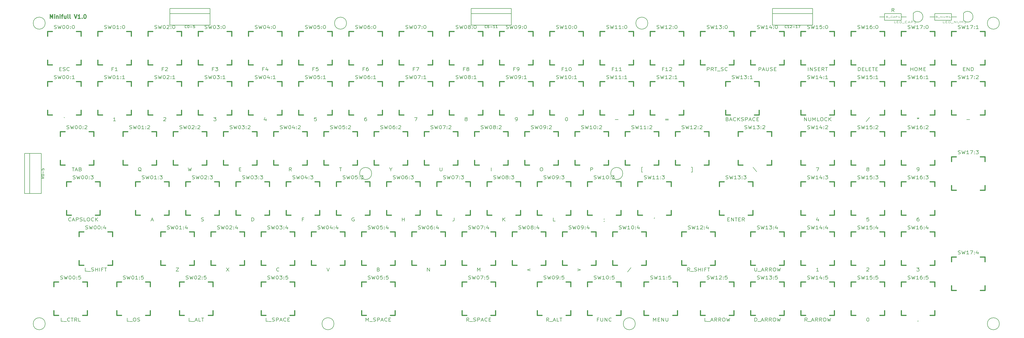
<source format=gto>
G04 #@! TF.FileFunction,Legend,Top*
%FSLAX46Y46*%
G04 Gerber Fmt 4.6, Leading zero omitted, Abs format (unit mm)*
G04 Created by KiCad (PCBNEW 4.0.4-stable) date Thursday, 27 October 2016 'PMt' 02:14:21 PM*
%MOMM*%
%LPD*%
G01*
G04 APERTURE LIST*
%ADD10C,0.100000*%
%ADD11C,0.300000*%
%ADD12C,0.203200*%
%ADD13C,0.150000*%
%ADD14C,0.381000*%
G04 APERTURE END LIST*
D10*
D11*
X32714286Y-69678571D02*
X32714286Y-68178571D01*
X33214286Y-69250000D01*
X33714286Y-68178571D01*
X33714286Y-69678571D01*
X34428572Y-69678571D02*
X34428572Y-68678571D01*
X34428572Y-68178571D02*
X34357143Y-68250000D01*
X34428572Y-68321429D01*
X34500000Y-68250000D01*
X34428572Y-68178571D01*
X34428572Y-68321429D01*
X35142858Y-68678571D02*
X35142858Y-69678571D01*
X35142858Y-68821429D02*
X35214286Y-68750000D01*
X35357144Y-68678571D01*
X35571429Y-68678571D01*
X35714286Y-68750000D01*
X35785715Y-68892857D01*
X35785715Y-69678571D01*
X36500001Y-69678571D02*
X36500001Y-68678571D01*
X36500001Y-68178571D02*
X36428572Y-68250000D01*
X36500001Y-68321429D01*
X36571429Y-68250000D01*
X36500001Y-68178571D01*
X36500001Y-68321429D01*
X37000001Y-68678571D02*
X37571430Y-68678571D01*
X37214287Y-69678571D02*
X37214287Y-68392857D01*
X37285715Y-68250000D01*
X37428573Y-68178571D01*
X37571430Y-68178571D01*
X38714287Y-68678571D02*
X38714287Y-69678571D01*
X38071430Y-68678571D02*
X38071430Y-69464286D01*
X38142858Y-69607143D01*
X38285716Y-69678571D01*
X38500001Y-69678571D01*
X38642858Y-69607143D01*
X38714287Y-69535714D01*
X39642859Y-69678571D02*
X39500001Y-69607143D01*
X39428573Y-69464286D01*
X39428573Y-68178571D01*
X40428573Y-69678571D02*
X40285715Y-69607143D01*
X40214287Y-69464286D01*
X40214287Y-68178571D01*
X41928572Y-68178571D02*
X42428572Y-69678571D01*
X42928572Y-68178571D01*
X44214286Y-69678571D02*
X43357143Y-69678571D01*
X43785715Y-69678571D02*
X43785715Y-68178571D01*
X43642858Y-68392857D01*
X43500000Y-68535714D01*
X43357143Y-68607143D01*
X44857143Y-69535714D02*
X44928571Y-69607143D01*
X44857143Y-69678571D01*
X44785714Y-69607143D01*
X44857143Y-69535714D01*
X44857143Y-69678571D01*
X45857143Y-68178571D02*
X46000000Y-68178571D01*
X46142857Y-68250000D01*
X46214286Y-68321429D01*
X46285715Y-68464286D01*
X46357143Y-68750000D01*
X46357143Y-69107143D01*
X46285715Y-69392857D01*
X46214286Y-69535714D01*
X46142857Y-69607143D01*
X46000000Y-69678571D01*
X45857143Y-69678571D01*
X45714286Y-69607143D01*
X45642857Y-69535714D01*
X45571429Y-69392857D01*
X45500000Y-69107143D01*
X45500000Y-68750000D01*
X45571429Y-68464286D01*
X45642857Y-68321429D01*
X45714286Y-68250000D01*
X45857143Y-68178571D01*
D12*
X355600000Y-70326250D02*
X349250000Y-70326250D01*
X349250000Y-70326250D02*
X349250000Y-67786250D01*
X349250000Y-67786250D02*
X355600000Y-67786250D01*
X355600000Y-67786250D02*
X355600000Y-70326250D01*
X347345000Y-69056250D02*
X349250000Y-69056250D01*
X357505000Y-69056250D02*
X355600000Y-69056250D01*
X374650000Y-70326250D02*
X368300000Y-70326250D01*
X368300000Y-70326250D02*
X368300000Y-67786250D01*
X368300000Y-67786250D02*
X374650000Y-67786250D01*
X374650000Y-67786250D02*
X374650000Y-70326250D01*
X366395000Y-69056250D02*
X368300000Y-69056250D01*
X376555000Y-69056250D02*
X374650000Y-69056250D01*
D13*
X145161000Y-71437500D02*
G75*
G03X145161000Y-71437500I-2286000J0D01*
G01*
X259461000Y-71437500D02*
G75*
G03X259461000Y-71437500I-2286000J0D01*
G01*
X30861000Y-71437500D02*
G75*
G03X30861000Y-71437500I-2286000J0D01*
G01*
X30861000Y-185737500D02*
G75*
G03X30861000Y-185737500I-2286000J0D01*
G01*
X140398500Y-185737500D02*
G75*
G03X140398500Y-185737500I-2286000J0D01*
G01*
X254698500Y-185737500D02*
G75*
G03X254698500Y-185737500I-2286000J0D01*
G01*
X392811000Y-185737500D02*
G75*
G03X392811000Y-185737500I-2286000J0D01*
G01*
X392811000Y-71437500D02*
G75*
G03X392811000Y-71437500I-2286000J0D01*
G01*
X154686000Y-128587500D02*
G75*
G03X154686000Y-128587500I-2286000J0D01*
G01*
X249936000Y-128587500D02*
G75*
G03X249936000Y-128587500I-2286000J0D01*
G01*
X85725000Y-72231250D02*
X93345000Y-72231250D01*
X85725000Y-67786250D02*
X93345000Y-67786250D01*
X85725000Y-65881250D02*
X93345000Y-65881250D01*
X78105000Y-65881250D02*
X78105000Y-72231250D01*
X93345000Y-65881250D02*
X93345000Y-72231250D01*
X85725000Y-67786250D02*
X78105000Y-67786250D01*
X78105000Y-65881250D02*
X85725000Y-65881250D01*
X85725000Y-72231250D02*
X78105000Y-72231250D01*
X200025000Y-72231250D02*
X207645000Y-72231250D01*
X200025000Y-67786250D02*
X207645000Y-67786250D01*
X200025000Y-65881250D02*
X207645000Y-65881250D01*
X192405000Y-65881250D02*
X192405000Y-72231250D01*
X207645000Y-65881250D02*
X207645000Y-72231250D01*
X200025000Y-67786250D02*
X192405000Y-67786250D01*
X192405000Y-65881250D02*
X200025000Y-65881250D01*
X200025000Y-72231250D02*
X192405000Y-72231250D01*
X314325000Y-72231250D02*
X321945000Y-72231250D01*
X314325000Y-67786250D02*
X321945000Y-67786250D01*
X314325000Y-65881250D02*
X321945000Y-65881250D01*
X306705000Y-65881250D02*
X306705000Y-72231250D01*
X321945000Y-65881250D02*
X321945000Y-72231250D01*
X314325000Y-67786250D02*
X306705000Y-67786250D01*
X306705000Y-65881250D02*
X314325000Y-65881250D01*
X314325000Y-72231250D02*
X306705000Y-72231250D01*
X29368750Y-128587500D02*
X29368750Y-120967500D01*
X24923750Y-128587500D02*
X24923750Y-120967500D01*
X23018750Y-128587500D02*
X23018750Y-120967500D01*
X23018750Y-136207500D02*
X29368750Y-136207500D01*
X23018750Y-120967500D02*
X29368750Y-120967500D01*
X24923750Y-128587500D02*
X24923750Y-136207500D01*
X23018750Y-136207500D02*
X23018750Y-128587500D01*
X29368750Y-128587500D02*
X29368750Y-136207500D01*
D14*
X120650000Y-85534500D02*
X120650000Y-87312500D01*
X120650000Y-74612500D02*
X120650000Y-76390500D01*
X107950000Y-74612500D02*
X109728000Y-74612500D01*
X118872000Y-74612500D02*
X120650000Y-74612500D01*
X120650000Y-74612500D02*
X120650000Y-76390500D01*
X120650000Y-85534500D02*
X120650000Y-87312500D01*
X120650000Y-87312500D02*
X118872000Y-87312500D01*
X109728000Y-87312500D02*
X107950000Y-87312500D01*
X107950000Y-87312500D02*
X107950000Y-85534500D01*
X107950000Y-76390500D02*
X107950000Y-74612500D01*
X101600000Y-85534500D02*
X101600000Y-87312500D01*
X101600000Y-74612500D02*
X101600000Y-76390500D01*
X88900000Y-74612500D02*
X90678000Y-74612500D01*
X99822000Y-74612500D02*
X101600000Y-74612500D01*
X101600000Y-74612500D02*
X101600000Y-76390500D01*
X101600000Y-85534500D02*
X101600000Y-87312500D01*
X101600000Y-87312500D02*
X99822000Y-87312500D01*
X90678000Y-87312500D02*
X88900000Y-87312500D01*
X88900000Y-87312500D02*
X88900000Y-85534500D01*
X88900000Y-76390500D02*
X88900000Y-74612500D01*
X82550000Y-85534500D02*
X82550000Y-87312500D01*
X82550000Y-74612500D02*
X82550000Y-76390500D01*
X69850000Y-74612500D02*
X71628000Y-74612500D01*
X80772000Y-74612500D02*
X82550000Y-74612500D01*
X82550000Y-74612500D02*
X82550000Y-76390500D01*
X82550000Y-85534500D02*
X82550000Y-87312500D01*
X82550000Y-87312500D02*
X80772000Y-87312500D01*
X71628000Y-87312500D02*
X69850000Y-87312500D01*
X69850000Y-87312500D02*
X69850000Y-85534500D01*
X69850000Y-76390500D02*
X69850000Y-74612500D01*
X63500000Y-85534500D02*
X63500000Y-87312500D01*
X63500000Y-74612500D02*
X63500000Y-76390500D01*
X50800000Y-74612500D02*
X52578000Y-74612500D01*
X61722000Y-74612500D02*
X63500000Y-74612500D01*
X63500000Y-74612500D02*
X63500000Y-76390500D01*
X63500000Y-85534500D02*
X63500000Y-87312500D01*
X63500000Y-87312500D02*
X61722000Y-87312500D01*
X52578000Y-87312500D02*
X50800000Y-87312500D01*
X50800000Y-87312500D02*
X50800000Y-85534500D01*
X50800000Y-76390500D02*
X50800000Y-74612500D01*
X273050000Y-85534500D02*
X273050000Y-87312500D01*
X273050000Y-74612500D02*
X273050000Y-76390500D01*
X260350000Y-74612500D02*
X262128000Y-74612500D01*
X271272000Y-74612500D02*
X273050000Y-74612500D01*
X273050000Y-74612500D02*
X273050000Y-76390500D01*
X273050000Y-85534500D02*
X273050000Y-87312500D01*
X273050000Y-87312500D02*
X271272000Y-87312500D01*
X262128000Y-87312500D02*
X260350000Y-87312500D01*
X260350000Y-87312500D02*
X260350000Y-85534500D01*
X260350000Y-76390500D02*
X260350000Y-74612500D01*
X44450000Y-85534500D02*
X44450000Y-87312500D01*
X44450000Y-74612500D02*
X44450000Y-76390500D01*
X31750000Y-74612500D02*
X33528000Y-74612500D01*
X42672000Y-74612500D02*
X44450000Y-74612500D01*
X44450000Y-74612500D02*
X44450000Y-76390500D01*
X44450000Y-85534500D02*
X44450000Y-87312500D01*
X44450000Y-87312500D02*
X42672000Y-87312500D01*
X33528000Y-87312500D02*
X31750000Y-87312500D01*
X31750000Y-87312500D02*
X31750000Y-85534500D01*
X31750000Y-76390500D02*
X31750000Y-74612500D01*
X387350000Y-104584500D02*
X387350000Y-106362500D01*
X387350000Y-93662500D02*
X387350000Y-95440500D01*
X374650000Y-93662500D02*
X376428000Y-93662500D01*
X385572000Y-93662500D02*
X387350000Y-93662500D01*
X387350000Y-93662500D02*
X387350000Y-95440500D01*
X387350000Y-104584500D02*
X387350000Y-106362500D01*
X387350000Y-106362500D02*
X385572000Y-106362500D01*
X376428000Y-106362500D02*
X374650000Y-106362500D01*
X374650000Y-106362500D02*
X374650000Y-104584500D01*
X374650000Y-95440500D02*
X374650000Y-93662500D01*
X387350000Y-85534500D02*
X387350000Y-87312500D01*
X387350000Y-74612500D02*
X387350000Y-76390500D01*
X374650000Y-74612500D02*
X376428000Y-74612500D01*
X385572000Y-74612500D02*
X387350000Y-74612500D01*
X387350000Y-74612500D02*
X387350000Y-76390500D01*
X387350000Y-85534500D02*
X387350000Y-87312500D01*
X387350000Y-87312500D02*
X385572000Y-87312500D01*
X376428000Y-87312500D02*
X374650000Y-87312500D01*
X374650000Y-87312500D02*
X374650000Y-85534500D01*
X374650000Y-76390500D02*
X374650000Y-74612500D01*
X368300000Y-85534500D02*
X368300000Y-87312500D01*
X368300000Y-74612500D02*
X368300000Y-76390500D01*
X355600000Y-74612500D02*
X357378000Y-74612500D01*
X366522000Y-74612500D02*
X368300000Y-74612500D01*
X368300000Y-74612500D02*
X368300000Y-76390500D01*
X368300000Y-85534500D02*
X368300000Y-87312500D01*
X368300000Y-87312500D02*
X366522000Y-87312500D01*
X357378000Y-87312500D02*
X355600000Y-87312500D01*
X355600000Y-87312500D02*
X355600000Y-85534500D01*
X355600000Y-76390500D02*
X355600000Y-74612500D01*
X368300000Y-180784500D02*
X368300000Y-182562500D01*
X368300000Y-169862500D02*
X368300000Y-171640500D01*
X355600000Y-169862500D02*
X357378000Y-169862500D01*
X366522000Y-169862500D02*
X368300000Y-169862500D01*
X368300000Y-169862500D02*
X368300000Y-171640500D01*
X368300000Y-180784500D02*
X368300000Y-182562500D01*
X368300000Y-182562500D02*
X366522000Y-182562500D01*
X357378000Y-182562500D02*
X355600000Y-182562500D01*
X355600000Y-182562500D02*
X355600000Y-180784500D01*
X355600000Y-171640500D02*
X355600000Y-169862500D01*
X368300000Y-161734500D02*
X368300000Y-163512500D01*
X368300000Y-150812500D02*
X368300000Y-152590500D01*
X355600000Y-150812500D02*
X357378000Y-150812500D01*
X366522000Y-150812500D02*
X368300000Y-150812500D01*
X368300000Y-150812500D02*
X368300000Y-152590500D01*
X368300000Y-161734500D02*
X368300000Y-163512500D01*
X368300000Y-163512500D02*
X366522000Y-163512500D01*
X357378000Y-163512500D02*
X355600000Y-163512500D01*
X355600000Y-163512500D02*
X355600000Y-161734500D01*
X355600000Y-152590500D02*
X355600000Y-150812500D01*
X368300000Y-142684500D02*
X368300000Y-144462500D01*
X368300000Y-131762500D02*
X368300000Y-133540500D01*
X355600000Y-131762500D02*
X357378000Y-131762500D01*
X366522000Y-131762500D02*
X368300000Y-131762500D01*
X368300000Y-131762500D02*
X368300000Y-133540500D01*
X368300000Y-142684500D02*
X368300000Y-144462500D01*
X368300000Y-144462500D02*
X366522000Y-144462500D01*
X357378000Y-144462500D02*
X355600000Y-144462500D01*
X355600000Y-144462500D02*
X355600000Y-142684500D01*
X355600000Y-133540500D02*
X355600000Y-131762500D01*
X368300000Y-123634500D02*
X368300000Y-125412500D01*
X368300000Y-112712500D02*
X368300000Y-114490500D01*
X355600000Y-112712500D02*
X357378000Y-112712500D01*
X366522000Y-112712500D02*
X368300000Y-112712500D01*
X368300000Y-112712500D02*
X368300000Y-114490500D01*
X368300000Y-123634500D02*
X368300000Y-125412500D01*
X368300000Y-125412500D02*
X366522000Y-125412500D01*
X357378000Y-125412500D02*
X355600000Y-125412500D01*
X355600000Y-125412500D02*
X355600000Y-123634500D01*
X355600000Y-114490500D02*
X355600000Y-112712500D01*
X368300000Y-104584500D02*
X368300000Y-106362500D01*
X368300000Y-93662500D02*
X368300000Y-95440500D01*
X355600000Y-93662500D02*
X357378000Y-93662500D01*
X366522000Y-93662500D02*
X368300000Y-93662500D01*
X368300000Y-93662500D02*
X368300000Y-95440500D01*
X368300000Y-104584500D02*
X368300000Y-106362500D01*
X368300000Y-106362500D02*
X366522000Y-106362500D01*
X357378000Y-106362500D02*
X355600000Y-106362500D01*
X355600000Y-106362500D02*
X355600000Y-104584500D01*
X355600000Y-95440500D02*
X355600000Y-93662500D01*
X349250000Y-85534500D02*
X349250000Y-87312500D01*
X349250000Y-74612500D02*
X349250000Y-76390500D01*
X336550000Y-74612500D02*
X338328000Y-74612500D01*
X347472000Y-74612500D02*
X349250000Y-74612500D01*
X349250000Y-74612500D02*
X349250000Y-76390500D01*
X349250000Y-85534500D02*
X349250000Y-87312500D01*
X349250000Y-87312500D02*
X347472000Y-87312500D01*
X338328000Y-87312500D02*
X336550000Y-87312500D01*
X336550000Y-87312500D02*
X336550000Y-85534500D01*
X336550000Y-76390500D02*
X336550000Y-74612500D01*
X349250000Y-180784500D02*
X349250000Y-182562500D01*
X349250000Y-169862500D02*
X349250000Y-171640500D01*
X336550000Y-169862500D02*
X338328000Y-169862500D01*
X347472000Y-169862500D02*
X349250000Y-169862500D01*
X349250000Y-169862500D02*
X349250000Y-171640500D01*
X349250000Y-180784500D02*
X349250000Y-182562500D01*
X349250000Y-182562500D02*
X347472000Y-182562500D01*
X338328000Y-182562500D02*
X336550000Y-182562500D01*
X336550000Y-182562500D02*
X336550000Y-180784500D01*
X336550000Y-171640500D02*
X336550000Y-169862500D01*
X349250000Y-161734500D02*
X349250000Y-163512500D01*
X349250000Y-150812500D02*
X349250000Y-152590500D01*
X336550000Y-150812500D02*
X338328000Y-150812500D01*
X347472000Y-150812500D02*
X349250000Y-150812500D01*
X349250000Y-150812500D02*
X349250000Y-152590500D01*
X349250000Y-161734500D02*
X349250000Y-163512500D01*
X349250000Y-163512500D02*
X347472000Y-163512500D01*
X338328000Y-163512500D02*
X336550000Y-163512500D01*
X336550000Y-163512500D02*
X336550000Y-161734500D01*
X336550000Y-152590500D02*
X336550000Y-150812500D01*
X349250000Y-142684500D02*
X349250000Y-144462500D01*
X349250000Y-131762500D02*
X349250000Y-133540500D01*
X336550000Y-131762500D02*
X338328000Y-131762500D01*
X347472000Y-131762500D02*
X349250000Y-131762500D01*
X349250000Y-131762500D02*
X349250000Y-133540500D01*
X349250000Y-142684500D02*
X349250000Y-144462500D01*
X349250000Y-144462500D02*
X347472000Y-144462500D01*
X338328000Y-144462500D02*
X336550000Y-144462500D01*
X336550000Y-144462500D02*
X336550000Y-142684500D01*
X336550000Y-133540500D02*
X336550000Y-131762500D01*
X349250000Y-123634500D02*
X349250000Y-125412500D01*
X349250000Y-112712500D02*
X349250000Y-114490500D01*
X336550000Y-112712500D02*
X338328000Y-112712500D01*
X347472000Y-112712500D02*
X349250000Y-112712500D01*
X349250000Y-112712500D02*
X349250000Y-114490500D01*
X349250000Y-123634500D02*
X349250000Y-125412500D01*
X349250000Y-125412500D02*
X347472000Y-125412500D01*
X338328000Y-125412500D02*
X336550000Y-125412500D01*
X336550000Y-125412500D02*
X336550000Y-123634500D01*
X336550000Y-114490500D02*
X336550000Y-112712500D01*
X349250000Y-104584500D02*
X349250000Y-106362500D01*
X349250000Y-93662500D02*
X349250000Y-95440500D01*
X336550000Y-93662500D02*
X338328000Y-93662500D01*
X347472000Y-93662500D02*
X349250000Y-93662500D01*
X349250000Y-93662500D02*
X349250000Y-95440500D01*
X349250000Y-104584500D02*
X349250000Y-106362500D01*
X349250000Y-106362500D02*
X347472000Y-106362500D01*
X338328000Y-106362500D02*
X336550000Y-106362500D01*
X336550000Y-106362500D02*
X336550000Y-104584500D01*
X336550000Y-95440500D02*
X336550000Y-93662500D01*
X330200000Y-85534500D02*
X330200000Y-87312500D01*
X330200000Y-74612500D02*
X330200000Y-76390500D01*
X317500000Y-74612500D02*
X319278000Y-74612500D01*
X328422000Y-74612500D02*
X330200000Y-74612500D01*
X330200000Y-74612500D02*
X330200000Y-76390500D01*
X330200000Y-85534500D02*
X330200000Y-87312500D01*
X330200000Y-87312500D02*
X328422000Y-87312500D01*
X319278000Y-87312500D02*
X317500000Y-87312500D01*
X317500000Y-87312500D02*
X317500000Y-85534500D01*
X317500000Y-76390500D02*
X317500000Y-74612500D01*
X330200000Y-180784500D02*
X330200000Y-182562500D01*
X330200000Y-169862500D02*
X330200000Y-171640500D01*
X317500000Y-169862500D02*
X319278000Y-169862500D01*
X328422000Y-169862500D02*
X330200000Y-169862500D01*
X330200000Y-169862500D02*
X330200000Y-171640500D01*
X330200000Y-180784500D02*
X330200000Y-182562500D01*
X330200000Y-182562500D02*
X328422000Y-182562500D01*
X319278000Y-182562500D02*
X317500000Y-182562500D01*
X317500000Y-182562500D02*
X317500000Y-180784500D01*
X317500000Y-171640500D02*
X317500000Y-169862500D01*
X330200000Y-161734500D02*
X330200000Y-163512500D01*
X330200000Y-150812500D02*
X330200000Y-152590500D01*
X317500000Y-150812500D02*
X319278000Y-150812500D01*
X328422000Y-150812500D02*
X330200000Y-150812500D01*
X330200000Y-150812500D02*
X330200000Y-152590500D01*
X330200000Y-161734500D02*
X330200000Y-163512500D01*
X330200000Y-163512500D02*
X328422000Y-163512500D01*
X319278000Y-163512500D02*
X317500000Y-163512500D01*
X317500000Y-163512500D02*
X317500000Y-161734500D01*
X317500000Y-152590500D02*
X317500000Y-150812500D01*
X330200000Y-142684500D02*
X330200000Y-144462500D01*
X330200000Y-131762500D02*
X330200000Y-133540500D01*
X317500000Y-131762500D02*
X319278000Y-131762500D01*
X328422000Y-131762500D02*
X330200000Y-131762500D01*
X330200000Y-131762500D02*
X330200000Y-133540500D01*
X330200000Y-142684500D02*
X330200000Y-144462500D01*
X330200000Y-144462500D02*
X328422000Y-144462500D01*
X319278000Y-144462500D02*
X317500000Y-144462500D01*
X317500000Y-144462500D02*
X317500000Y-142684500D01*
X317500000Y-133540500D02*
X317500000Y-131762500D01*
X330200000Y-123634500D02*
X330200000Y-125412500D01*
X330200000Y-112712500D02*
X330200000Y-114490500D01*
X317500000Y-112712500D02*
X319278000Y-112712500D01*
X328422000Y-112712500D02*
X330200000Y-112712500D01*
X330200000Y-112712500D02*
X330200000Y-114490500D01*
X330200000Y-123634500D02*
X330200000Y-125412500D01*
X330200000Y-125412500D02*
X328422000Y-125412500D01*
X319278000Y-125412500D02*
X317500000Y-125412500D01*
X317500000Y-125412500D02*
X317500000Y-123634500D01*
X317500000Y-114490500D02*
X317500000Y-112712500D01*
X330200000Y-104584500D02*
X330200000Y-106362500D01*
X330200000Y-93662500D02*
X330200000Y-95440500D01*
X317500000Y-93662500D02*
X319278000Y-93662500D01*
X328422000Y-93662500D02*
X330200000Y-93662500D01*
X330200000Y-93662500D02*
X330200000Y-95440500D01*
X330200000Y-104584500D02*
X330200000Y-106362500D01*
X330200000Y-106362500D02*
X328422000Y-106362500D01*
X319278000Y-106362500D02*
X317500000Y-106362500D01*
X317500000Y-106362500D02*
X317500000Y-104584500D01*
X317500000Y-95440500D02*
X317500000Y-93662500D01*
X311150000Y-85534500D02*
X311150000Y-87312500D01*
X311150000Y-74612500D02*
X311150000Y-76390500D01*
X298450000Y-74612500D02*
X300228000Y-74612500D01*
X309372000Y-74612500D02*
X311150000Y-74612500D01*
X311150000Y-74612500D02*
X311150000Y-76390500D01*
X311150000Y-85534500D02*
X311150000Y-87312500D01*
X311150000Y-87312500D02*
X309372000Y-87312500D01*
X300228000Y-87312500D02*
X298450000Y-87312500D01*
X298450000Y-87312500D02*
X298450000Y-85534500D01*
X298450000Y-76390500D02*
X298450000Y-74612500D01*
X311150000Y-180784500D02*
X311150000Y-182562500D01*
X311150000Y-169862500D02*
X311150000Y-171640500D01*
X298450000Y-169862500D02*
X300228000Y-169862500D01*
X309372000Y-169862500D02*
X311150000Y-169862500D01*
X311150000Y-169862500D02*
X311150000Y-171640500D01*
X311150000Y-180784500D02*
X311150000Y-182562500D01*
X311150000Y-182562500D02*
X309372000Y-182562500D01*
X300228000Y-182562500D02*
X298450000Y-182562500D01*
X298450000Y-182562500D02*
X298450000Y-180784500D01*
X298450000Y-171640500D02*
X298450000Y-169862500D01*
X311150000Y-161734500D02*
X311150000Y-163512500D01*
X311150000Y-150812500D02*
X311150000Y-152590500D01*
X298450000Y-150812500D02*
X300228000Y-150812500D01*
X309372000Y-150812500D02*
X311150000Y-150812500D01*
X311150000Y-150812500D02*
X311150000Y-152590500D01*
X311150000Y-161734500D02*
X311150000Y-163512500D01*
X311150000Y-163512500D02*
X309372000Y-163512500D01*
X300228000Y-163512500D02*
X298450000Y-163512500D01*
X298450000Y-163512500D02*
X298450000Y-161734500D01*
X298450000Y-152590500D02*
X298450000Y-150812500D01*
X292100000Y-85534500D02*
X292100000Y-87312500D01*
X292100000Y-74612500D02*
X292100000Y-76390500D01*
X279400000Y-74612500D02*
X281178000Y-74612500D01*
X290322000Y-74612500D02*
X292100000Y-74612500D01*
X292100000Y-74612500D02*
X292100000Y-76390500D01*
X292100000Y-85534500D02*
X292100000Y-87312500D01*
X292100000Y-87312500D02*
X290322000Y-87312500D01*
X281178000Y-87312500D02*
X279400000Y-87312500D01*
X279400000Y-87312500D02*
X279400000Y-85534500D01*
X279400000Y-76390500D02*
X279400000Y-74612500D01*
X292100000Y-180784500D02*
X292100000Y-182562500D01*
X292100000Y-169862500D02*
X292100000Y-171640500D01*
X279400000Y-169862500D02*
X281178000Y-169862500D01*
X290322000Y-169862500D02*
X292100000Y-169862500D01*
X292100000Y-169862500D02*
X292100000Y-171640500D01*
X292100000Y-180784500D02*
X292100000Y-182562500D01*
X292100000Y-182562500D02*
X290322000Y-182562500D01*
X281178000Y-182562500D02*
X279400000Y-182562500D01*
X279400000Y-182562500D02*
X279400000Y-180784500D01*
X279400000Y-171640500D02*
X279400000Y-169862500D01*
X282575000Y-123634500D02*
X282575000Y-125412500D01*
X282575000Y-112712500D02*
X282575000Y-114490500D01*
X269875000Y-112712500D02*
X271653000Y-112712500D01*
X280797000Y-112712500D02*
X282575000Y-112712500D01*
X282575000Y-112712500D02*
X282575000Y-114490500D01*
X282575000Y-123634500D02*
X282575000Y-125412500D01*
X282575000Y-125412500D02*
X280797000Y-125412500D01*
X271653000Y-125412500D02*
X269875000Y-125412500D01*
X269875000Y-125412500D02*
X269875000Y-123634500D01*
X269875000Y-114490500D02*
X269875000Y-112712500D01*
X273050000Y-104584500D02*
X273050000Y-106362500D01*
X273050000Y-93662500D02*
X273050000Y-95440500D01*
X260350000Y-93662500D02*
X262128000Y-93662500D01*
X271272000Y-93662500D02*
X273050000Y-93662500D01*
X273050000Y-93662500D02*
X273050000Y-95440500D01*
X273050000Y-104584500D02*
X273050000Y-106362500D01*
X273050000Y-106362500D02*
X271272000Y-106362500D01*
X262128000Y-106362500D02*
X260350000Y-106362500D01*
X260350000Y-106362500D02*
X260350000Y-104584500D01*
X260350000Y-95440500D02*
X260350000Y-93662500D01*
X268287500Y-142684500D02*
X268287500Y-144462500D01*
X268287500Y-131762500D02*
X268287500Y-133540500D01*
X255587500Y-131762500D02*
X257365500Y-131762500D01*
X266509500Y-131762500D02*
X268287500Y-131762500D01*
X268287500Y-131762500D02*
X268287500Y-133540500D01*
X268287500Y-142684500D02*
X268287500Y-144462500D01*
X268287500Y-144462500D02*
X266509500Y-144462500D01*
X257365500Y-144462500D02*
X255587500Y-144462500D01*
X255587500Y-144462500D02*
X255587500Y-142684500D01*
X255587500Y-133540500D02*
X255587500Y-131762500D01*
X263525000Y-123634500D02*
X263525000Y-125412500D01*
X263525000Y-112712500D02*
X263525000Y-114490500D01*
X250825000Y-112712500D02*
X252603000Y-112712500D01*
X261747000Y-112712500D02*
X263525000Y-112712500D01*
X263525000Y-112712500D02*
X263525000Y-114490500D01*
X263525000Y-123634500D02*
X263525000Y-125412500D01*
X263525000Y-125412500D02*
X261747000Y-125412500D01*
X252603000Y-125412500D02*
X250825000Y-125412500D01*
X250825000Y-125412500D02*
X250825000Y-123634500D01*
X250825000Y-114490500D02*
X250825000Y-112712500D01*
X254000000Y-104584500D02*
X254000000Y-106362500D01*
X254000000Y-93662500D02*
X254000000Y-95440500D01*
X241300000Y-93662500D02*
X243078000Y-93662500D01*
X252222000Y-93662500D02*
X254000000Y-93662500D01*
X254000000Y-93662500D02*
X254000000Y-95440500D01*
X254000000Y-104584500D02*
X254000000Y-106362500D01*
X254000000Y-106362500D02*
X252222000Y-106362500D01*
X243078000Y-106362500D02*
X241300000Y-106362500D01*
X241300000Y-106362500D02*
X241300000Y-104584500D01*
X241300000Y-95440500D02*
X241300000Y-93662500D01*
X254000000Y-85534500D02*
X254000000Y-87312500D01*
X254000000Y-74612500D02*
X254000000Y-76390500D01*
X241300000Y-74612500D02*
X243078000Y-74612500D01*
X252222000Y-74612500D02*
X254000000Y-74612500D01*
X254000000Y-74612500D02*
X254000000Y-76390500D01*
X254000000Y-85534500D02*
X254000000Y-87312500D01*
X254000000Y-87312500D02*
X252222000Y-87312500D01*
X243078000Y-87312500D02*
X241300000Y-87312500D01*
X241300000Y-87312500D02*
X241300000Y-85534500D01*
X241300000Y-76390500D02*
X241300000Y-74612500D01*
X249237500Y-180784500D02*
X249237500Y-182562500D01*
X249237500Y-169862500D02*
X249237500Y-171640500D01*
X236537500Y-169862500D02*
X238315500Y-169862500D01*
X247459500Y-169862500D02*
X249237500Y-169862500D01*
X249237500Y-169862500D02*
X249237500Y-171640500D01*
X249237500Y-180784500D02*
X249237500Y-182562500D01*
X249237500Y-182562500D02*
X247459500Y-182562500D01*
X238315500Y-182562500D02*
X236537500Y-182562500D01*
X236537500Y-182562500D02*
X236537500Y-180784500D01*
X236537500Y-171640500D02*
X236537500Y-169862500D01*
X258762500Y-161734500D02*
X258762500Y-163512500D01*
X258762500Y-150812500D02*
X258762500Y-152590500D01*
X246062500Y-150812500D02*
X247840500Y-150812500D01*
X256984500Y-150812500D02*
X258762500Y-150812500D01*
X258762500Y-150812500D02*
X258762500Y-152590500D01*
X258762500Y-161734500D02*
X258762500Y-163512500D01*
X258762500Y-163512500D02*
X256984500Y-163512500D01*
X247840500Y-163512500D02*
X246062500Y-163512500D01*
X246062500Y-163512500D02*
X246062500Y-161734500D01*
X246062500Y-152590500D02*
X246062500Y-150812500D01*
X249237500Y-142684500D02*
X249237500Y-144462500D01*
X249237500Y-131762500D02*
X249237500Y-133540500D01*
X236537500Y-131762500D02*
X238315500Y-131762500D01*
X247459500Y-131762500D02*
X249237500Y-131762500D01*
X249237500Y-131762500D02*
X249237500Y-133540500D01*
X249237500Y-142684500D02*
X249237500Y-144462500D01*
X249237500Y-144462500D02*
X247459500Y-144462500D01*
X238315500Y-144462500D02*
X236537500Y-144462500D01*
X236537500Y-144462500D02*
X236537500Y-142684500D01*
X236537500Y-133540500D02*
X236537500Y-131762500D01*
X244475000Y-123634500D02*
X244475000Y-125412500D01*
X244475000Y-112712500D02*
X244475000Y-114490500D01*
X231775000Y-112712500D02*
X233553000Y-112712500D01*
X242697000Y-112712500D02*
X244475000Y-112712500D01*
X244475000Y-112712500D02*
X244475000Y-114490500D01*
X244475000Y-123634500D02*
X244475000Y-125412500D01*
X244475000Y-125412500D02*
X242697000Y-125412500D01*
X233553000Y-125412500D02*
X231775000Y-125412500D01*
X231775000Y-125412500D02*
X231775000Y-123634500D01*
X231775000Y-114490500D02*
X231775000Y-112712500D01*
X234950000Y-104584500D02*
X234950000Y-106362500D01*
X234950000Y-93662500D02*
X234950000Y-95440500D01*
X222250000Y-93662500D02*
X224028000Y-93662500D01*
X233172000Y-93662500D02*
X234950000Y-93662500D01*
X234950000Y-93662500D02*
X234950000Y-95440500D01*
X234950000Y-104584500D02*
X234950000Y-106362500D01*
X234950000Y-106362500D02*
X233172000Y-106362500D01*
X224028000Y-106362500D02*
X222250000Y-106362500D01*
X222250000Y-106362500D02*
X222250000Y-104584500D01*
X222250000Y-95440500D02*
X222250000Y-93662500D01*
X234950000Y-85534500D02*
X234950000Y-87312500D01*
X234950000Y-74612500D02*
X234950000Y-76390500D01*
X222250000Y-74612500D02*
X224028000Y-74612500D01*
X233172000Y-74612500D02*
X234950000Y-74612500D01*
X234950000Y-74612500D02*
X234950000Y-76390500D01*
X234950000Y-85534500D02*
X234950000Y-87312500D01*
X234950000Y-87312500D02*
X233172000Y-87312500D01*
X224028000Y-87312500D02*
X222250000Y-87312500D01*
X222250000Y-87312500D02*
X222250000Y-85534500D01*
X222250000Y-76390500D02*
X222250000Y-74612500D01*
X230187500Y-180784500D02*
X230187500Y-182562500D01*
X230187500Y-169862500D02*
X230187500Y-171640500D01*
X217487500Y-169862500D02*
X219265500Y-169862500D01*
X228409500Y-169862500D02*
X230187500Y-169862500D01*
X230187500Y-169862500D02*
X230187500Y-171640500D01*
X230187500Y-180784500D02*
X230187500Y-182562500D01*
X230187500Y-182562500D02*
X228409500Y-182562500D01*
X219265500Y-182562500D02*
X217487500Y-182562500D01*
X217487500Y-182562500D02*
X217487500Y-180784500D01*
X217487500Y-171640500D02*
X217487500Y-169862500D01*
X239712500Y-161734500D02*
X239712500Y-163512500D01*
X239712500Y-150812500D02*
X239712500Y-152590500D01*
X227012500Y-150812500D02*
X228790500Y-150812500D01*
X237934500Y-150812500D02*
X239712500Y-150812500D01*
X239712500Y-150812500D02*
X239712500Y-152590500D01*
X239712500Y-161734500D02*
X239712500Y-163512500D01*
X239712500Y-163512500D02*
X237934500Y-163512500D01*
X228790500Y-163512500D02*
X227012500Y-163512500D01*
X227012500Y-163512500D02*
X227012500Y-161734500D01*
X227012500Y-152590500D02*
X227012500Y-150812500D01*
X230187500Y-142684500D02*
X230187500Y-144462500D01*
X230187500Y-131762500D02*
X230187500Y-133540500D01*
X217487500Y-131762500D02*
X219265500Y-131762500D01*
X228409500Y-131762500D02*
X230187500Y-131762500D01*
X230187500Y-131762500D02*
X230187500Y-133540500D01*
X230187500Y-142684500D02*
X230187500Y-144462500D01*
X230187500Y-144462500D02*
X228409500Y-144462500D01*
X219265500Y-144462500D02*
X217487500Y-144462500D01*
X217487500Y-144462500D02*
X217487500Y-142684500D01*
X217487500Y-133540500D02*
X217487500Y-131762500D01*
X225425000Y-123634500D02*
X225425000Y-125412500D01*
X225425000Y-112712500D02*
X225425000Y-114490500D01*
X212725000Y-112712500D02*
X214503000Y-112712500D01*
X223647000Y-112712500D02*
X225425000Y-112712500D01*
X225425000Y-112712500D02*
X225425000Y-114490500D01*
X225425000Y-123634500D02*
X225425000Y-125412500D01*
X225425000Y-125412500D02*
X223647000Y-125412500D01*
X214503000Y-125412500D02*
X212725000Y-125412500D01*
X212725000Y-125412500D02*
X212725000Y-123634500D01*
X212725000Y-114490500D02*
X212725000Y-112712500D01*
X215900000Y-104584500D02*
X215900000Y-106362500D01*
X215900000Y-93662500D02*
X215900000Y-95440500D01*
X203200000Y-93662500D02*
X204978000Y-93662500D01*
X214122000Y-93662500D02*
X215900000Y-93662500D01*
X215900000Y-93662500D02*
X215900000Y-95440500D01*
X215900000Y-104584500D02*
X215900000Y-106362500D01*
X215900000Y-106362500D02*
X214122000Y-106362500D01*
X204978000Y-106362500D02*
X203200000Y-106362500D01*
X203200000Y-106362500D02*
X203200000Y-104584500D01*
X203200000Y-95440500D02*
X203200000Y-93662500D01*
X215900000Y-85534500D02*
X215900000Y-87312500D01*
X215900000Y-74612500D02*
X215900000Y-76390500D01*
X203200000Y-74612500D02*
X204978000Y-74612500D01*
X214122000Y-74612500D02*
X215900000Y-74612500D01*
X215900000Y-74612500D02*
X215900000Y-76390500D01*
X215900000Y-85534500D02*
X215900000Y-87312500D01*
X215900000Y-87312500D02*
X214122000Y-87312500D01*
X204978000Y-87312500D02*
X203200000Y-87312500D01*
X203200000Y-87312500D02*
X203200000Y-85534500D01*
X203200000Y-76390500D02*
X203200000Y-74612500D01*
X220662500Y-161734500D02*
X220662500Y-163512500D01*
X220662500Y-150812500D02*
X220662500Y-152590500D01*
X207962500Y-150812500D02*
X209740500Y-150812500D01*
X218884500Y-150812500D02*
X220662500Y-150812500D01*
X220662500Y-150812500D02*
X220662500Y-152590500D01*
X220662500Y-161734500D02*
X220662500Y-163512500D01*
X220662500Y-163512500D02*
X218884500Y-163512500D01*
X209740500Y-163512500D02*
X207962500Y-163512500D01*
X207962500Y-163512500D02*
X207962500Y-161734500D01*
X207962500Y-152590500D02*
X207962500Y-150812500D01*
X211137500Y-142684500D02*
X211137500Y-144462500D01*
X211137500Y-131762500D02*
X211137500Y-133540500D01*
X198437500Y-131762500D02*
X200215500Y-131762500D01*
X209359500Y-131762500D02*
X211137500Y-131762500D01*
X211137500Y-131762500D02*
X211137500Y-133540500D01*
X211137500Y-142684500D02*
X211137500Y-144462500D01*
X211137500Y-144462500D02*
X209359500Y-144462500D01*
X200215500Y-144462500D02*
X198437500Y-144462500D01*
X198437500Y-144462500D02*
X198437500Y-142684500D01*
X198437500Y-133540500D02*
X198437500Y-131762500D01*
X206375000Y-123634500D02*
X206375000Y-125412500D01*
X206375000Y-112712500D02*
X206375000Y-114490500D01*
X193675000Y-112712500D02*
X195453000Y-112712500D01*
X204597000Y-112712500D02*
X206375000Y-112712500D01*
X206375000Y-112712500D02*
X206375000Y-114490500D01*
X206375000Y-123634500D02*
X206375000Y-125412500D01*
X206375000Y-125412500D02*
X204597000Y-125412500D01*
X195453000Y-125412500D02*
X193675000Y-125412500D01*
X193675000Y-125412500D02*
X193675000Y-123634500D01*
X193675000Y-114490500D02*
X193675000Y-112712500D01*
X196850000Y-104584500D02*
X196850000Y-106362500D01*
X196850000Y-93662500D02*
X196850000Y-95440500D01*
X184150000Y-93662500D02*
X185928000Y-93662500D01*
X195072000Y-93662500D02*
X196850000Y-93662500D01*
X196850000Y-93662500D02*
X196850000Y-95440500D01*
X196850000Y-104584500D02*
X196850000Y-106362500D01*
X196850000Y-106362500D02*
X195072000Y-106362500D01*
X185928000Y-106362500D02*
X184150000Y-106362500D01*
X184150000Y-106362500D02*
X184150000Y-104584500D01*
X184150000Y-95440500D02*
X184150000Y-93662500D01*
X196850000Y-85534500D02*
X196850000Y-87312500D01*
X196850000Y-74612500D02*
X196850000Y-76390500D01*
X184150000Y-74612500D02*
X185928000Y-74612500D01*
X195072000Y-74612500D02*
X196850000Y-74612500D01*
X196850000Y-74612500D02*
X196850000Y-76390500D01*
X196850000Y-85534500D02*
X196850000Y-87312500D01*
X196850000Y-87312500D02*
X195072000Y-87312500D01*
X185928000Y-87312500D02*
X184150000Y-87312500D01*
X184150000Y-87312500D02*
X184150000Y-85534500D01*
X184150000Y-76390500D02*
X184150000Y-74612500D01*
X201612500Y-161734500D02*
X201612500Y-163512500D01*
X201612500Y-150812500D02*
X201612500Y-152590500D01*
X188912500Y-150812500D02*
X190690500Y-150812500D01*
X199834500Y-150812500D02*
X201612500Y-150812500D01*
X201612500Y-150812500D02*
X201612500Y-152590500D01*
X201612500Y-161734500D02*
X201612500Y-163512500D01*
X201612500Y-163512500D02*
X199834500Y-163512500D01*
X190690500Y-163512500D02*
X188912500Y-163512500D01*
X188912500Y-163512500D02*
X188912500Y-161734500D01*
X188912500Y-152590500D02*
X188912500Y-150812500D01*
X192087500Y-142684500D02*
X192087500Y-144462500D01*
X192087500Y-131762500D02*
X192087500Y-133540500D01*
X179387500Y-131762500D02*
X181165500Y-131762500D01*
X190309500Y-131762500D02*
X192087500Y-131762500D01*
X192087500Y-131762500D02*
X192087500Y-133540500D01*
X192087500Y-142684500D02*
X192087500Y-144462500D01*
X192087500Y-144462500D02*
X190309500Y-144462500D01*
X181165500Y-144462500D02*
X179387500Y-144462500D01*
X179387500Y-144462500D02*
X179387500Y-142684500D01*
X179387500Y-133540500D02*
X179387500Y-131762500D01*
X187325000Y-123634500D02*
X187325000Y-125412500D01*
X187325000Y-112712500D02*
X187325000Y-114490500D01*
X174625000Y-112712500D02*
X176403000Y-112712500D01*
X185547000Y-112712500D02*
X187325000Y-112712500D01*
X187325000Y-112712500D02*
X187325000Y-114490500D01*
X187325000Y-123634500D02*
X187325000Y-125412500D01*
X187325000Y-125412500D02*
X185547000Y-125412500D01*
X176403000Y-125412500D02*
X174625000Y-125412500D01*
X174625000Y-125412500D02*
X174625000Y-123634500D01*
X174625000Y-114490500D02*
X174625000Y-112712500D01*
X177800000Y-104584500D02*
X177800000Y-106362500D01*
X177800000Y-93662500D02*
X177800000Y-95440500D01*
X165100000Y-93662500D02*
X166878000Y-93662500D01*
X176022000Y-93662500D02*
X177800000Y-93662500D01*
X177800000Y-93662500D02*
X177800000Y-95440500D01*
X177800000Y-104584500D02*
X177800000Y-106362500D01*
X177800000Y-106362500D02*
X176022000Y-106362500D01*
X166878000Y-106362500D02*
X165100000Y-106362500D01*
X165100000Y-106362500D02*
X165100000Y-104584500D01*
X165100000Y-95440500D02*
X165100000Y-93662500D01*
X177800000Y-85534500D02*
X177800000Y-87312500D01*
X177800000Y-74612500D02*
X177800000Y-76390500D01*
X165100000Y-74612500D02*
X166878000Y-74612500D01*
X176022000Y-74612500D02*
X177800000Y-74612500D01*
X177800000Y-74612500D02*
X177800000Y-76390500D01*
X177800000Y-85534500D02*
X177800000Y-87312500D01*
X177800000Y-87312500D02*
X176022000Y-87312500D01*
X166878000Y-87312500D02*
X165100000Y-87312500D01*
X165100000Y-87312500D02*
X165100000Y-85534500D01*
X165100000Y-76390500D02*
X165100000Y-74612500D01*
X182562500Y-161734500D02*
X182562500Y-163512500D01*
X182562500Y-150812500D02*
X182562500Y-152590500D01*
X169862500Y-150812500D02*
X171640500Y-150812500D01*
X180784500Y-150812500D02*
X182562500Y-150812500D01*
X182562500Y-150812500D02*
X182562500Y-152590500D01*
X182562500Y-161734500D02*
X182562500Y-163512500D01*
X182562500Y-163512500D02*
X180784500Y-163512500D01*
X171640500Y-163512500D02*
X169862500Y-163512500D01*
X169862500Y-163512500D02*
X169862500Y-161734500D01*
X169862500Y-152590500D02*
X169862500Y-150812500D01*
X173037500Y-142684500D02*
X173037500Y-144462500D01*
X173037500Y-131762500D02*
X173037500Y-133540500D01*
X160337500Y-131762500D02*
X162115500Y-131762500D01*
X171259500Y-131762500D02*
X173037500Y-131762500D01*
X173037500Y-131762500D02*
X173037500Y-133540500D01*
X173037500Y-142684500D02*
X173037500Y-144462500D01*
X173037500Y-144462500D02*
X171259500Y-144462500D01*
X162115500Y-144462500D02*
X160337500Y-144462500D01*
X160337500Y-144462500D02*
X160337500Y-142684500D01*
X160337500Y-133540500D02*
X160337500Y-131762500D01*
X168275000Y-123634500D02*
X168275000Y-125412500D01*
X168275000Y-112712500D02*
X168275000Y-114490500D01*
X155575000Y-112712500D02*
X157353000Y-112712500D01*
X166497000Y-112712500D02*
X168275000Y-112712500D01*
X168275000Y-112712500D02*
X168275000Y-114490500D01*
X168275000Y-123634500D02*
X168275000Y-125412500D01*
X168275000Y-125412500D02*
X166497000Y-125412500D01*
X157353000Y-125412500D02*
X155575000Y-125412500D01*
X155575000Y-125412500D02*
X155575000Y-123634500D01*
X155575000Y-114490500D02*
X155575000Y-112712500D01*
X158750000Y-104584500D02*
X158750000Y-106362500D01*
X158750000Y-93662500D02*
X158750000Y-95440500D01*
X146050000Y-93662500D02*
X147828000Y-93662500D01*
X156972000Y-93662500D02*
X158750000Y-93662500D01*
X158750000Y-93662500D02*
X158750000Y-95440500D01*
X158750000Y-104584500D02*
X158750000Y-106362500D01*
X158750000Y-106362500D02*
X156972000Y-106362500D01*
X147828000Y-106362500D02*
X146050000Y-106362500D01*
X146050000Y-106362500D02*
X146050000Y-104584500D01*
X146050000Y-95440500D02*
X146050000Y-93662500D01*
X158750000Y-85534500D02*
X158750000Y-87312500D01*
X158750000Y-74612500D02*
X158750000Y-76390500D01*
X146050000Y-74612500D02*
X147828000Y-74612500D01*
X156972000Y-74612500D02*
X158750000Y-74612500D01*
X158750000Y-74612500D02*
X158750000Y-76390500D01*
X158750000Y-85534500D02*
X158750000Y-87312500D01*
X158750000Y-87312500D02*
X156972000Y-87312500D01*
X147828000Y-87312500D02*
X146050000Y-87312500D01*
X146050000Y-87312500D02*
X146050000Y-85534500D01*
X146050000Y-76390500D02*
X146050000Y-74612500D01*
X163512500Y-161734500D02*
X163512500Y-163512500D01*
X163512500Y-150812500D02*
X163512500Y-152590500D01*
X150812500Y-150812500D02*
X152590500Y-150812500D01*
X161734500Y-150812500D02*
X163512500Y-150812500D01*
X163512500Y-150812500D02*
X163512500Y-152590500D01*
X163512500Y-161734500D02*
X163512500Y-163512500D01*
X163512500Y-163512500D02*
X161734500Y-163512500D01*
X152590500Y-163512500D02*
X150812500Y-163512500D01*
X150812500Y-163512500D02*
X150812500Y-161734500D01*
X150812500Y-152590500D02*
X150812500Y-150812500D01*
X153987500Y-142684500D02*
X153987500Y-144462500D01*
X153987500Y-131762500D02*
X153987500Y-133540500D01*
X141287500Y-131762500D02*
X143065500Y-131762500D01*
X152209500Y-131762500D02*
X153987500Y-131762500D01*
X153987500Y-131762500D02*
X153987500Y-133540500D01*
X153987500Y-142684500D02*
X153987500Y-144462500D01*
X153987500Y-144462500D02*
X152209500Y-144462500D01*
X143065500Y-144462500D02*
X141287500Y-144462500D01*
X141287500Y-144462500D02*
X141287500Y-142684500D01*
X141287500Y-133540500D02*
X141287500Y-131762500D01*
X149225000Y-123634500D02*
X149225000Y-125412500D01*
X149225000Y-112712500D02*
X149225000Y-114490500D01*
X136525000Y-112712500D02*
X138303000Y-112712500D01*
X147447000Y-112712500D02*
X149225000Y-112712500D01*
X149225000Y-112712500D02*
X149225000Y-114490500D01*
X149225000Y-123634500D02*
X149225000Y-125412500D01*
X149225000Y-125412500D02*
X147447000Y-125412500D01*
X138303000Y-125412500D02*
X136525000Y-125412500D01*
X136525000Y-125412500D02*
X136525000Y-123634500D01*
X136525000Y-114490500D02*
X136525000Y-112712500D01*
X139700000Y-104584500D02*
X139700000Y-106362500D01*
X139700000Y-93662500D02*
X139700000Y-95440500D01*
X127000000Y-93662500D02*
X128778000Y-93662500D01*
X137922000Y-93662500D02*
X139700000Y-93662500D01*
X139700000Y-93662500D02*
X139700000Y-95440500D01*
X139700000Y-104584500D02*
X139700000Y-106362500D01*
X139700000Y-106362500D02*
X137922000Y-106362500D01*
X128778000Y-106362500D02*
X127000000Y-106362500D01*
X127000000Y-106362500D02*
X127000000Y-104584500D01*
X127000000Y-95440500D02*
X127000000Y-93662500D01*
X139700000Y-85534500D02*
X139700000Y-87312500D01*
X139700000Y-74612500D02*
X139700000Y-76390500D01*
X127000000Y-74612500D02*
X128778000Y-74612500D01*
X137922000Y-74612500D02*
X139700000Y-74612500D01*
X139700000Y-74612500D02*
X139700000Y-76390500D01*
X139700000Y-85534500D02*
X139700000Y-87312500D01*
X139700000Y-87312500D02*
X137922000Y-87312500D01*
X128778000Y-87312500D02*
X127000000Y-87312500D01*
X127000000Y-87312500D02*
X127000000Y-85534500D01*
X127000000Y-76390500D02*
X127000000Y-74612500D01*
X144462500Y-161734500D02*
X144462500Y-163512500D01*
X144462500Y-150812500D02*
X144462500Y-152590500D01*
X131762500Y-150812500D02*
X133540500Y-150812500D01*
X142684500Y-150812500D02*
X144462500Y-150812500D01*
X144462500Y-150812500D02*
X144462500Y-152590500D01*
X144462500Y-161734500D02*
X144462500Y-163512500D01*
X144462500Y-163512500D02*
X142684500Y-163512500D01*
X133540500Y-163512500D02*
X131762500Y-163512500D01*
X131762500Y-163512500D02*
X131762500Y-161734500D01*
X131762500Y-152590500D02*
X131762500Y-150812500D01*
X134937500Y-142684500D02*
X134937500Y-144462500D01*
X134937500Y-131762500D02*
X134937500Y-133540500D01*
X122237500Y-131762500D02*
X124015500Y-131762500D01*
X133159500Y-131762500D02*
X134937500Y-131762500D01*
X134937500Y-131762500D02*
X134937500Y-133540500D01*
X134937500Y-142684500D02*
X134937500Y-144462500D01*
X134937500Y-144462500D02*
X133159500Y-144462500D01*
X124015500Y-144462500D02*
X122237500Y-144462500D01*
X122237500Y-144462500D02*
X122237500Y-142684500D01*
X122237500Y-133540500D02*
X122237500Y-131762500D01*
X130175000Y-123634500D02*
X130175000Y-125412500D01*
X130175000Y-112712500D02*
X130175000Y-114490500D01*
X117475000Y-112712500D02*
X119253000Y-112712500D01*
X128397000Y-112712500D02*
X130175000Y-112712500D01*
X130175000Y-112712500D02*
X130175000Y-114490500D01*
X130175000Y-123634500D02*
X130175000Y-125412500D01*
X130175000Y-125412500D02*
X128397000Y-125412500D01*
X119253000Y-125412500D02*
X117475000Y-125412500D01*
X117475000Y-125412500D02*
X117475000Y-123634500D01*
X117475000Y-114490500D02*
X117475000Y-112712500D01*
X120650000Y-104584500D02*
X120650000Y-106362500D01*
X120650000Y-93662500D02*
X120650000Y-95440500D01*
X107950000Y-93662500D02*
X109728000Y-93662500D01*
X118872000Y-93662500D02*
X120650000Y-93662500D01*
X120650000Y-93662500D02*
X120650000Y-95440500D01*
X120650000Y-104584500D02*
X120650000Y-106362500D01*
X120650000Y-106362500D02*
X118872000Y-106362500D01*
X109728000Y-106362500D02*
X107950000Y-106362500D01*
X107950000Y-106362500D02*
X107950000Y-104584500D01*
X107950000Y-95440500D02*
X107950000Y-93662500D01*
X125412500Y-161734500D02*
X125412500Y-163512500D01*
X125412500Y-150812500D02*
X125412500Y-152590500D01*
X112712500Y-150812500D02*
X114490500Y-150812500D01*
X123634500Y-150812500D02*
X125412500Y-150812500D01*
X125412500Y-150812500D02*
X125412500Y-152590500D01*
X125412500Y-161734500D02*
X125412500Y-163512500D01*
X125412500Y-163512500D02*
X123634500Y-163512500D01*
X114490500Y-163512500D02*
X112712500Y-163512500D01*
X112712500Y-163512500D02*
X112712500Y-161734500D01*
X112712500Y-152590500D02*
X112712500Y-150812500D01*
X115887500Y-142684500D02*
X115887500Y-144462500D01*
X115887500Y-131762500D02*
X115887500Y-133540500D01*
X103187500Y-131762500D02*
X104965500Y-131762500D01*
X114109500Y-131762500D02*
X115887500Y-131762500D01*
X115887500Y-131762500D02*
X115887500Y-133540500D01*
X115887500Y-142684500D02*
X115887500Y-144462500D01*
X115887500Y-144462500D02*
X114109500Y-144462500D01*
X104965500Y-144462500D02*
X103187500Y-144462500D01*
X103187500Y-144462500D02*
X103187500Y-142684500D01*
X103187500Y-133540500D02*
X103187500Y-131762500D01*
X111125000Y-123634500D02*
X111125000Y-125412500D01*
X111125000Y-112712500D02*
X111125000Y-114490500D01*
X98425000Y-112712500D02*
X100203000Y-112712500D01*
X109347000Y-112712500D02*
X111125000Y-112712500D01*
X111125000Y-112712500D02*
X111125000Y-114490500D01*
X111125000Y-123634500D02*
X111125000Y-125412500D01*
X111125000Y-125412500D02*
X109347000Y-125412500D01*
X100203000Y-125412500D02*
X98425000Y-125412500D01*
X98425000Y-125412500D02*
X98425000Y-123634500D01*
X98425000Y-114490500D02*
X98425000Y-112712500D01*
X101600000Y-104584500D02*
X101600000Y-106362500D01*
X101600000Y-93662500D02*
X101600000Y-95440500D01*
X88900000Y-93662500D02*
X90678000Y-93662500D01*
X99822000Y-93662500D02*
X101600000Y-93662500D01*
X101600000Y-93662500D02*
X101600000Y-95440500D01*
X101600000Y-104584500D02*
X101600000Y-106362500D01*
X101600000Y-106362500D02*
X99822000Y-106362500D01*
X90678000Y-106362500D02*
X88900000Y-106362500D01*
X88900000Y-106362500D02*
X88900000Y-104584500D01*
X88900000Y-95440500D02*
X88900000Y-93662500D01*
X106362500Y-161734500D02*
X106362500Y-163512500D01*
X106362500Y-150812500D02*
X106362500Y-152590500D01*
X93662500Y-150812500D02*
X95440500Y-150812500D01*
X104584500Y-150812500D02*
X106362500Y-150812500D01*
X106362500Y-150812500D02*
X106362500Y-152590500D01*
X106362500Y-161734500D02*
X106362500Y-163512500D01*
X106362500Y-163512500D02*
X104584500Y-163512500D01*
X95440500Y-163512500D02*
X93662500Y-163512500D01*
X93662500Y-163512500D02*
X93662500Y-161734500D01*
X93662500Y-152590500D02*
X93662500Y-150812500D01*
X96837500Y-142684500D02*
X96837500Y-144462500D01*
X96837500Y-131762500D02*
X96837500Y-133540500D01*
X84137500Y-131762500D02*
X85915500Y-131762500D01*
X95059500Y-131762500D02*
X96837500Y-131762500D01*
X96837500Y-131762500D02*
X96837500Y-133540500D01*
X96837500Y-142684500D02*
X96837500Y-144462500D01*
X96837500Y-144462500D02*
X95059500Y-144462500D01*
X85915500Y-144462500D02*
X84137500Y-144462500D01*
X84137500Y-144462500D02*
X84137500Y-142684500D01*
X84137500Y-133540500D02*
X84137500Y-131762500D01*
X92075000Y-123634500D02*
X92075000Y-125412500D01*
X92075000Y-112712500D02*
X92075000Y-114490500D01*
X79375000Y-112712500D02*
X81153000Y-112712500D01*
X90297000Y-112712500D02*
X92075000Y-112712500D01*
X92075000Y-112712500D02*
X92075000Y-114490500D01*
X92075000Y-123634500D02*
X92075000Y-125412500D01*
X92075000Y-125412500D02*
X90297000Y-125412500D01*
X81153000Y-125412500D02*
X79375000Y-125412500D01*
X79375000Y-125412500D02*
X79375000Y-123634500D01*
X79375000Y-114490500D02*
X79375000Y-112712500D01*
X82550000Y-104584500D02*
X82550000Y-106362500D01*
X82550000Y-93662500D02*
X82550000Y-95440500D01*
X69850000Y-93662500D02*
X71628000Y-93662500D01*
X80772000Y-93662500D02*
X82550000Y-93662500D01*
X82550000Y-93662500D02*
X82550000Y-95440500D01*
X82550000Y-104584500D02*
X82550000Y-106362500D01*
X82550000Y-106362500D02*
X80772000Y-106362500D01*
X71628000Y-106362500D02*
X69850000Y-106362500D01*
X69850000Y-106362500D02*
X69850000Y-104584500D01*
X69850000Y-95440500D02*
X69850000Y-93662500D01*
X87312500Y-161734500D02*
X87312500Y-163512500D01*
X87312500Y-150812500D02*
X87312500Y-152590500D01*
X74612500Y-150812500D02*
X76390500Y-150812500D01*
X85534500Y-150812500D02*
X87312500Y-150812500D01*
X87312500Y-150812500D02*
X87312500Y-152590500D01*
X87312500Y-161734500D02*
X87312500Y-163512500D01*
X87312500Y-163512500D02*
X85534500Y-163512500D01*
X76390500Y-163512500D02*
X74612500Y-163512500D01*
X74612500Y-163512500D02*
X74612500Y-161734500D01*
X74612500Y-152590500D02*
X74612500Y-150812500D01*
X77787500Y-142684500D02*
X77787500Y-144462500D01*
X77787500Y-131762500D02*
X77787500Y-133540500D01*
X65087500Y-131762500D02*
X66865500Y-131762500D01*
X76009500Y-131762500D02*
X77787500Y-131762500D01*
X77787500Y-131762500D02*
X77787500Y-133540500D01*
X77787500Y-142684500D02*
X77787500Y-144462500D01*
X77787500Y-144462500D02*
X76009500Y-144462500D01*
X66865500Y-144462500D02*
X65087500Y-144462500D01*
X65087500Y-144462500D02*
X65087500Y-142684500D01*
X65087500Y-133540500D02*
X65087500Y-131762500D01*
X73025000Y-123634500D02*
X73025000Y-125412500D01*
X73025000Y-112712500D02*
X73025000Y-114490500D01*
X60325000Y-112712500D02*
X62103000Y-112712500D01*
X71247000Y-112712500D02*
X73025000Y-112712500D01*
X73025000Y-112712500D02*
X73025000Y-114490500D01*
X73025000Y-123634500D02*
X73025000Y-125412500D01*
X73025000Y-125412500D02*
X71247000Y-125412500D01*
X62103000Y-125412500D02*
X60325000Y-125412500D01*
X60325000Y-125412500D02*
X60325000Y-123634500D01*
X60325000Y-114490500D02*
X60325000Y-112712500D01*
X63500000Y-104584500D02*
X63500000Y-106362500D01*
X63500000Y-93662500D02*
X63500000Y-95440500D01*
X50800000Y-93662500D02*
X52578000Y-93662500D01*
X61722000Y-93662500D02*
X63500000Y-93662500D01*
X63500000Y-93662500D02*
X63500000Y-95440500D01*
X63500000Y-104584500D02*
X63500000Y-106362500D01*
X63500000Y-106362500D02*
X61722000Y-106362500D01*
X52578000Y-106362500D02*
X50800000Y-106362500D01*
X50800000Y-106362500D02*
X50800000Y-104584500D01*
X50800000Y-95440500D02*
X50800000Y-93662500D01*
X44450000Y-104584500D02*
X44450000Y-106362500D01*
X44450000Y-93662500D02*
X44450000Y-95440500D01*
X31750000Y-93662500D02*
X33528000Y-93662500D01*
X42672000Y-93662500D02*
X44450000Y-93662500D01*
X44450000Y-93662500D02*
X44450000Y-95440500D01*
X44450000Y-104584500D02*
X44450000Y-106362500D01*
X44450000Y-106362500D02*
X42672000Y-106362500D01*
X33528000Y-106362500D02*
X31750000Y-106362500D01*
X31750000Y-106362500D02*
X31750000Y-104584500D01*
X31750000Y-95440500D02*
X31750000Y-93662500D01*
X293687500Y-112712500D02*
X295465500Y-112712500D01*
X304609500Y-112712500D02*
X306387500Y-112712500D01*
X306387500Y-112712500D02*
X306387500Y-114490500D01*
X306387500Y-123634500D02*
X306387500Y-125412500D01*
X306387500Y-125412500D02*
X304609500Y-125412500D01*
X295465500Y-125412500D02*
X293687500Y-125412500D01*
X293687500Y-125412500D02*
X293687500Y-123634500D01*
X293687500Y-114490500D02*
X293687500Y-112712500D01*
X36512500Y-112712500D02*
X38290500Y-112712500D01*
X47434500Y-112712500D02*
X49212500Y-112712500D01*
X49212500Y-112712500D02*
X49212500Y-114490500D01*
X49212500Y-123634500D02*
X49212500Y-125412500D01*
X49212500Y-125412500D02*
X47434500Y-125412500D01*
X38290500Y-125412500D02*
X36512500Y-125412500D01*
X36512500Y-125412500D02*
X36512500Y-123634500D01*
X36512500Y-114490500D02*
X36512500Y-112712500D01*
X272256250Y-150812500D02*
X274034250Y-150812500D01*
X283178250Y-150812500D02*
X284956250Y-150812500D01*
X284956250Y-150812500D02*
X284956250Y-152590500D01*
X284956250Y-161734500D02*
X284956250Y-163512500D01*
X284956250Y-163512500D02*
X283178250Y-163512500D01*
X274034250Y-163512500D02*
X272256250Y-163512500D01*
X272256250Y-163512500D02*
X272256250Y-161734500D01*
X272256250Y-152590500D02*
X272256250Y-150812500D01*
X38893750Y-131762500D02*
X40671750Y-131762500D01*
X49815750Y-131762500D02*
X51593750Y-131762500D01*
X51593750Y-131762500D02*
X51593750Y-133540500D01*
X51593750Y-142684500D02*
X51593750Y-144462500D01*
X51593750Y-144462500D02*
X49815750Y-144462500D01*
X40671750Y-144462500D02*
X38893750Y-144462500D01*
X38893750Y-144462500D02*
X38893750Y-142684500D01*
X38893750Y-133540500D02*
X38893750Y-131762500D01*
X286543750Y-131762500D02*
X288321750Y-131762500D01*
X297465750Y-131762500D02*
X299243750Y-131762500D01*
X299243750Y-131762500D02*
X299243750Y-133540500D01*
X299243750Y-142684500D02*
X299243750Y-144462500D01*
X299243750Y-144462500D02*
X297465750Y-144462500D01*
X288321750Y-144462500D02*
X286543750Y-144462500D01*
X286543750Y-144462500D02*
X286543750Y-142684500D01*
X286543750Y-133540500D02*
X286543750Y-131762500D01*
X43656250Y-150812500D02*
X45434250Y-150812500D01*
X54578250Y-150812500D02*
X56356250Y-150812500D01*
X56356250Y-150812500D02*
X56356250Y-152590500D01*
X56356250Y-161734500D02*
X56356250Y-163512500D01*
X56356250Y-163512500D02*
X54578250Y-163512500D01*
X45434250Y-163512500D02*
X43656250Y-163512500D01*
X43656250Y-163512500D02*
X43656250Y-161734500D01*
X43656250Y-152590500D02*
X43656250Y-150812500D01*
X257968750Y-169862500D02*
X259746750Y-169862500D01*
X268890750Y-169862500D02*
X270668750Y-169862500D01*
X270668750Y-169862500D02*
X270668750Y-171640500D01*
X270668750Y-180784500D02*
X270668750Y-182562500D01*
X270668750Y-182562500D02*
X268890750Y-182562500D01*
X259746750Y-182562500D02*
X257968750Y-182562500D01*
X257968750Y-182562500D02*
X257968750Y-180784500D01*
X257968750Y-171640500D02*
X257968750Y-169862500D01*
X34131250Y-169862500D02*
X35909250Y-169862500D01*
X45053250Y-169862500D02*
X46831250Y-169862500D01*
X46831250Y-169862500D02*
X46831250Y-171640500D01*
X46831250Y-180784500D02*
X46831250Y-182562500D01*
X46831250Y-182562500D02*
X45053250Y-182562500D01*
X35909250Y-182562500D02*
X34131250Y-182562500D01*
X34131250Y-182562500D02*
X34131250Y-180784500D01*
X34131250Y-171640500D02*
X34131250Y-169862500D01*
X81756250Y-169862500D02*
X83534250Y-169862500D01*
X92678250Y-169862500D02*
X94456250Y-169862500D01*
X94456250Y-169862500D02*
X94456250Y-171640500D01*
X94456250Y-180784500D02*
X94456250Y-182562500D01*
X94456250Y-182562500D02*
X92678250Y-182562500D01*
X83534250Y-182562500D02*
X81756250Y-182562500D01*
X81756250Y-182562500D02*
X81756250Y-180784500D01*
X81756250Y-171640500D02*
X81756250Y-169862500D01*
X57943750Y-169862500D02*
X59721750Y-169862500D01*
X68865750Y-169862500D02*
X70643750Y-169862500D01*
X70643750Y-169862500D02*
X70643750Y-171640500D01*
X70643750Y-180784500D02*
X70643750Y-182562500D01*
X70643750Y-182562500D02*
X68865750Y-182562500D01*
X59721750Y-182562500D02*
X57943750Y-182562500D01*
X57943750Y-182562500D02*
X57943750Y-180784500D01*
X57943750Y-171640500D02*
X57943750Y-169862500D01*
X288925000Y-93662500D02*
X290703000Y-93662500D01*
X299847000Y-93662500D02*
X301625000Y-93662500D01*
X301625000Y-93662500D02*
X301625000Y-95440500D01*
X301625000Y-104584500D02*
X301625000Y-106362500D01*
X301625000Y-106362500D02*
X299847000Y-106362500D01*
X290703000Y-106362500D02*
X288925000Y-106362500D01*
X288925000Y-106362500D02*
X288925000Y-104584500D01*
X288925000Y-95440500D02*
X288925000Y-93662500D01*
X188912500Y-169862500D02*
X190690500Y-169862500D01*
X199834500Y-169862500D02*
X201612500Y-169862500D01*
X201612500Y-169862500D02*
X201612500Y-171640500D01*
X201612500Y-180784500D02*
X201612500Y-182562500D01*
X201612500Y-182562500D02*
X199834500Y-182562500D01*
X190690500Y-182562500D02*
X188912500Y-182562500D01*
X188912500Y-182562500D02*
X188912500Y-180784500D01*
X188912500Y-171640500D02*
X188912500Y-169862500D01*
X150812500Y-169862500D02*
X152590500Y-169862500D01*
X161734500Y-169862500D02*
X163512500Y-169862500D01*
X163512500Y-169862500D02*
X163512500Y-171640500D01*
X163512500Y-180784500D02*
X163512500Y-182562500D01*
X163512500Y-182562500D02*
X161734500Y-182562500D01*
X152590500Y-182562500D02*
X150812500Y-182562500D01*
X150812500Y-182562500D02*
X150812500Y-180784500D01*
X150812500Y-171640500D02*
X150812500Y-169862500D01*
X112712500Y-169862500D02*
X114490500Y-169862500D01*
X123634500Y-169862500D02*
X125412500Y-169862500D01*
X125412500Y-169862500D02*
X125412500Y-171640500D01*
X125412500Y-180784500D02*
X125412500Y-182562500D01*
X125412500Y-182562500D02*
X123634500Y-182562500D01*
X114490500Y-182562500D02*
X112712500Y-182562500D01*
X112712500Y-182562500D02*
X112712500Y-180784500D01*
X112712500Y-171640500D02*
X112712500Y-169862500D01*
X374650000Y-160337500D02*
X376428000Y-160337500D01*
X385572000Y-160337500D02*
X387350000Y-160337500D01*
X387350000Y-160337500D02*
X387350000Y-162115500D01*
X387350000Y-171259500D02*
X387350000Y-173037500D01*
X387350000Y-173037500D02*
X385572000Y-173037500D01*
X376428000Y-173037500D02*
X374650000Y-173037500D01*
X374650000Y-173037500D02*
X374650000Y-171259500D01*
X374650000Y-162115500D02*
X374650000Y-160337500D01*
X374650000Y-122237500D02*
X376428000Y-122237500D01*
X385572000Y-122237500D02*
X387350000Y-122237500D01*
X387350000Y-122237500D02*
X387350000Y-124015500D01*
X387350000Y-133159500D02*
X387350000Y-134937500D01*
X387350000Y-134937500D02*
X385572000Y-134937500D01*
X376428000Y-134937500D02*
X374650000Y-134937500D01*
X374650000Y-134937500D02*
X374650000Y-133159500D01*
X374650000Y-124015500D02*
X374650000Y-122237500D01*
D12*
X360171200Y-67730000D02*
X360171200Y-70270000D01*
X360171805Y-67678479D02*
G75*
G02X360171200Y-70320800I1574195J-1321521D01*
G01*
X379171200Y-67730000D02*
X379171200Y-70270000D01*
X379171805Y-67678479D02*
G75*
G02X379171200Y-70320800I1574195J-1321521D01*
G01*
D10*
X350448810Y-69327679D02*
X350115476Y-69041964D01*
X349877381Y-69327679D02*
X349877381Y-68727679D01*
X350258334Y-68727679D01*
X350353572Y-68756250D01*
X350401191Y-68784821D01*
X350448810Y-68841964D01*
X350448810Y-68927679D01*
X350401191Y-68984821D01*
X350353572Y-69013393D01*
X350258334Y-69041964D01*
X349877381Y-69041964D01*
X350639286Y-69384821D02*
X351401191Y-69384821D01*
X352210715Y-69270536D02*
X352163096Y-69299107D01*
X352020239Y-69327679D01*
X351925001Y-69327679D01*
X351782143Y-69299107D01*
X351686905Y-69241964D01*
X351639286Y-69184821D01*
X351591667Y-69070536D01*
X351591667Y-68984821D01*
X351639286Y-68870536D01*
X351686905Y-68813393D01*
X351782143Y-68756250D01*
X351925001Y-68727679D01*
X352020239Y-68727679D01*
X352163096Y-68756250D01*
X352210715Y-68784821D01*
X352591667Y-69156250D02*
X353067858Y-69156250D01*
X352496429Y-69327679D02*
X352829762Y-68727679D01*
X353163096Y-69327679D01*
X353496429Y-69327679D02*
X353496429Y-68727679D01*
X353877382Y-68727679D01*
X353972620Y-68756250D01*
X354020239Y-68784821D01*
X354067858Y-68841964D01*
X354067858Y-68927679D01*
X354020239Y-68984821D01*
X353972620Y-69013393D01*
X353877382Y-69041964D01*
X353496429Y-69041964D01*
X355020239Y-69327679D02*
X354448810Y-69327679D01*
X354734524Y-69327679D02*
X354734524Y-68727679D01*
X354639286Y-68813393D01*
X354544048Y-68870536D01*
X354448810Y-68899107D01*
D12*
X352896714Y-67090774D02*
X352388714Y-66486012D01*
X352025857Y-67090774D02*
X352025857Y-65820774D01*
X352606429Y-65820774D01*
X352751571Y-65881250D01*
X352824143Y-65941726D01*
X352896714Y-66062679D01*
X352896714Y-66244107D01*
X352824143Y-66365060D01*
X352751571Y-66425536D01*
X352606429Y-66486012D01*
X352025857Y-66486012D01*
D10*
X369308334Y-69327679D02*
X368975000Y-69041964D01*
X368736905Y-69327679D02*
X368736905Y-68727679D01*
X369117858Y-68727679D01*
X369213096Y-68756250D01*
X369260715Y-68784821D01*
X369308334Y-68841964D01*
X369308334Y-68927679D01*
X369260715Y-68984821D01*
X369213096Y-69013393D01*
X369117858Y-69041964D01*
X368736905Y-69041964D01*
X369498810Y-69384821D02*
X370260715Y-69384821D01*
X370498810Y-69327679D02*
X370498810Y-68727679D01*
X371070239Y-69327679D01*
X371070239Y-68727679D01*
X371546429Y-68727679D02*
X371546429Y-69213393D01*
X371594048Y-69270536D01*
X371641667Y-69299107D01*
X371736905Y-69327679D01*
X371927382Y-69327679D01*
X372022620Y-69299107D01*
X372070239Y-69270536D01*
X372117858Y-69213393D01*
X372117858Y-68727679D01*
X372594048Y-69327679D02*
X372594048Y-68727679D01*
X372927382Y-69156250D01*
X373260715Y-68727679D01*
X373260715Y-69327679D01*
X374260715Y-69327679D02*
X373689286Y-69327679D01*
X373975000Y-69327679D02*
X373975000Y-68727679D01*
X373879762Y-68813393D01*
X373784524Y-68870536D01*
X373689286Y-68899107D01*
D13*
X84463096Y-73163393D02*
X84415477Y-73211012D01*
X84272620Y-73258631D01*
X84177382Y-73258631D01*
X84034524Y-73211012D01*
X83939286Y-73115774D01*
X83891667Y-73020536D01*
X83844048Y-72830060D01*
X83844048Y-72687202D01*
X83891667Y-72496726D01*
X83939286Y-72401488D01*
X84034524Y-72306250D01*
X84177382Y-72258631D01*
X84272620Y-72258631D01*
X84415477Y-72306250D01*
X84463096Y-72353869D01*
X85082143Y-72258631D02*
X85177382Y-72258631D01*
X85272620Y-72306250D01*
X85320239Y-72353869D01*
X85367858Y-72449107D01*
X85415477Y-72639583D01*
X85415477Y-72877679D01*
X85367858Y-73068155D01*
X85320239Y-73163393D01*
X85272620Y-73211012D01*
X85177382Y-73258631D01*
X85082143Y-73258631D01*
X84986905Y-73211012D01*
X84939286Y-73163393D01*
X84891667Y-73068155D01*
X84844048Y-72877679D01*
X84844048Y-72639583D01*
X84891667Y-72449107D01*
X84939286Y-72353869D01*
X84986905Y-72306250D01*
X85082143Y-72258631D01*
X85844048Y-72877679D02*
X86605953Y-72877679D01*
X87558334Y-72258631D02*
X87082143Y-72258631D01*
X87034524Y-72734821D01*
X87082143Y-72687202D01*
X87177381Y-72639583D01*
X87415477Y-72639583D01*
X87510715Y-72687202D01*
X87558334Y-72734821D01*
X87605953Y-72830060D01*
X87605953Y-73068155D01*
X87558334Y-73163393D01*
X87510715Y-73211012D01*
X87415477Y-73258631D01*
X87177381Y-73258631D01*
X87082143Y-73211012D01*
X87034524Y-73163393D01*
X198286905Y-73163393D02*
X198239286Y-73211012D01*
X198096429Y-73258631D01*
X198001191Y-73258631D01*
X197858333Y-73211012D01*
X197763095Y-73115774D01*
X197715476Y-73020536D01*
X197667857Y-72830060D01*
X197667857Y-72687202D01*
X197715476Y-72496726D01*
X197763095Y-72401488D01*
X197858333Y-72306250D01*
X198001191Y-72258631D01*
X198096429Y-72258631D01*
X198239286Y-72306250D01*
X198286905Y-72353869D01*
X199144048Y-72258631D02*
X198953571Y-72258631D01*
X198858333Y-72306250D01*
X198810714Y-72353869D01*
X198715476Y-72496726D01*
X198667857Y-72687202D01*
X198667857Y-73068155D01*
X198715476Y-73163393D01*
X198763095Y-73211012D01*
X198858333Y-73258631D01*
X199048810Y-73258631D01*
X199144048Y-73211012D01*
X199191667Y-73163393D01*
X199239286Y-73068155D01*
X199239286Y-72830060D01*
X199191667Y-72734821D01*
X199144048Y-72687202D01*
X199048810Y-72639583D01*
X198858333Y-72639583D01*
X198763095Y-72687202D01*
X198715476Y-72734821D01*
X198667857Y-72830060D01*
X199667857Y-72877679D02*
X200429762Y-72877679D01*
X201429762Y-73258631D02*
X200858333Y-73258631D01*
X201144047Y-73258631D02*
X201144047Y-72258631D01*
X201048809Y-72401488D01*
X200953571Y-72496726D01*
X200858333Y-72544345D01*
X202382143Y-73258631D02*
X201810714Y-73258631D01*
X202096428Y-73258631D02*
X202096428Y-72258631D01*
X202001190Y-72401488D01*
X201905952Y-72496726D01*
X201810714Y-72544345D01*
X312110715Y-73163393D02*
X312063096Y-73211012D01*
X311920239Y-73258631D01*
X311825001Y-73258631D01*
X311682143Y-73211012D01*
X311586905Y-73115774D01*
X311539286Y-73020536D01*
X311491667Y-72830060D01*
X311491667Y-72687202D01*
X311539286Y-72496726D01*
X311586905Y-72401488D01*
X311682143Y-72306250D01*
X311825001Y-72258631D01*
X311920239Y-72258631D01*
X312063096Y-72306250D01*
X312110715Y-72353869D01*
X313063096Y-73258631D02*
X312491667Y-73258631D01*
X312777381Y-73258631D02*
X312777381Y-72258631D01*
X312682143Y-72401488D01*
X312586905Y-72496726D01*
X312491667Y-72544345D01*
X313444048Y-72353869D02*
X313491667Y-72306250D01*
X313586905Y-72258631D01*
X313825001Y-72258631D01*
X313920239Y-72306250D01*
X313967858Y-72353869D01*
X314015477Y-72449107D01*
X314015477Y-72544345D01*
X313967858Y-72687202D01*
X313396429Y-73258631D01*
X314015477Y-73258631D01*
X314444048Y-72877679D02*
X315205953Y-72877679D01*
X316205953Y-73258631D02*
X315634524Y-73258631D01*
X315920238Y-73258631D02*
X315920238Y-72258631D01*
X315825000Y-72401488D01*
X315729762Y-72496726D01*
X315634524Y-72544345D01*
X316539286Y-72258631D02*
X317205953Y-72258631D01*
X316777381Y-73258631D01*
X30396131Y-129849404D02*
X29919940Y-130182738D01*
X30396131Y-130420833D02*
X29396131Y-130420833D01*
X29396131Y-130039880D01*
X29443750Y-129944642D01*
X29491369Y-129897023D01*
X29586607Y-129849404D01*
X29729464Y-129849404D01*
X29824702Y-129897023D01*
X29872321Y-129944642D01*
X29919940Y-130039880D01*
X29919940Y-130420833D01*
X29396131Y-129230357D02*
X29396131Y-129135118D01*
X29443750Y-129039880D01*
X29491369Y-128992261D01*
X29586607Y-128944642D01*
X29777083Y-128897023D01*
X30015179Y-128897023D01*
X30205655Y-128944642D01*
X30300893Y-128992261D01*
X30348512Y-129039880D01*
X30396131Y-129135118D01*
X30396131Y-129230357D01*
X30348512Y-129325595D01*
X30300893Y-129373214D01*
X30205655Y-129420833D01*
X30015179Y-129468452D01*
X29777083Y-129468452D01*
X29586607Y-129420833D01*
X29491369Y-129373214D01*
X29443750Y-129325595D01*
X29396131Y-129230357D01*
X30015179Y-128468452D02*
X30015179Y-127706547D01*
X29396131Y-126754166D02*
X29396131Y-127230357D01*
X29872321Y-127277976D01*
X29824702Y-127230357D01*
X29777083Y-127135119D01*
X29777083Y-126897023D01*
X29824702Y-126801785D01*
X29872321Y-126754166D01*
X29967560Y-126706547D01*
X30205655Y-126706547D01*
X30300893Y-126754166D01*
X30348512Y-126801785D01*
X30396131Y-126897023D01*
X30396131Y-127135119D01*
X30348512Y-127230357D01*
X30300893Y-127277976D01*
D12*
X110453714Y-73476548D02*
X110671428Y-73537024D01*
X111034285Y-73537024D01*
X111179428Y-73476548D01*
X111251999Y-73416071D01*
X111324571Y-73295119D01*
X111324571Y-73174167D01*
X111251999Y-73053214D01*
X111179428Y-72992738D01*
X111034285Y-72932262D01*
X110743999Y-72871786D01*
X110598857Y-72811310D01*
X110526285Y-72750833D01*
X110453714Y-72629881D01*
X110453714Y-72508929D01*
X110526285Y-72387976D01*
X110598857Y-72327500D01*
X110743999Y-72267024D01*
X111106857Y-72267024D01*
X111324571Y-72327500D01*
X111832571Y-72267024D02*
X112195428Y-73537024D01*
X112485714Y-72629881D01*
X112776000Y-73537024D01*
X113138857Y-72267024D01*
X114009714Y-72267024D02*
X114154857Y-72267024D01*
X114300000Y-72327500D01*
X114372571Y-72387976D01*
X114445142Y-72508929D01*
X114517714Y-72750833D01*
X114517714Y-73053214D01*
X114445142Y-73295119D01*
X114372571Y-73416071D01*
X114300000Y-73476548D01*
X114154857Y-73537024D01*
X114009714Y-73537024D01*
X113864571Y-73476548D01*
X113792000Y-73416071D01*
X113719428Y-73295119D01*
X113646857Y-73053214D01*
X113646857Y-72750833D01*
X113719428Y-72508929D01*
X113792000Y-72387976D01*
X113864571Y-72327500D01*
X114009714Y-72267024D01*
X115824000Y-72690357D02*
X115824000Y-73537024D01*
X115461143Y-72206548D02*
X115098286Y-73113690D01*
X116041714Y-73113690D01*
X116622286Y-73416071D02*
X116694858Y-73476548D01*
X116622286Y-73537024D01*
X116549715Y-73476548D01*
X116622286Y-73416071D01*
X116622286Y-73537024D01*
X116622286Y-72750833D02*
X116694858Y-72811310D01*
X116622286Y-72871786D01*
X116549715Y-72811310D01*
X116622286Y-72750833D01*
X116622286Y-72871786D01*
X117638286Y-72267024D02*
X117783429Y-72267024D01*
X117928572Y-72327500D01*
X118001143Y-72387976D01*
X118073714Y-72508929D01*
X118146286Y-72750833D01*
X118146286Y-73053214D01*
X118073714Y-73295119D01*
X118001143Y-73416071D01*
X117928572Y-73476548D01*
X117783429Y-73537024D01*
X117638286Y-73537024D01*
X117493143Y-73476548D01*
X117420572Y-73416071D01*
X117348000Y-73295119D01*
X117275429Y-73053214D01*
X117275429Y-72750833D01*
X117348000Y-72508929D01*
X117420572Y-72387976D01*
X117493143Y-72327500D01*
X117638286Y-72267024D01*
X113792000Y-88871786D02*
X113284000Y-88871786D01*
X113284000Y-89537024D02*
X113284000Y-88267024D01*
X114009714Y-88267024D01*
X115243429Y-88690357D02*
X115243429Y-89537024D01*
X114880572Y-88206548D02*
X114517715Y-89113690D01*
X115461143Y-89113690D01*
X91403714Y-73476548D02*
X91621428Y-73537024D01*
X91984285Y-73537024D01*
X92129428Y-73476548D01*
X92201999Y-73416071D01*
X92274571Y-73295119D01*
X92274571Y-73174167D01*
X92201999Y-73053214D01*
X92129428Y-72992738D01*
X91984285Y-72932262D01*
X91693999Y-72871786D01*
X91548857Y-72811310D01*
X91476285Y-72750833D01*
X91403714Y-72629881D01*
X91403714Y-72508929D01*
X91476285Y-72387976D01*
X91548857Y-72327500D01*
X91693999Y-72267024D01*
X92056857Y-72267024D01*
X92274571Y-72327500D01*
X92782571Y-72267024D02*
X93145428Y-73537024D01*
X93435714Y-72629881D01*
X93726000Y-73537024D01*
X94088857Y-72267024D01*
X94959714Y-72267024D02*
X95104857Y-72267024D01*
X95250000Y-72327500D01*
X95322571Y-72387976D01*
X95395142Y-72508929D01*
X95467714Y-72750833D01*
X95467714Y-73053214D01*
X95395142Y-73295119D01*
X95322571Y-73416071D01*
X95250000Y-73476548D01*
X95104857Y-73537024D01*
X94959714Y-73537024D01*
X94814571Y-73476548D01*
X94742000Y-73416071D01*
X94669428Y-73295119D01*
X94596857Y-73053214D01*
X94596857Y-72750833D01*
X94669428Y-72508929D01*
X94742000Y-72387976D01*
X94814571Y-72327500D01*
X94959714Y-72267024D01*
X95975714Y-72267024D02*
X96919143Y-72267024D01*
X96411143Y-72750833D01*
X96628857Y-72750833D01*
X96774000Y-72811310D01*
X96846571Y-72871786D01*
X96919143Y-72992738D01*
X96919143Y-73295119D01*
X96846571Y-73416071D01*
X96774000Y-73476548D01*
X96628857Y-73537024D01*
X96193429Y-73537024D01*
X96048286Y-73476548D01*
X95975714Y-73416071D01*
X97572286Y-73416071D02*
X97644858Y-73476548D01*
X97572286Y-73537024D01*
X97499715Y-73476548D01*
X97572286Y-73416071D01*
X97572286Y-73537024D01*
X97572286Y-72750833D02*
X97644858Y-72811310D01*
X97572286Y-72871786D01*
X97499715Y-72811310D01*
X97572286Y-72750833D01*
X97572286Y-72871786D01*
X98588286Y-72267024D02*
X98733429Y-72267024D01*
X98878572Y-72327500D01*
X98951143Y-72387976D01*
X99023714Y-72508929D01*
X99096286Y-72750833D01*
X99096286Y-73053214D01*
X99023714Y-73295119D01*
X98951143Y-73416071D01*
X98878572Y-73476548D01*
X98733429Y-73537024D01*
X98588286Y-73537024D01*
X98443143Y-73476548D01*
X98370572Y-73416071D01*
X98298000Y-73295119D01*
X98225429Y-73053214D01*
X98225429Y-72750833D01*
X98298000Y-72508929D01*
X98370572Y-72387976D01*
X98443143Y-72327500D01*
X98588286Y-72267024D01*
X94742000Y-88871786D02*
X94234000Y-88871786D01*
X94234000Y-89537024D02*
X94234000Y-88267024D01*
X94959714Y-88267024D01*
X95395143Y-88267024D02*
X96338572Y-88267024D01*
X95830572Y-88750833D01*
X96048286Y-88750833D01*
X96193429Y-88811310D01*
X96266000Y-88871786D01*
X96338572Y-88992738D01*
X96338572Y-89295119D01*
X96266000Y-89416071D01*
X96193429Y-89476548D01*
X96048286Y-89537024D01*
X95612858Y-89537024D01*
X95467715Y-89476548D01*
X95395143Y-89416071D01*
X72353714Y-73476548D02*
X72571428Y-73537024D01*
X72934285Y-73537024D01*
X73079428Y-73476548D01*
X73151999Y-73416071D01*
X73224571Y-73295119D01*
X73224571Y-73174167D01*
X73151999Y-73053214D01*
X73079428Y-72992738D01*
X72934285Y-72932262D01*
X72643999Y-72871786D01*
X72498857Y-72811310D01*
X72426285Y-72750833D01*
X72353714Y-72629881D01*
X72353714Y-72508929D01*
X72426285Y-72387976D01*
X72498857Y-72327500D01*
X72643999Y-72267024D01*
X73006857Y-72267024D01*
X73224571Y-72327500D01*
X73732571Y-72267024D02*
X74095428Y-73537024D01*
X74385714Y-72629881D01*
X74676000Y-73537024D01*
X75038857Y-72267024D01*
X75909714Y-72267024D02*
X76054857Y-72267024D01*
X76200000Y-72327500D01*
X76272571Y-72387976D01*
X76345142Y-72508929D01*
X76417714Y-72750833D01*
X76417714Y-73053214D01*
X76345142Y-73295119D01*
X76272571Y-73416071D01*
X76200000Y-73476548D01*
X76054857Y-73537024D01*
X75909714Y-73537024D01*
X75764571Y-73476548D01*
X75692000Y-73416071D01*
X75619428Y-73295119D01*
X75546857Y-73053214D01*
X75546857Y-72750833D01*
X75619428Y-72508929D01*
X75692000Y-72387976D01*
X75764571Y-72327500D01*
X75909714Y-72267024D01*
X76998286Y-72387976D02*
X77070857Y-72327500D01*
X77216000Y-72267024D01*
X77578857Y-72267024D01*
X77724000Y-72327500D01*
X77796571Y-72387976D01*
X77869143Y-72508929D01*
X77869143Y-72629881D01*
X77796571Y-72811310D01*
X76925714Y-73537024D01*
X77869143Y-73537024D01*
X78522286Y-73416071D02*
X78594858Y-73476548D01*
X78522286Y-73537024D01*
X78449715Y-73476548D01*
X78522286Y-73416071D01*
X78522286Y-73537024D01*
X78522286Y-72750833D02*
X78594858Y-72811310D01*
X78522286Y-72871786D01*
X78449715Y-72811310D01*
X78522286Y-72750833D01*
X78522286Y-72871786D01*
X79538286Y-72267024D02*
X79683429Y-72267024D01*
X79828572Y-72327500D01*
X79901143Y-72387976D01*
X79973714Y-72508929D01*
X80046286Y-72750833D01*
X80046286Y-73053214D01*
X79973714Y-73295119D01*
X79901143Y-73416071D01*
X79828572Y-73476548D01*
X79683429Y-73537024D01*
X79538286Y-73537024D01*
X79393143Y-73476548D01*
X79320572Y-73416071D01*
X79248000Y-73295119D01*
X79175429Y-73053214D01*
X79175429Y-72750833D01*
X79248000Y-72508929D01*
X79320572Y-72387976D01*
X79393143Y-72327500D01*
X79538286Y-72267024D01*
X75692000Y-88871786D02*
X75184000Y-88871786D01*
X75184000Y-89537024D02*
X75184000Y-88267024D01*
X75909714Y-88267024D01*
X76417715Y-88387976D02*
X76490286Y-88327500D01*
X76635429Y-88267024D01*
X76998286Y-88267024D01*
X77143429Y-88327500D01*
X77216000Y-88387976D01*
X77288572Y-88508929D01*
X77288572Y-88629881D01*
X77216000Y-88811310D01*
X76345143Y-89537024D01*
X77288572Y-89537024D01*
X53303714Y-73476548D02*
X53521428Y-73537024D01*
X53884285Y-73537024D01*
X54029428Y-73476548D01*
X54101999Y-73416071D01*
X54174571Y-73295119D01*
X54174571Y-73174167D01*
X54101999Y-73053214D01*
X54029428Y-72992738D01*
X53884285Y-72932262D01*
X53593999Y-72871786D01*
X53448857Y-72811310D01*
X53376285Y-72750833D01*
X53303714Y-72629881D01*
X53303714Y-72508929D01*
X53376285Y-72387976D01*
X53448857Y-72327500D01*
X53593999Y-72267024D01*
X53956857Y-72267024D01*
X54174571Y-72327500D01*
X54682571Y-72267024D02*
X55045428Y-73537024D01*
X55335714Y-72629881D01*
X55626000Y-73537024D01*
X55988857Y-72267024D01*
X56859714Y-72267024D02*
X57004857Y-72267024D01*
X57150000Y-72327500D01*
X57222571Y-72387976D01*
X57295142Y-72508929D01*
X57367714Y-72750833D01*
X57367714Y-73053214D01*
X57295142Y-73295119D01*
X57222571Y-73416071D01*
X57150000Y-73476548D01*
X57004857Y-73537024D01*
X56859714Y-73537024D01*
X56714571Y-73476548D01*
X56642000Y-73416071D01*
X56569428Y-73295119D01*
X56496857Y-73053214D01*
X56496857Y-72750833D01*
X56569428Y-72508929D01*
X56642000Y-72387976D01*
X56714571Y-72327500D01*
X56859714Y-72267024D01*
X58819143Y-73537024D02*
X57948286Y-73537024D01*
X58383714Y-73537024D02*
X58383714Y-72267024D01*
X58238571Y-72448452D01*
X58093429Y-72569405D01*
X57948286Y-72629881D01*
X59472286Y-73416071D02*
X59544858Y-73476548D01*
X59472286Y-73537024D01*
X59399715Y-73476548D01*
X59472286Y-73416071D01*
X59472286Y-73537024D01*
X59472286Y-72750833D02*
X59544858Y-72811310D01*
X59472286Y-72871786D01*
X59399715Y-72811310D01*
X59472286Y-72750833D01*
X59472286Y-72871786D01*
X60488286Y-72267024D02*
X60633429Y-72267024D01*
X60778572Y-72327500D01*
X60851143Y-72387976D01*
X60923714Y-72508929D01*
X60996286Y-72750833D01*
X60996286Y-73053214D01*
X60923714Y-73295119D01*
X60851143Y-73416071D01*
X60778572Y-73476548D01*
X60633429Y-73537024D01*
X60488286Y-73537024D01*
X60343143Y-73476548D01*
X60270572Y-73416071D01*
X60198000Y-73295119D01*
X60125429Y-73053214D01*
X60125429Y-72750833D01*
X60198000Y-72508929D01*
X60270572Y-72387976D01*
X60343143Y-72327500D01*
X60488286Y-72267024D01*
X56642000Y-88871786D02*
X56134000Y-88871786D01*
X56134000Y-89537024D02*
X56134000Y-88267024D01*
X56859714Y-88267024D01*
X58238572Y-89537024D02*
X57367715Y-89537024D01*
X57803143Y-89537024D02*
X57803143Y-88267024D01*
X57658000Y-88448452D01*
X57512858Y-88569405D01*
X57367715Y-88629881D01*
X262853714Y-73476548D02*
X263071428Y-73537024D01*
X263434285Y-73537024D01*
X263579428Y-73476548D01*
X263651999Y-73416071D01*
X263724571Y-73295119D01*
X263724571Y-73174167D01*
X263651999Y-73053214D01*
X263579428Y-72992738D01*
X263434285Y-72932262D01*
X263143999Y-72871786D01*
X262998857Y-72811310D01*
X262926285Y-72750833D01*
X262853714Y-72629881D01*
X262853714Y-72508929D01*
X262926285Y-72387976D01*
X262998857Y-72327500D01*
X263143999Y-72267024D01*
X263506857Y-72267024D01*
X263724571Y-72327500D01*
X264232571Y-72267024D02*
X264595428Y-73537024D01*
X264885714Y-72629881D01*
X265176000Y-73537024D01*
X265538857Y-72267024D01*
X266917714Y-73537024D02*
X266046857Y-73537024D01*
X266482285Y-73537024D02*
X266482285Y-72267024D01*
X266337142Y-72448452D01*
X266192000Y-72569405D01*
X266046857Y-72629881D01*
X267498286Y-72387976D02*
X267570857Y-72327500D01*
X267716000Y-72267024D01*
X268078857Y-72267024D01*
X268224000Y-72327500D01*
X268296571Y-72387976D01*
X268369143Y-72508929D01*
X268369143Y-72629881D01*
X268296571Y-72811310D01*
X267425714Y-73537024D01*
X268369143Y-73537024D01*
X269022286Y-73416071D02*
X269094858Y-73476548D01*
X269022286Y-73537024D01*
X268949715Y-73476548D01*
X269022286Y-73416071D01*
X269022286Y-73537024D01*
X269022286Y-72750833D02*
X269094858Y-72811310D01*
X269022286Y-72871786D01*
X268949715Y-72811310D01*
X269022286Y-72750833D01*
X269022286Y-72871786D01*
X270038286Y-72267024D02*
X270183429Y-72267024D01*
X270328572Y-72327500D01*
X270401143Y-72387976D01*
X270473714Y-72508929D01*
X270546286Y-72750833D01*
X270546286Y-73053214D01*
X270473714Y-73295119D01*
X270401143Y-73416071D01*
X270328572Y-73476548D01*
X270183429Y-73537024D01*
X270038286Y-73537024D01*
X269893143Y-73476548D01*
X269820572Y-73416071D01*
X269748000Y-73295119D01*
X269675429Y-73053214D01*
X269675429Y-72750833D01*
X269748000Y-72508929D01*
X269820572Y-72387976D01*
X269893143Y-72327500D01*
X270038286Y-72267024D01*
X265466285Y-88871786D02*
X264958285Y-88871786D01*
X264958285Y-89537024D02*
X264958285Y-88267024D01*
X265683999Y-88267024D01*
X267062857Y-89537024D02*
X266192000Y-89537024D01*
X266627428Y-89537024D02*
X266627428Y-88267024D01*
X266482285Y-88448452D01*
X266337143Y-88569405D01*
X266192000Y-88629881D01*
X267643429Y-88387976D02*
X267716000Y-88327500D01*
X267861143Y-88267024D01*
X268224000Y-88267024D01*
X268369143Y-88327500D01*
X268441714Y-88387976D01*
X268514286Y-88508929D01*
X268514286Y-88629881D01*
X268441714Y-88811310D01*
X267570857Y-89537024D01*
X268514286Y-89537024D01*
X34253714Y-73476548D02*
X34471428Y-73537024D01*
X34834285Y-73537024D01*
X34979428Y-73476548D01*
X35051999Y-73416071D01*
X35124571Y-73295119D01*
X35124571Y-73174167D01*
X35051999Y-73053214D01*
X34979428Y-72992738D01*
X34834285Y-72932262D01*
X34543999Y-72871786D01*
X34398857Y-72811310D01*
X34326285Y-72750833D01*
X34253714Y-72629881D01*
X34253714Y-72508929D01*
X34326285Y-72387976D01*
X34398857Y-72327500D01*
X34543999Y-72267024D01*
X34906857Y-72267024D01*
X35124571Y-72327500D01*
X35632571Y-72267024D02*
X35995428Y-73537024D01*
X36285714Y-72629881D01*
X36576000Y-73537024D01*
X36938857Y-72267024D01*
X37809714Y-72267024D02*
X37954857Y-72267024D01*
X38100000Y-72327500D01*
X38172571Y-72387976D01*
X38245142Y-72508929D01*
X38317714Y-72750833D01*
X38317714Y-73053214D01*
X38245142Y-73295119D01*
X38172571Y-73416071D01*
X38100000Y-73476548D01*
X37954857Y-73537024D01*
X37809714Y-73537024D01*
X37664571Y-73476548D01*
X37592000Y-73416071D01*
X37519428Y-73295119D01*
X37446857Y-73053214D01*
X37446857Y-72750833D01*
X37519428Y-72508929D01*
X37592000Y-72387976D01*
X37664571Y-72327500D01*
X37809714Y-72267024D01*
X39261143Y-72267024D02*
X39406286Y-72267024D01*
X39551429Y-72327500D01*
X39624000Y-72387976D01*
X39696571Y-72508929D01*
X39769143Y-72750833D01*
X39769143Y-73053214D01*
X39696571Y-73295119D01*
X39624000Y-73416071D01*
X39551429Y-73476548D01*
X39406286Y-73537024D01*
X39261143Y-73537024D01*
X39116000Y-73476548D01*
X39043429Y-73416071D01*
X38970857Y-73295119D01*
X38898286Y-73053214D01*
X38898286Y-72750833D01*
X38970857Y-72508929D01*
X39043429Y-72387976D01*
X39116000Y-72327500D01*
X39261143Y-72267024D01*
X40422286Y-73416071D02*
X40494858Y-73476548D01*
X40422286Y-73537024D01*
X40349715Y-73476548D01*
X40422286Y-73416071D01*
X40422286Y-73537024D01*
X40422286Y-72750833D02*
X40494858Y-72811310D01*
X40422286Y-72871786D01*
X40349715Y-72811310D01*
X40422286Y-72750833D01*
X40422286Y-72871786D01*
X41438286Y-72267024D02*
X41583429Y-72267024D01*
X41728572Y-72327500D01*
X41801143Y-72387976D01*
X41873714Y-72508929D01*
X41946286Y-72750833D01*
X41946286Y-73053214D01*
X41873714Y-73295119D01*
X41801143Y-73416071D01*
X41728572Y-73476548D01*
X41583429Y-73537024D01*
X41438286Y-73537024D01*
X41293143Y-73476548D01*
X41220572Y-73416071D01*
X41148000Y-73295119D01*
X41075429Y-73053214D01*
X41075429Y-72750833D01*
X41148000Y-72508929D01*
X41220572Y-72387976D01*
X41293143Y-72327500D01*
X41438286Y-72267024D01*
X36285714Y-88871786D02*
X36793714Y-88871786D01*
X37011428Y-89537024D02*
X36285714Y-89537024D01*
X36285714Y-88267024D01*
X37011428Y-88267024D01*
X37592000Y-89476548D02*
X37809714Y-89537024D01*
X38172571Y-89537024D01*
X38317714Y-89476548D01*
X38390285Y-89416071D01*
X38462857Y-89295119D01*
X38462857Y-89174167D01*
X38390285Y-89053214D01*
X38317714Y-88992738D01*
X38172571Y-88932262D01*
X37882285Y-88871786D01*
X37737143Y-88811310D01*
X37664571Y-88750833D01*
X37592000Y-88629881D01*
X37592000Y-88508929D01*
X37664571Y-88387976D01*
X37737143Y-88327500D01*
X37882285Y-88267024D01*
X38245143Y-88267024D01*
X38462857Y-88327500D01*
X39986857Y-89416071D02*
X39914286Y-89476548D01*
X39696572Y-89537024D01*
X39551429Y-89537024D01*
X39333714Y-89476548D01*
X39188572Y-89355595D01*
X39116000Y-89234643D01*
X39043429Y-88992738D01*
X39043429Y-88811310D01*
X39116000Y-88569405D01*
X39188572Y-88448452D01*
X39333714Y-88327500D01*
X39551429Y-88267024D01*
X39696572Y-88267024D01*
X39914286Y-88327500D01*
X39986857Y-88387976D01*
X377153714Y-92526548D02*
X377371428Y-92587024D01*
X377734285Y-92587024D01*
X377879428Y-92526548D01*
X377951999Y-92466071D01*
X378024571Y-92345119D01*
X378024571Y-92224167D01*
X377951999Y-92103214D01*
X377879428Y-92042738D01*
X377734285Y-91982262D01*
X377443999Y-91921786D01*
X377298857Y-91861310D01*
X377226285Y-91800833D01*
X377153714Y-91679881D01*
X377153714Y-91558929D01*
X377226285Y-91437976D01*
X377298857Y-91377500D01*
X377443999Y-91317024D01*
X377806857Y-91317024D01*
X378024571Y-91377500D01*
X378532571Y-91317024D02*
X378895428Y-92587024D01*
X379185714Y-91679881D01*
X379476000Y-92587024D01*
X379838857Y-91317024D01*
X381217714Y-92587024D02*
X380346857Y-92587024D01*
X380782285Y-92587024D02*
X380782285Y-91317024D01*
X380637142Y-91498452D01*
X380492000Y-91619405D01*
X380346857Y-91679881D01*
X381725714Y-91317024D02*
X382741714Y-91317024D01*
X382088571Y-92587024D01*
X383322286Y-92466071D02*
X383394858Y-92526548D01*
X383322286Y-92587024D01*
X383249715Y-92526548D01*
X383322286Y-92466071D01*
X383322286Y-92587024D01*
X383322286Y-91800833D02*
X383394858Y-91861310D01*
X383322286Y-91921786D01*
X383249715Y-91861310D01*
X383322286Y-91800833D01*
X383322286Y-91921786D01*
X383975429Y-91437976D02*
X384048000Y-91377500D01*
X384193143Y-91317024D01*
X384556000Y-91317024D01*
X384701143Y-91377500D01*
X384773714Y-91437976D01*
X384846286Y-91558929D01*
X384846286Y-91679881D01*
X384773714Y-91861310D01*
X383902857Y-92587024D01*
X384846286Y-92587024D01*
X380419429Y-108103214D02*
X381580572Y-108103214D01*
X377153714Y-73476548D02*
X377371428Y-73537024D01*
X377734285Y-73537024D01*
X377879428Y-73476548D01*
X377951999Y-73416071D01*
X378024571Y-73295119D01*
X378024571Y-73174167D01*
X377951999Y-73053214D01*
X377879428Y-72992738D01*
X377734285Y-72932262D01*
X377443999Y-72871786D01*
X377298857Y-72811310D01*
X377226285Y-72750833D01*
X377153714Y-72629881D01*
X377153714Y-72508929D01*
X377226285Y-72387976D01*
X377298857Y-72327500D01*
X377443999Y-72267024D01*
X377806857Y-72267024D01*
X378024571Y-72327500D01*
X378532571Y-72267024D02*
X378895428Y-73537024D01*
X379185714Y-72629881D01*
X379476000Y-73537024D01*
X379838857Y-72267024D01*
X381217714Y-73537024D02*
X380346857Y-73537024D01*
X380782285Y-73537024D02*
X380782285Y-72267024D01*
X380637142Y-72448452D01*
X380492000Y-72569405D01*
X380346857Y-72629881D01*
X381725714Y-72267024D02*
X382741714Y-72267024D01*
X382088571Y-73537024D01*
X383322286Y-73416071D02*
X383394858Y-73476548D01*
X383322286Y-73537024D01*
X383249715Y-73476548D01*
X383322286Y-73416071D01*
X383322286Y-73537024D01*
X383322286Y-72750833D02*
X383394858Y-72811310D01*
X383322286Y-72871786D01*
X383249715Y-72811310D01*
X383322286Y-72750833D01*
X383322286Y-72871786D01*
X384846286Y-73537024D02*
X383975429Y-73537024D01*
X384410857Y-73537024D02*
X384410857Y-72267024D01*
X384265714Y-72448452D01*
X384120572Y-72569405D01*
X383975429Y-72629881D01*
X379113143Y-88871786D02*
X379621143Y-88871786D01*
X379838857Y-89537024D02*
X379113143Y-89537024D01*
X379113143Y-88267024D01*
X379838857Y-88267024D01*
X380492000Y-89537024D02*
X380492000Y-88267024D01*
X381362857Y-89537024D01*
X381362857Y-88267024D01*
X382088571Y-89537024D02*
X382088571Y-88267024D01*
X382451428Y-88267024D01*
X382669143Y-88327500D01*
X382814285Y-88448452D01*
X382886857Y-88569405D01*
X382959428Y-88811310D01*
X382959428Y-88992738D01*
X382886857Y-89234643D01*
X382814285Y-89355595D01*
X382669143Y-89476548D01*
X382451428Y-89537024D01*
X382088571Y-89537024D01*
X358103714Y-73476548D02*
X358321428Y-73537024D01*
X358684285Y-73537024D01*
X358829428Y-73476548D01*
X358901999Y-73416071D01*
X358974571Y-73295119D01*
X358974571Y-73174167D01*
X358901999Y-73053214D01*
X358829428Y-72992738D01*
X358684285Y-72932262D01*
X358393999Y-72871786D01*
X358248857Y-72811310D01*
X358176285Y-72750833D01*
X358103714Y-72629881D01*
X358103714Y-72508929D01*
X358176285Y-72387976D01*
X358248857Y-72327500D01*
X358393999Y-72267024D01*
X358756857Y-72267024D01*
X358974571Y-72327500D01*
X359482571Y-72267024D02*
X359845428Y-73537024D01*
X360135714Y-72629881D01*
X360426000Y-73537024D01*
X360788857Y-72267024D01*
X362167714Y-73537024D02*
X361296857Y-73537024D01*
X361732285Y-73537024D02*
X361732285Y-72267024D01*
X361587142Y-72448452D01*
X361442000Y-72569405D01*
X361296857Y-72629881D01*
X362675714Y-72267024D02*
X363691714Y-72267024D01*
X363038571Y-73537024D01*
X364272286Y-73416071D02*
X364344858Y-73476548D01*
X364272286Y-73537024D01*
X364199715Y-73476548D01*
X364272286Y-73416071D01*
X364272286Y-73537024D01*
X364272286Y-72750833D02*
X364344858Y-72811310D01*
X364272286Y-72871786D01*
X364199715Y-72811310D01*
X364272286Y-72750833D01*
X364272286Y-72871786D01*
X365288286Y-72267024D02*
X365433429Y-72267024D01*
X365578572Y-72327500D01*
X365651143Y-72387976D01*
X365723714Y-72508929D01*
X365796286Y-72750833D01*
X365796286Y-73053214D01*
X365723714Y-73295119D01*
X365651143Y-73416071D01*
X365578572Y-73476548D01*
X365433429Y-73537024D01*
X365288286Y-73537024D01*
X365143143Y-73476548D01*
X365070572Y-73416071D01*
X364998000Y-73295119D01*
X364925429Y-73053214D01*
X364925429Y-72750833D01*
X364998000Y-72508929D01*
X365070572Y-72387976D01*
X365143143Y-72327500D01*
X365288286Y-72267024D01*
X359156001Y-89537024D02*
X359156001Y-88267024D01*
X359156001Y-88871786D02*
X360026858Y-88871786D01*
X360026858Y-89537024D02*
X360026858Y-88267024D01*
X361042858Y-88267024D02*
X361333144Y-88267024D01*
X361478286Y-88327500D01*
X361623429Y-88448452D01*
X361696001Y-88690357D01*
X361696001Y-89113690D01*
X361623429Y-89355595D01*
X361478286Y-89476548D01*
X361333144Y-89537024D01*
X361042858Y-89537024D01*
X360897715Y-89476548D01*
X360752572Y-89355595D01*
X360680001Y-89113690D01*
X360680001Y-88690357D01*
X360752572Y-88448452D01*
X360897715Y-88327500D01*
X361042858Y-88267024D01*
X362349143Y-89537024D02*
X362349143Y-88267024D01*
X362857143Y-89174167D01*
X363365143Y-88267024D01*
X363365143Y-89537024D01*
X364090857Y-88871786D02*
X364598857Y-88871786D01*
X364816571Y-89537024D02*
X364090857Y-89537024D01*
X364090857Y-88267024D01*
X364816571Y-88267024D01*
X358103714Y-168726548D02*
X358321428Y-168787024D01*
X358684285Y-168787024D01*
X358829428Y-168726548D01*
X358901999Y-168666071D01*
X358974571Y-168545119D01*
X358974571Y-168424167D01*
X358901999Y-168303214D01*
X358829428Y-168242738D01*
X358684285Y-168182262D01*
X358393999Y-168121786D01*
X358248857Y-168061310D01*
X358176285Y-168000833D01*
X358103714Y-167879881D01*
X358103714Y-167758929D01*
X358176285Y-167637976D01*
X358248857Y-167577500D01*
X358393999Y-167517024D01*
X358756857Y-167517024D01*
X358974571Y-167577500D01*
X359482571Y-167517024D02*
X359845428Y-168787024D01*
X360135714Y-167879881D01*
X360426000Y-168787024D01*
X360788857Y-167517024D01*
X362167714Y-168787024D02*
X361296857Y-168787024D01*
X361732285Y-168787024D02*
X361732285Y-167517024D01*
X361587142Y-167698452D01*
X361442000Y-167819405D01*
X361296857Y-167879881D01*
X363474000Y-167517024D02*
X363183714Y-167517024D01*
X363038571Y-167577500D01*
X362966000Y-167637976D01*
X362820857Y-167819405D01*
X362748286Y-168061310D01*
X362748286Y-168545119D01*
X362820857Y-168666071D01*
X362893429Y-168726548D01*
X363038571Y-168787024D01*
X363328857Y-168787024D01*
X363474000Y-168726548D01*
X363546571Y-168666071D01*
X363619143Y-168545119D01*
X363619143Y-168242738D01*
X363546571Y-168121786D01*
X363474000Y-168061310D01*
X363328857Y-168000833D01*
X363038571Y-168000833D01*
X362893429Y-168061310D01*
X362820857Y-168121786D01*
X362748286Y-168242738D01*
X364272286Y-168666071D02*
X364344858Y-168726548D01*
X364272286Y-168787024D01*
X364199715Y-168726548D01*
X364272286Y-168666071D01*
X364272286Y-168787024D01*
X364272286Y-168000833D02*
X364344858Y-168061310D01*
X364272286Y-168121786D01*
X364199715Y-168061310D01*
X364272286Y-168000833D01*
X364272286Y-168121786D01*
X365723714Y-167517024D02*
X364998000Y-167517024D01*
X364925429Y-168121786D01*
X364998000Y-168061310D01*
X365143143Y-168000833D01*
X365506000Y-168000833D01*
X365651143Y-168061310D01*
X365723714Y-168121786D01*
X365796286Y-168242738D01*
X365796286Y-168545119D01*
X365723714Y-168666071D01*
X365651143Y-168726548D01*
X365506000Y-168787024D01*
X365143143Y-168787024D01*
X364998000Y-168726548D01*
X364925429Y-168666071D01*
X361950000Y-184666071D02*
X362022572Y-184726548D01*
X361950000Y-184787024D01*
X361877429Y-184726548D01*
X361950000Y-184666071D01*
X361950000Y-184787024D01*
X358103714Y-149676548D02*
X358321428Y-149737024D01*
X358684285Y-149737024D01*
X358829428Y-149676548D01*
X358901999Y-149616071D01*
X358974571Y-149495119D01*
X358974571Y-149374167D01*
X358901999Y-149253214D01*
X358829428Y-149192738D01*
X358684285Y-149132262D01*
X358393999Y-149071786D01*
X358248857Y-149011310D01*
X358176285Y-148950833D01*
X358103714Y-148829881D01*
X358103714Y-148708929D01*
X358176285Y-148587976D01*
X358248857Y-148527500D01*
X358393999Y-148467024D01*
X358756857Y-148467024D01*
X358974571Y-148527500D01*
X359482571Y-148467024D02*
X359845428Y-149737024D01*
X360135714Y-148829881D01*
X360426000Y-149737024D01*
X360788857Y-148467024D01*
X362167714Y-149737024D02*
X361296857Y-149737024D01*
X361732285Y-149737024D02*
X361732285Y-148467024D01*
X361587142Y-148648452D01*
X361442000Y-148769405D01*
X361296857Y-148829881D01*
X363474000Y-148467024D02*
X363183714Y-148467024D01*
X363038571Y-148527500D01*
X362966000Y-148587976D01*
X362820857Y-148769405D01*
X362748286Y-149011310D01*
X362748286Y-149495119D01*
X362820857Y-149616071D01*
X362893429Y-149676548D01*
X363038571Y-149737024D01*
X363328857Y-149737024D01*
X363474000Y-149676548D01*
X363546571Y-149616071D01*
X363619143Y-149495119D01*
X363619143Y-149192738D01*
X363546571Y-149071786D01*
X363474000Y-149011310D01*
X363328857Y-148950833D01*
X363038571Y-148950833D01*
X362893429Y-149011310D01*
X362820857Y-149071786D01*
X362748286Y-149192738D01*
X364272286Y-149616071D02*
X364344858Y-149676548D01*
X364272286Y-149737024D01*
X364199715Y-149676548D01*
X364272286Y-149616071D01*
X364272286Y-149737024D01*
X364272286Y-148950833D02*
X364344858Y-149011310D01*
X364272286Y-149071786D01*
X364199715Y-149011310D01*
X364272286Y-148950833D01*
X364272286Y-149071786D01*
X365651143Y-148890357D02*
X365651143Y-149737024D01*
X365288286Y-148406548D02*
X364925429Y-149313690D01*
X365868857Y-149313690D01*
X361442000Y-164467024D02*
X362385429Y-164467024D01*
X361877429Y-164950833D01*
X362095143Y-164950833D01*
X362240286Y-165011310D01*
X362312857Y-165071786D01*
X362385429Y-165192738D01*
X362385429Y-165495119D01*
X362312857Y-165616071D01*
X362240286Y-165676548D01*
X362095143Y-165737024D01*
X361659715Y-165737024D01*
X361514572Y-165676548D01*
X361442000Y-165616071D01*
X358103714Y-130626548D02*
X358321428Y-130687024D01*
X358684285Y-130687024D01*
X358829428Y-130626548D01*
X358901999Y-130566071D01*
X358974571Y-130445119D01*
X358974571Y-130324167D01*
X358901999Y-130203214D01*
X358829428Y-130142738D01*
X358684285Y-130082262D01*
X358393999Y-130021786D01*
X358248857Y-129961310D01*
X358176285Y-129900833D01*
X358103714Y-129779881D01*
X358103714Y-129658929D01*
X358176285Y-129537976D01*
X358248857Y-129477500D01*
X358393999Y-129417024D01*
X358756857Y-129417024D01*
X358974571Y-129477500D01*
X359482571Y-129417024D02*
X359845428Y-130687024D01*
X360135714Y-129779881D01*
X360426000Y-130687024D01*
X360788857Y-129417024D01*
X362167714Y-130687024D02*
X361296857Y-130687024D01*
X361732285Y-130687024D02*
X361732285Y-129417024D01*
X361587142Y-129598452D01*
X361442000Y-129719405D01*
X361296857Y-129779881D01*
X363474000Y-129417024D02*
X363183714Y-129417024D01*
X363038571Y-129477500D01*
X362966000Y-129537976D01*
X362820857Y-129719405D01*
X362748286Y-129961310D01*
X362748286Y-130445119D01*
X362820857Y-130566071D01*
X362893429Y-130626548D01*
X363038571Y-130687024D01*
X363328857Y-130687024D01*
X363474000Y-130626548D01*
X363546571Y-130566071D01*
X363619143Y-130445119D01*
X363619143Y-130142738D01*
X363546571Y-130021786D01*
X363474000Y-129961310D01*
X363328857Y-129900833D01*
X363038571Y-129900833D01*
X362893429Y-129961310D01*
X362820857Y-130021786D01*
X362748286Y-130142738D01*
X364272286Y-130566071D02*
X364344858Y-130626548D01*
X364272286Y-130687024D01*
X364199715Y-130626548D01*
X364272286Y-130566071D01*
X364272286Y-130687024D01*
X364272286Y-129900833D02*
X364344858Y-129961310D01*
X364272286Y-130021786D01*
X364199715Y-129961310D01*
X364272286Y-129900833D01*
X364272286Y-130021786D01*
X364852857Y-129417024D02*
X365796286Y-129417024D01*
X365288286Y-129900833D01*
X365506000Y-129900833D01*
X365651143Y-129961310D01*
X365723714Y-130021786D01*
X365796286Y-130142738D01*
X365796286Y-130445119D01*
X365723714Y-130566071D01*
X365651143Y-130626548D01*
X365506000Y-130687024D01*
X365070572Y-130687024D01*
X364925429Y-130626548D01*
X364852857Y-130566071D01*
X362240286Y-145417024D02*
X361950000Y-145417024D01*
X361804857Y-145477500D01*
X361732286Y-145537976D01*
X361587143Y-145719405D01*
X361514572Y-145961310D01*
X361514572Y-146445119D01*
X361587143Y-146566071D01*
X361659715Y-146626548D01*
X361804857Y-146687024D01*
X362095143Y-146687024D01*
X362240286Y-146626548D01*
X362312857Y-146566071D01*
X362385429Y-146445119D01*
X362385429Y-146142738D01*
X362312857Y-146021786D01*
X362240286Y-145961310D01*
X362095143Y-145900833D01*
X361804857Y-145900833D01*
X361659715Y-145961310D01*
X361587143Y-146021786D01*
X361514572Y-146142738D01*
X358103714Y-111576548D02*
X358321428Y-111637024D01*
X358684285Y-111637024D01*
X358829428Y-111576548D01*
X358901999Y-111516071D01*
X358974571Y-111395119D01*
X358974571Y-111274167D01*
X358901999Y-111153214D01*
X358829428Y-111092738D01*
X358684285Y-111032262D01*
X358393999Y-110971786D01*
X358248857Y-110911310D01*
X358176285Y-110850833D01*
X358103714Y-110729881D01*
X358103714Y-110608929D01*
X358176285Y-110487976D01*
X358248857Y-110427500D01*
X358393999Y-110367024D01*
X358756857Y-110367024D01*
X358974571Y-110427500D01*
X359482571Y-110367024D02*
X359845428Y-111637024D01*
X360135714Y-110729881D01*
X360426000Y-111637024D01*
X360788857Y-110367024D01*
X362167714Y-111637024D02*
X361296857Y-111637024D01*
X361732285Y-111637024D02*
X361732285Y-110367024D01*
X361587142Y-110548452D01*
X361442000Y-110669405D01*
X361296857Y-110729881D01*
X363474000Y-110367024D02*
X363183714Y-110367024D01*
X363038571Y-110427500D01*
X362966000Y-110487976D01*
X362820857Y-110669405D01*
X362748286Y-110911310D01*
X362748286Y-111395119D01*
X362820857Y-111516071D01*
X362893429Y-111576548D01*
X363038571Y-111637024D01*
X363328857Y-111637024D01*
X363474000Y-111576548D01*
X363546571Y-111516071D01*
X363619143Y-111395119D01*
X363619143Y-111092738D01*
X363546571Y-110971786D01*
X363474000Y-110911310D01*
X363328857Y-110850833D01*
X363038571Y-110850833D01*
X362893429Y-110911310D01*
X362820857Y-110971786D01*
X362748286Y-111092738D01*
X364272286Y-111516071D02*
X364344858Y-111576548D01*
X364272286Y-111637024D01*
X364199715Y-111576548D01*
X364272286Y-111516071D01*
X364272286Y-111637024D01*
X364272286Y-110850833D02*
X364344858Y-110911310D01*
X364272286Y-110971786D01*
X364199715Y-110911310D01*
X364272286Y-110850833D01*
X364272286Y-110971786D01*
X364925429Y-110487976D02*
X364998000Y-110427500D01*
X365143143Y-110367024D01*
X365506000Y-110367024D01*
X365651143Y-110427500D01*
X365723714Y-110487976D01*
X365796286Y-110608929D01*
X365796286Y-110729881D01*
X365723714Y-110911310D01*
X364852857Y-111637024D01*
X365796286Y-111637024D01*
X361659715Y-127637024D02*
X361950000Y-127637024D01*
X362095143Y-127576548D01*
X362167715Y-127516071D01*
X362312857Y-127334643D01*
X362385429Y-127092738D01*
X362385429Y-126608929D01*
X362312857Y-126487976D01*
X362240286Y-126427500D01*
X362095143Y-126367024D01*
X361804857Y-126367024D01*
X361659715Y-126427500D01*
X361587143Y-126487976D01*
X361514572Y-126608929D01*
X361514572Y-126911310D01*
X361587143Y-127032262D01*
X361659715Y-127092738D01*
X361804857Y-127153214D01*
X362095143Y-127153214D01*
X362240286Y-127092738D01*
X362312857Y-127032262D01*
X362385429Y-126911310D01*
X358103714Y-92526548D02*
X358321428Y-92587024D01*
X358684285Y-92587024D01*
X358829428Y-92526548D01*
X358901999Y-92466071D01*
X358974571Y-92345119D01*
X358974571Y-92224167D01*
X358901999Y-92103214D01*
X358829428Y-92042738D01*
X358684285Y-91982262D01*
X358393999Y-91921786D01*
X358248857Y-91861310D01*
X358176285Y-91800833D01*
X358103714Y-91679881D01*
X358103714Y-91558929D01*
X358176285Y-91437976D01*
X358248857Y-91377500D01*
X358393999Y-91317024D01*
X358756857Y-91317024D01*
X358974571Y-91377500D01*
X359482571Y-91317024D02*
X359845428Y-92587024D01*
X360135714Y-91679881D01*
X360426000Y-92587024D01*
X360788857Y-91317024D01*
X362167714Y-92587024D02*
X361296857Y-92587024D01*
X361732285Y-92587024D02*
X361732285Y-91317024D01*
X361587142Y-91498452D01*
X361442000Y-91619405D01*
X361296857Y-91679881D01*
X363474000Y-91317024D02*
X363183714Y-91317024D01*
X363038571Y-91377500D01*
X362966000Y-91437976D01*
X362820857Y-91619405D01*
X362748286Y-91861310D01*
X362748286Y-92345119D01*
X362820857Y-92466071D01*
X362893429Y-92526548D01*
X363038571Y-92587024D01*
X363328857Y-92587024D01*
X363474000Y-92526548D01*
X363546571Y-92466071D01*
X363619143Y-92345119D01*
X363619143Y-92042738D01*
X363546571Y-91921786D01*
X363474000Y-91861310D01*
X363328857Y-91800833D01*
X363038571Y-91800833D01*
X362893429Y-91861310D01*
X362820857Y-91921786D01*
X362748286Y-92042738D01*
X364272286Y-92466071D02*
X364344858Y-92526548D01*
X364272286Y-92587024D01*
X364199715Y-92526548D01*
X364272286Y-92466071D01*
X364272286Y-92587024D01*
X364272286Y-91800833D02*
X364344858Y-91861310D01*
X364272286Y-91921786D01*
X364199715Y-91861310D01*
X364272286Y-91800833D01*
X364272286Y-91921786D01*
X365796286Y-92587024D02*
X364925429Y-92587024D01*
X365360857Y-92587024D02*
X365360857Y-91317024D01*
X365215714Y-91498452D01*
X365070572Y-91619405D01*
X364925429Y-91679881D01*
X361950000Y-107317024D02*
X361950000Y-107619405D01*
X361587143Y-107498452D02*
X361950000Y-107619405D01*
X362312858Y-107498452D01*
X361732286Y-107861310D02*
X361950000Y-107619405D01*
X362167715Y-107861310D01*
X339053714Y-73476548D02*
X339271428Y-73537024D01*
X339634285Y-73537024D01*
X339779428Y-73476548D01*
X339851999Y-73416071D01*
X339924571Y-73295119D01*
X339924571Y-73174167D01*
X339851999Y-73053214D01*
X339779428Y-72992738D01*
X339634285Y-72932262D01*
X339343999Y-72871786D01*
X339198857Y-72811310D01*
X339126285Y-72750833D01*
X339053714Y-72629881D01*
X339053714Y-72508929D01*
X339126285Y-72387976D01*
X339198857Y-72327500D01*
X339343999Y-72267024D01*
X339706857Y-72267024D01*
X339924571Y-72327500D01*
X340432571Y-72267024D02*
X340795428Y-73537024D01*
X341085714Y-72629881D01*
X341376000Y-73537024D01*
X341738857Y-72267024D01*
X343117714Y-73537024D02*
X342246857Y-73537024D01*
X342682285Y-73537024D02*
X342682285Y-72267024D01*
X342537142Y-72448452D01*
X342392000Y-72569405D01*
X342246857Y-72629881D01*
X344424000Y-72267024D02*
X344133714Y-72267024D01*
X343988571Y-72327500D01*
X343916000Y-72387976D01*
X343770857Y-72569405D01*
X343698286Y-72811310D01*
X343698286Y-73295119D01*
X343770857Y-73416071D01*
X343843429Y-73476548D01*
X343988571Y-73537024D01*
X344278857Y-73537024D01*
X344424000Y-73476548D01*
X344496571Y-73416071D01*
X344569143Y-73295119D01*
X344569143Y-72992738D01*
X344496571Y-72871786D01*
X344424000Y-72811310D01*
X344278857Y-72750833D01*
X343988571Y-72750833D01*
X343843429Y-72811310D01*
X343770857Y-72871786D01*
X343698286Y-72992738D01*
X345222286Y-73416071D02*
X345294858Y-73476548D01*
X345222286Y-73537024D01*
X345149715Y-73476548D01*
X345222286Y-73416071D01*
X345222286Y-73537024D01*
X345222286Y-72750833D02*
X345294858Y-72811310D01*
X345222286Y-72871786D01*
X345149715Y-72811310D01*
X345222286Y-72750833D01*
X345222286Y-72871786D01*
X346238286Y-72267024D02*
X346383429Y-72267024D01*
X346528572Y-72327500D01*
X346601143Y-72387976D01*
X346673714Y-72508929D01*
X346746286Y-72750833D01*
X346746286Y-73053214D01*
X346673714Y-73295119D01*
X346601143Y-73416071D01*
X346528572Y-73476548D01*
X346383429Y-73537024D01*
X346238286Y-73537024D01*
X346093143Y-73476548D01*
X346020572Y-73416071D01*
X345948000Y-73295119D01*
X345875429Y-73053214D01*
X345875429Y-72750833D01*
X345948000Y-72508929D01*
X346020572Y-72387976D01*
X346093143Y-72327500D01*
X346238286Y-72267024D01*
X339235143Y-89537024D02*
X339235143Y-88267024D01*
X339598000Y-88267024D01*
X339815715Y-88327500D01*
X339960857Y-88448452D01*
X340033429Y-88569405D01*
X340106000Y-88811310D01*
X340106000Y-88992738D01*
X340033429Y-89234643D01*
X339960857Y-89355595D01*
X339815715Y-89476548D01*
X339598000Y-89537024D01*
X339235143Y-89537024D01*
X340759143Y-88871786D02*
X341267143Y-88871786D01*
X341484857Y-89537024D02*
X340759143Y-89537024D01*
X340759143Y-88267024D01*
X341484857Y-88267024D01*
X342863714Y-89537024D02*
X342138000Y-89537024D01*
X342138000Y-88267024D01*
X343371714Y-88871786D02*
X343879714Y-88871786D01*
X344097428Y-89537024D02*
X343371714Y-89537024D01*
X343371714Y-88267024D01*
X344097428Y-88267024D01*
X344532857Y-88267024D02*
X345403714Y-88267024D01*
X344968285Y-89537024D02*
X344968285Y-88267024D01*
X345911714Y-88871786D02*
X346419714Y-88871786D01*
X346637428Y-89537024D02*
X345911714Y-89537024D01*
X345911714Y-88267024D01*
X346637428Y-88267024D01*
X339053714Y-168726548D02*
X339271428Y-168787024D01*
X339634285Y-168787024D01*
X339779428Y-168726548D01*
X339851999Y-168666071D01*
X339924571Y-168545119D01*
X339924571Y-168424167D01*
X339851999Y-168303214D01*
X339779428Y-168242738D01*
X339634285Y-168182262D01*
X339343999Y-168121786D01*
X339198857Y-168061310D01*
X339126285Y-168000833D01*
X339053714Y-167879881D01*
X339053714Y-167758929D01*
X339126285Y-167637976D01*
X339198857Y-167577500D01*
X339343999Y-167517024D01*
X339706857Y-167517024D01*
X339924571Y-167577500D01*
X340432571Y-167517024D02*
X340795428Y-168787024D01*
X341085714Y-167879881D01*
X341376000Y-168787024D01*
X341738857Y-167517024D01*
X343117714Y-168787024D02*
X342246857Y-168787024D01*
X342682285Y-168787024D02*
X342682285Y-167517024D01*
X342537142Y-167698452D01*
X342392000Y-167819405D01*
X342246857Y-167879881D01*
X344496571Y-167517024D02*
X343770857Y-167517024D01*
X343698286Y-168121786D01*
X343770857Y-168061310D01*
X343916000Y-168000833D01*
X344278857Y-168000833D01*
X344424000Y-168061310D01*
X344496571Y-168121786D01*
X344569143Y-168242738D01*
X344569143Y-168545119D01*
X344496571Y-168666071D01*
X344424000Y-168726548D01*
X344278857Y-168787024D01*
X343916000Y-168787024D01*
X343770857Y-168726548D01*
X343698286Y-168666071D01*
X345222286Y-168666071D02*
X345294858Y-168726548D01*
X345222286Y-168787024D01*
X345149715Y-168726548D01*
X345222286Y-168666071D01*
X345222286Y-168787024D01*
X345222286Y-168000833D02*
X345294858Y-168061310D01*
X345222286Y-168121786D01*
X345149715Y-168061310D01*
X345222286Y-168000833D01*
X345222286Y-168121786D01*
X346673714Y-167517024D02*
X345948000Y-167517024D01*
X345875429Y-168121786D01*
X345948000Y-168061310D01*
X346093143Y-168000833D01*
X346456000Y-168000833D01*
X346601143Y-168061310D01*
X346673714Y-168121786D01*
X346746286Y-168242738D01*
X346746286Y-168545119D01*
X346673714Y-168666071D01*
X346601143Y-168726548D01*
X346456000Y-168787024D01*
X346093143Y-168787024D01*
X345948000Y-168726548D01*
X345875429Y-168666071D01*
X342827429Y-183517024D02*
X342972572Y-183517024D01*
X343117715Y-183577500D01*
X343190286Y-183637976D01*
X343262857Y-183758929D01*
X343335429Y-184000833D01*
X343335429Y-184303214D01*
X343262857Y-184545119D01*
X343190286Y-184666071D01*
X343117715Y-184726548D01*
X342972572Y-184787024D01*
X342827429Y-184787024D01*
X342682286Y-184726548D01*
X342609715Y-184666071D01*
X342537143Y-184545119D01*
X342464572Y-184303214D01*
X342464572Y-184000833D01*
X342537143Y-183758929D01*
X342609715Y-183637976D01*
X342682286Y-183577500D01*
X342827429Y-183517024D01*
X339053714Y-149676548D02*
X339271428Y-149737024D01*
X339634285Y-149737024D01*
X339779428Y-149676548D01*
X339851999Y-149616071D01*
X339924571Y-149495119D01*
X339924571Y-149374167D01*
X339851999Y-149253214D01*
X339779428Y-149192738D01*
X339634285Y-149132262D01*
X339343999Y-149071786D01*
X339198857Y-149011310D01*
X339126285Y-148950833D01*
X339053714Y-148829881D01*
X339053714Y-148708929D01*
X339126285Y-148587976D01*
X339198857Y-148527500D01*
X339343999Y-148467024D01*
X339706857Y-148467024D01*
X339924571Y-148527500D01*
X340432571Y-148467024D02*
X340795428Y-149737024D01*
X341085714Y-148829881D01*
X341376000Y-149737024D01*
X341738857Y-148467024D01*
X343117714Y-149737024D02*
X342246857Y-149737024D01*
X342682285Y-149737024D02*
X342682285Y-148467024D01*
X342537142Y-148648452D01*
X342392000Y-148769405D01*
X342246857Y-148829881D01*
X344496571Y-148467024D02*
X343770857Y-148467024D01*
X343698286Y-149071786D01*
X343770857Y-149011310D01*
X343916000Y-148950833D01*
X344278857Y-148950833D01*
X344424000Y-149011310D01*
X344496571Y-149071786D01*
X344569143Y-149192738D01*
X344569143Y-149495119D01*
X344496571Y-149616071D01*
X344424000Y-149676548D01*
X344278857Y-149737024D01*
X343916000Y-149737024D01*
X343770857Y-149676548D01*
X343698286Y-149616071D01*
X345222286Y-149616071D02*
X345294858Y-149676548D01*
X345222286Y-149737024D01*
X345149715Y-149676548D01*
X345222286Y-149616071D01*
X345222286Y-149737024D01*
X345222286Y-148950833D02*
X345294858Y-149011310D01*
X345222286Y-149071786D01*
X345149715Y-149011310D01*
X345222286Y-148950833D01*
X345222286Y-149071786D01*
X346601143Y-148890357D02*
X346601143Y-149737024D01*
X346238286Y-148406548D02*
X345875429Y-149313690D01*
X346818857Y-149313690D01*
X342464572Y-164587976D02*
X342537143Y-164527500D01*
X342682286Y-164467024D01*
X343045143Y-164467024D01*
X343190286Y-164527500D01*
X343262857Y-164587976D01*
X343335429Y-164708929D01*
X343335429Y-164829881D01*
X343262857Y-165011310D01*
X342392000Y-165737024D01*
X343335429Y-165737024D01*
X339053714Y-130626548D02*
X339271428Y-130687024D01*
X339634285Y-130687024D01*
X339779428Y-130626548D01*
X339851999Y-130566071D01*
X339924571Y-130445119D01*
X339924571Y-130324167D01*
X339851999Y-130203214D01*
X339779428Y-130142738D01*
X339634285Y-130082262D01*
X339343999Y-130021786D01*
X339198857Y-129961310D01*
X339126285Y-129900833D01*
X339053714Y-129779881D01*
X339053714Y-129658929D01*
X339126285Y-129537976D01*
X339198857Y-129477500D01*
X339343999Y-129417024D01*
X339706857Y-129417024D01*
X339924571Y-129477500D01*
X340432571Y-129417024D02*
X340795428Y-130687024D01*
X341085714Y-129779881D01*
X341376000Y-130687024D01*
X341738857Y-129417024D01*
X343117714Y-130687024D02*
X342246857Y-130687024D01*
X342682285Y-130687024D02*
X342682285Y-129417024D01*
X342537142Y-129598452D01*
X342392000Y-129719405D01*
X342246857Y-129779881D01*
X344496571Y-129417024D02*
X343770857Y-129417024D01*
X343698286Y-130021786D01*
X343770857Y-129961310D01*
X343916000Y-129900833D01*
X344278857Y-129900833D01*
X344424000Y-129961310D01*
X344496571Y-130021786D01*
X344569143Y-130142738D01*
X344569143Y-130445119D01*
X344496571Y-130566071D01*
X344424000Y-130626548D01*
X344278857Y-130687024D01*
X343916000Y-130687024D01*
X343770857Y-130626548D01*
X343698286Y-130566071D01*
X345222286Y-130566071D02*
X345294858Y-130626548D01*
X345222286Y-130687024D01*
X345149715Y-130626548D01*
X345222286Y-130566071D01*
X345222286Y-130687024D01*
X345222286Y-129900833D02*
X345294858Y-129961310D01*
X345222286Y-130021786D01*
X345149715Y-129961310D01*
X345222286Y-129900833D01*
X345222286Y-130021786D01*
X345802857Y-129417024D02*
X346746286Y-129417024D01*
X346238286Y-129900833D01*
X346456000Y-129900833D01*
X346601143Y-129961310D01*
X346673714Y-130021786D01*
X346746286Y-130142738D01*
X346746286Y-130445119D01*
X346673714Y-130566071D01*
X346601143Y-130626548D01*
X346456000Y-130687024D01*
X346020572Y-130687024D01*
X345875429Y-130626548D01*
X345802857Y-130566071D01*
X343262857Y-145417024D02*
X342537143Y-145417024D01*
X342464572Y-146021786D01*
X342537143Y-145961310D01*
X342682286Y-145900833D01*
X343045143Y-145900833D01*
X343190286Y-145961310D01*
X343262857Y-146021786D01*
X343335429Y-146142738D01*
X343335429Y-146445119D01*
X343262857Y-146566071D01*
X343190286Y-146626548D01*
X343045143Y-146687024D01*
X342682286Y-146687024D01*
X342537143Y-146626548D01*
X342464572Y-146566071D01*
X339053714Y-111576548D02*
X339271428Y-111637024D01*
X339634285Y-111637024D01*
X339779428Y-111576548D01*
X339851999Y-111516071D01*
X339924571Y-111395119D01*
X339924571Y-111274167D01*
X339851999Y-111153214D01*
X339779428Y-111092738D01*
X339634285Y-111032262D01*
X339343999Y-110971786D01*
X339198857Y-110911310D01*
X339126285Y-110850833D01*
X339053714Y-110729881D01*
X339053714Y-110608929D01*
X339126285Y-110487976D01*
X339198857Y-110427500D01*
X339343999Y-110367024D01*
X339706857Y-110367024D01*
X339924571Y-110427500D01*
X340432571Y-110367024D02*
X340795428Y-111637024D01*
X341085714Y-110729881D01*
X341376000Y-111637024D01*
X341738857Y-110367024D01*
X343117714Y-111637024D02*
X342246857Y-111637024D01*
X342682285Y-111637024D02*
X342682285Y-110367024D01*
X342537142Y-110548452D01*
X342392000Y-110669405D01*
X342246857Y-110729881D01*
X344496571Y-110367024D02*
X343770857Y-110367024D01*
X343698286Y-110971786D01*
X343770857Y-110911310D01*
X343916000Y-110850833D01*
X344278857Y-110850833D01*
X344424000Y-110911310D01*
X344496571Y-110971786D01*
X344569143Y-111092738D01*
X344569143Y-111395119D01*
X344496571Y-111516071D01*
X344424000Y-111576548D01*
X344278857Y-111637024D01*
X343916000Y-111637024D01*
X343770857Y-111576548D01*
X343698286Y-111516071D01*
X345222286Y-111516071D02*
X345294858Y-111576548D01*
X345222286Y-111637024D01*
X345149715Y-111576548D01*
X345222286Y-111516071D01*
X345222286Y-111637024D01*
X345222286Y-110850833D02*
X345294858Y-110911310D01*
X345222286Y-110971786D01*
X345149715Y-110911310D01*
X345222286Y-110850833D01*
X345222286Y-110971786D01*
X345875429Y-110487976D02*
X345948000Y-110427500D01*
X346093143Y-110367024D01*
X346456000Y-110367024D01*
X346601143Y-110427500D01*
X346673714Y-110487976D01*
X346746286Y-110608929D01*
X346746286Y-110729881D01*
X346673714Y-110911310D01*
X345802857Y-111637024D01*
X346746286Y-111637024D01*
X342754857Y-126911310D02*
X342609715Y-126850833D01*
X342537143Y-126790357D01*
X342464572Y-126669405D01*
X342464572Y-126608929D01*
X342537143Y-126487976D01*
X342609715Y-126427500D01*
X342754857Y-126367024D01*
X343045143Y-126367024D01*
X343190286Y-126427500D01*
X343262857Y-126487976D01*
X343335429Y-126608929D01*
X343335429Y-126669405D01*
X343262857Y-126790357D01*
X343190286Y-126850833D01*
X343045143Y-126911310D01*
X342754857Y-126911310D01*
X342609715Y-126971786D01*
X342537143Y-127032262D01*
X342464572Y-127153214D01*
X342464572Y-127395119D01*
X342537143Y-127516071D01*
X342609715Y-127576548D01*
X342754857Y-127637024D01*
X343045143Y-127637024D01*
X343190286Y-127576548D01*
X343262857Y-127516071D01*
X343335429Y-127395119D01*
X343335429Y-127153214D01*
X343262857Y-127032262D01*
X343190286Y-126971786D01*
X343045143Y-126911310D01*
X339053714Y-92526548D02*
X339271428Y-92587024D01*
X339634285Y-92587024D01*
X339779428Y-92526548D01*
X339851999Y-92466071D01*
X339924571Y-92345119D01*
X339924571Y-92224167D01*
X339851999Y-92103214D01*
X339779428Y-92042738D01*
X339634285Y-91982262D01*
X339343999Y-91921786D01*
X339198857Y-91861310D01*
X339126285Y-91800833D01*
X339053714Y-91679881D01*
X339053714Y-91558929D01*
X339126285Y-91437976D01*
X339198857Y-91377500D01*
X339343999Y-91317024D01*
X339706857Y-91317024D01*
X339924571Y-91377500D01*
X340432571Y-91317024D02*
X340795428Y-92587024D01*
X341085714Y-91679881D01*
X341376000Y-92587024D01*
X341738857Y-91317024D01*
X343117714Y-92587024D02*
X342246857Y-92587024D01*
X342682285Y-92587024D02*
X342682285Y-91317024D01*
X342537142Y-91498452D01*
X342392000Y-91619405D01*
X342246857Y-91679881D01*
X344496571Y-91317024D02*
X343770857Y-91317024D01*
X343698286Y-91921786D01*
X343770857Y-91861310D01*
X343916000Y-91800833D01*
X344278857Y-91800833D01*
X344424000Y-91861310D01*
X344496571Y-91921786D01*
X344569143Y-92042738D01*
X344569143Y-92345119D01*
X344496571Y-92466071D01*
X344424000Y-92526548D01*
X344278857Y-92587024D01*
X343916000Y-92587024D01*
X343770857Y-92526548D01*
X343698286Y-92466071D01*
X345222286Y-92466071D02*
X345294858Y-92526548D01*
X345222286Y-92587024D01*
X345149715Y-92526548D01*
X345222286Y-92466071D01*
X345222286Y-92587024D01*
X345222286Y-91800833D02*
X345294858Y-91861310D01*
X345222286Y-91921786D01*
X345149715Y-91861310D01*
X345222286Y-91800833D01*
X345222286Y-91921786D01*
X346746286Y-92587024D02*
X345875429Y-92587024D01*
X346310857Y-92587024D02*
X346310857Y-91317024D01*
X346165714Y-91498452D01*
X346020572Y-91619405D01*
X345875429Y-91679881D01*
X343553144Y-107256548D02*
X342246858Y-108889405D01*
X320003714Y-73476548D02*
X320221428Y-73537024D01*
X320584285Y-73537024D01*
X320729428Y-73476548D01*
X320801999Y-73416071D01*
X320874571Y-73295119D01*
X320874571Y-73174167D01*
X320801999Y-73053214D01*
X320729428Y-72992738D01*
X320584285Y-72932262D01*
X320293999Y-72871786D01*
X320148857Y-72811310D01*
X320076285Y-72750833D01*
X320003714Y-72629881D01*
X320003714Y-72508929D01*
X320076285Y-72387976D01*
X320148857Y-72327500D01*
X320293999Y-72267024D01*
X320656857Y-72267024D01*
X320874571Y-72327500D01*
X321382571Y-72267024D02*
X321745428Y-73537024D01*
X322035714Y-72629881D01*
X322326000Y-73537024D01*
X322688857Y-72267024D01*
X324067714Y-73537024D02*
X323196857Y-73537024D01*
X323632285Y-73537024D02*
X323632285Y-72267024D01*
X323487142Y-72448452D01*
X323342000Y-72569405D01*
X323196857Y-72629881D01*
X325446571Y-72267024D02*
X324720857Y-72267024D01*
X324648286Y-72871786D01*
X324720857Y-72811310D01*
X324866000Y-72750833D01*
X325228857Y-72750833D01*
X325374000Y-72811310D01*
X325446571Y-72871786D01*
X325519143Y-72992738D01*
X325519143Y-73295119D01*
X325446571Y-73416071D01*
X325374000Y-73476548D01*
X325228857Y-73537024D01*
X324866000Y-73537024D01*
X324720857Y-73476548D01*
X324648286Y-73416071D01*
X326172286Y-73416071D02*
X326244858Y-73476548D01*
X326172286Y-73537024D01*
X326099715Y-73476548D01*
X326172286Y-73416071D01*
X326172286Y-73537024D01*
X326172286Y-72750833D02*
X326244858Y-72811310D01*
X326172286Y-72871786D01*
X326099715Y-72811310D01*
X326172286Y-72750833D01*
X326172286Y-72871786D01*
X327188286Y-72267024D02*
X327333429Y-72267024D01*
X327478572Y-72327500D01*
X327551143Y-72387976D01*
X327623714Y-72508929D01*
X327696286Y-72750833D01*
X327696286Y-73053214D01*
X327623714Y-73295119D01*
X327551143Y-73416071D01*
X327478572Y-73476548D01*
X327333429Y-73537024D01*
X327188286Y-73537024D01*
X327043143Y-73476548D01*
X326970572Y-73416071D01*
X326898000Y-73295119D01*
X326825429Y-73053214D01*
X326825429Y-72750833D01*
X326898000Y-72508929D01*
X326970572Y-72387976D01*
X327043143Y-72327500D01*
X327188286Y-72267024D01*
X320294000Y-89537024D02*
X320294000Y-88267024D01*
X321019714Y-89537024D02*
X321019714Y-88267024D01*
X321890571Y-89537024D01*
X321890571Y-88267024D01*
X322543714Y-89476548D02*
X322761428Y-89537024D01*
X323124285Y-89537024D01*
X323269428Y-89476548D01*
X323341999Y-89416071D01*
X323414571Y-89295119D01*
X323414571Y-89174167D01*
X323341999Y-89053214D01*
X323269428Y-88992738D01*
X323124285Y-88932262D01*
X322833999Y-88871786D01*
X322688857Y-88811310D01*
X322616285Y-88750833D01*
X322543714Y-88629881D01*
X322543714Y-88508929D01*
X322616285Y-88387976D01*
X322688857Y-88327500D01*
X322833999Y-88267024D01*
X323196857Y-88267024D01*
X323414571Y-88327500D01*
X324067714Y-88871786D02*
X324575714Y-88871786D01*
X324793428Y-89537024D02*
X324067714Y-89537024D01*
X324067714Y-88267024D01*
X324793428Y-88267024D01*
X326317428Y-89537024D02*
X325809428Y-88932262D01*
X325446571Y-89537024D02*
X325446571Y-88267024D01*
X326027143Y-88267024D01*
X326172285Y-88327500D01*
X326244857Y-88387976D01*
X326317428Y-88508929D01*
X326317428Y-88690357D01*
X326244857Y-88811310D01*
X326172285Y-88871786D01*
X326027143Y-88932262D01*
X325446571Y-88932262D01*
X326752857Y-88267024D02*
X327623714Y-88267024D01*
X327188285Y-89537024D02*
X327188285Y-88267024D01*
X320003714Y-168726548D02*
X320221428Y-168787024D01*
X320584285Y-168787024D01*
X320729428Y-168726548D01*
X320801999Y-168666071D01*
X320874571Y-168545119D01*
X320874571Y-168424167D01*
X320801999Y-168303214D01*
X320729428Y-168242738D01*
X320584285Y-168182262D01*
X320293999Y-168121786D01*
X320148857Y-168061310D01*
X320076285Y-168000833D01*
X320003714Y-167879881D01*
X320003714Y-167758929D01*
X320076285Y-167637976D01*
X320148857Y-167577500D01*
X320293999Y-167517024D01*
X320656857Y-167517024D01*
X320874571Y-167577500D01*
X321382571Y-167517024D02*
X321745428Y-168787024D01*
X322035714Y-167879881D01*
X322326000Y-168787024D01*
X322688857Y-167517024D01*
X324067714Y-168787024D02*
X323196857Y-168787024D01*
X323632285Y-168787024D02*
X323632285Y-167517024D01*
X323487142Y-167698452D01*
X323342000Y-167819405D01*
X323196857Y-167879881D01*
X325374000Y-167940357D02*
X325374000Y-168787024D01*
X325011143Y-167456548D02*
X324648286Y-168363690D01*
X325591714Y-168363690D01*
X326172286Y-168666071D02*
X326244858Y-168726548D01*
X326172286Y-168787024D01*
X326099715Y-168726548D01*
X326172286Y-168666071D01*
X326172286Y-168787024D01*
X326172286Y-168000833D02*
X326244858Y-168061310D01*
X326172286Y-168121786D01*
X326099715Y-168061310D01*
X326172286Y-168000833D01*
X326172286Y-168121786D01*
X327623714Y-167517024D02*
X326898000Y-167517024D01*
X326825429Y-168121786D01*
X326898000Y-168061310D01*
X327043143Y-168000833D01*
X327406000Y-168000833D01*
X327551143Y-168061310D01*
X327623714Y-168121786D01*
X327696286Y-168242738D01*
X327696286Y-168545119D01*
X327623714Y-168666071D01*
X327551143Y-168726548D01*
X327406000Y-168787024D01*
X327043143Y-168787024D01*
X326898000Y-168726548D01*
X326825429Y-168666071D01*
X319894857Y-184787024D02*
X319386857Y-184182262D01*
X319024000Y-184787024D02*
X319024000Y-183517024D01*
X319604572Y-183517024D01*
X319749714Y-183577500D01*
X319822286Y-183637976D01*
X319894857Y-183758929D01*
X319894857Y-183940357D01*
X319822286Y-184061310D01*
X319749714Y-184121786D01*
X319604572Y-184182262D01*
X319024000Y-184182262D01*
X320185143Y-184907976D02*
X321346286Y-184907976D01*
X321636572Y-184424167D02*
X322362286Y-184424167D01*
X321491429Y-184787024D02*
X321999429Y-183517024D01*
X322507429Y-184787024D01*
X323886286Y-184787024D02*
X323378286Y-184182262D01*
X323015429Y-184787024D02*
X323015429Y-183517024D01*
X323596001Y-183517024D01*
X323741143Y-183577500D01*
X323813715Y-183637976D01*
X323886286Y-183758929D01*
X323886286Y-183940357D01*
X323813715Y-184061310D01*
X323741143Y-184121786D01*
X323596001Y-184182262D01*
X323015429Y-184182262D01*
X325410286Y-184787024D02*
X324902286Y-184182262D01*
X324539429Y-184787024D02*
X324539429Y-183517024D01*
X325120001Y-183517024D01*
X325265143Y-183577500D01*
X325337715Y-183637976D01*
X325410286Y-183758929D01*
X325410286Y-183940357D01*
X325337715Y-184061310D01*
X325265143Y-184121786D01*
X325120001Y-184182262D01*
X324539429Y-184182262D01*
X326353715Y-183517024D02*
X326644001Y-183517024D01*
X326789143Y-183577500D01*
X326934286Y-183698452D01*
X327006858Y-183940357D01*
X327006858Y-184363690D01*
X326934286Y-184605595D01*
X326789143Y-184726548D01*
X326644001Y-184787024D01*
X326353715Y-184787024D01*
X326208572Y-184726548D01*
X326063429Y-184605595D01*
X325990858Y-184363690D01*
X325990858Y-183940357D01*
X326063429Y-183698452D01*
X326208572Y-183577500D01*
X326353715Y-183517024D01*
X327514857Y-183517024D02*
X327877714Y-184787024D01*
X328168000Y-183879881D01*
X328458286Y-184787024D01*
X328821143Y-183517024D01*
X320003714Y-149676548D02*
X320221428Y-149737024D01*
X320584285Y-149737024D01*
X320729428Y-149676548D01*
X320801999Y-149616071D01*
X320874571Y-149495119D01*
X320874571Y-149374167D01*
X320801999Y-149253214D01*
X320729428Y-149192738D01*
X320584285Y-149132262D01*
X320293999Y-149071786D01*
X320148857Y-149011310D01*
X320076285Y-148950833D01*
X320003714Y-148829881D01*
X320003714Y-148708929D01*
X320076285Y-148587976D01*
X320148857Y-148527500D01*
X320293999Y-148467024D01*
X320656857Y-148467024D01*
X320874571Y-148527500D01*
X321382571Y-148467024D02*
X321745428Y-149737024D01*
X322035714Y-148829881D01*
X322326000Y-149737024D01*
X322688857Y-148467024D01*
X324067714Y-149737024D02*
X323196857Y-149737024D01*
X323632285Y-149737024D02*
X323632285Y-148467024D01*
X323487142Y-148648452D01*
X323342000Y-148769405D01*
X323196857Y-148829881D01*
X325374000Y-148890357D02*
X325374000Y-149737024D01*
X325011143Y-148406548D02*
X324648286Y-149313690D01*
X325591714Y-149313690D01*
X326172286Y-149616071D02*
X326244858Y-149676548D01*
X326172286Y-149737024D01*
X326099715Y-149676548D01*
X326172286Y-149616071D01*
X326172286Y-149737024D01*
X326172286Y-148950833D02*
X326244858Y-149011310D01*
X326172286Y-149071786D01*
X326099715Y-149011310D01*
X326172286Y-148950833D01*
X326172286Y-149071786D01*
X327551143Y-148890357D02*
X327551143Y-149737024D01*
X327188286Y-148406548D02*
X326825429Y-149313690D01*
X327768857Y-149313690D01*
X324285429Y-165737024D02*
X323414572Y-165737024D01*
X323850000Y-165737024D02*
X323850000Y-164467024D01*
X323704857Y-164648452D01*
X323559715Y-164769405D01*
X323414572Y-164829881D01*
X320003714Y-130626548D02*
X320221428Y-130687024D01*
X320584285Y-130687024D01*
X320729428Y-130626548D01*
X320801999Y-130566071D01*
X320874571Y-130445119D01*
X320874571Y-130324167D01*
X320801999Y-130203214D01*
X320729428Y-130142738D01*
X320584285Y-130082262D01*
X320293999Y-130021786D01*
X320148857Y-129961310D01*
X320076285Y-129900833D01*
X320003714Y-129779881D01*
X320003714Y-129658929D01*
X320076285Y-129537976D01*
X320148857Y-129477500D01*
X320293999Y-129417024D01*
X320656857Y-129417024D01*
X320874571Y-129477500D01*
X321382571Y-129417024D02*
X321745428Y-130687024D01*
X322035714Y-129779881D01*
X322326000Y-130687024D01*
X322688857Y-129417024D01*
X324067714Y-130687024D02*
X323196857Y-130687024D01*
X323632285Y-130687024D02*
X323632285Y-129417024D01*
X323487142Y-129598452D01*
X323342000Y-129719405D01*
X323196857Y-129779881D01*
X325374000Y-129840357D02*
X325374000Y-130687024D01*
X325011143Y-129356548D02*
X324648286Y-130263690D01*
X325591714Y-130263690D01*
X326172286Y-130566071D02*
X326244858Y-130626548D01*
X326172286Y-130687024D01*
X326099715Y-130626548D01*
X326172286Y-130566071D01*
X326172286Y-130687024D01*
X326172286Y-129900833D02*
X326244858Y-129961310D01*
X326172286Y-130021786D01*
X326099715Y-129961310D01*
X326172286Y-129900833D01*
X326172286Y-130021786D01*
X326752857Y-129417024D02*
X327696286Y-129417024D01*
X327188286Y-129900833D01*
X327406000Y-129900833D01*
X327551143Y-129961310D01*
X327623714Y-130021786D01*
X327696286Y-130142738D01*
X327696286Y-130445119D01*
X327623714Y-130566071D01*
X327551143Y-130626548D01*
X327406000Y-130687024D01*
X326970572Y-130687024D01*
X326825429Y-130626548D01*
X326752857Y-130566071D01*
X324140286Y-145840357D02*
X324140286Y-146687024D01*
X323777429Y-145356548D02*
X323414572Y-146263690D01*
X324358000Y-146263690D01*
X320003714Y-111576548D02*
X320221428Y-111637024D01*
X320584285Y-111637024D01*
X320729428Y-111576548D01*
X320801999Y-111516071D01*
X320874571Y-111395119D01*
X320874571Y-111274167D01*
X320801999Y-111153214D01*
X320729428Y-111092738D01*
X320584285Y-111032262D01*
X320293999Y-110971786D01*
X320148857Y-110911310D01*
X320076285Y-110850833D01*
X320003714Y-110729881D01*
X320003714Y-110608929D01*
X320076285Y-110487976D01*
X320148857Y-110427500D01*
X320293999Y-110367024D01*
X320656857Y-110367024D01*
X320874571Y-110427500D01*
X321382571Y-110367024D02*
X321745428Y-111637024D01*
X322035714Y-110729881D01*
X322326000Y-111637024D01*
X322688857Y-110367024D01*
X324067714Y-111637024D02*
X323196857Y-111637024D01*
X323632285Y-111637024D02*
X323632285Y-110367024D01*
X323487142Y-110548452D01*
X323342000Y-110669405D01*
X323196857Y-110729881D01*
X325374000Y-110790357D02*
X325374000Y-111637024D01*
X325011143Y-110306548D02*
X324648286Y-111213690D01*
X325591714Y-111213690D01*
X326172286Y-111516071D02*
X326244858Y-111576548D01*
X326172286Y-111637024D01*
X326099715Y-111576548D01*
X326172286Y-111516071D01*
X326172286Y-111637024D01*
X326172286Y-110850833D02*
X326244858Y-110911310D01*
X326172286Y-110971786D01*
X326099715Y-110911310D01*
X326172286Y-110850833D01*
X326172286Y-110971786D01*
X326825429Y-110487976D02*
X326898000Y-110427500D01*
X327043143Y-110367024D01*
X327406000Y-110367024D01*
X327551143Y-110427500D01*
X327623714Y-110487976D01*
X327696286Y-110608929D01*
X327696286Y-110729881D01*
X327623714Y-110911310D01*
X326752857Y-111637024D01*
X327696286Y-111637024D01*
X323342000Y-126367024D02*
X324358000Y-126367024D01*
X323704857Y-127637024D01*
X320003714Y-92526548D02*
X320221428Y-92587024D01*
X320584285Y-92587024D01*
X320729428Y-92526548D01*
X320801999Y-92466071D01*
X320874571Y-92345119D01*
X320874571Y-92224167D01*
X320801999Y-92103214D01*
X320729428Y-92042738D01*
X320584285Y-91982262D01*
X320293999Y-91921786D01*
X320148857Y-91861310D01*
X320076285Y-91800833D01*
X320003714Y-91679881D01*
X320003714Y-91558929D01*
X320076285Y-91437976D01*
X320148857Y-91377500D01*
X320293999Y-91317024D01*
X320656857Y-91317024D01*
X320874571Y-91377500D01*
X321382571Y-91317024D02*
X321745428Y-92587024D01*
X322035714Y-91679881D01*
X322326000Y-92587024D01*
X322688857Y-91317024D01*
X324067714Y-92587024D02*
X323196857Y-92587024D01*
X323632285Y-92587024D02*
X323632285Y-91317024D01*
X323487142Y-91498452D01*
X323342000Y-91619405D01*
X323196857Y-91679881D01*
X325374000Y-91740357D02*
X325374000Y-92587024D01*
X325011143Y-91256548D02*
X324648286Y-92163690D01*
X325591714Y-92163690D01*
X326172286Y-92466071D02*
X326244858Y-92526548D01*
X326172286Y-92587024D01*
X326099715Y-92526548D01*
X326172286Y-92466071D01*
X326172286Y-92587024D01*
X326172286Y-91800833D02*
X326244858Y-91861310D01*
X326172286Y-91921786D01*
X326099715Y-91861310D01*
X326172286Y-91800833D01*
X326172286Y-91921786D01*
X327696286Y-92587024D02*
X326825429Y-92587024D01*
X327260857Y-92587024D02*
X327260857Y-91317024D01*
X327115714Y-91498452D01*
X326970572Y-91619405D01*
X326825429Y-91679881D01*
X318806287Y-108587024D02*
X318806287Y-107317024D01*
X319677144Y-108587024D01*
X319677144Y-107317024D01*
X320402858Y-107317024D02*
X320402858Y-108345119D01*
X320475430Y-108466071D01*
X320548001Y-108526548D01*
X320693144Y-108587024D01*
X320983430Y-108587024D01*
X321128572Y-108526548D01*
X321201144Y-108466071D01*
X321273715Y-108345119D01*
X321273715Y-107317024D01*
X321999429Y-108587024D02*
X321999429Y-107317024D01*
X322507429Y-108224167D01*
X323015429Y-107317024D01*
X323015429Y-108587024D01*
X324466857Y-108587024D02*
X323741143Y-108587024D01*
X323741143Y-107317024D01*
X325265143Y-107317024D02*
X325555429Y-107317024D01*
X325700571Y-107377500D01*
X325845714Y-107498452D01*
X325918286Y-107740357D01*
X325918286Y-108163690D01*
X325845714Y-108405595D01*
X325700571Y-108526548D01*
X325555429Y-108587024D01*
X325265143Y-108587024D01*
X325120000Y-108526548D01*
X324974857Y-108405595D01*
X324902286Y-108163690D01*
X324902286Y-107740357D01*
X324974857Y-107498452D01*
X325120000Y-107377500D01*
X325265143Y-107317024D01*
X327442285Y-108466071D02*
X327369714Y-108526548D01*
X327152000Y-108587024D01*
X327006857Y-108587024D01*
X326789142Y-108526548D01*
X326644000Y-108405595D01*
X326571428Y-108284643D01*
X326498857Y-108042738D01*
X326498857Y-107861310D01*
X326571428Y-107619405D01*
X326644000Y-107498452D01*
X326789142Y-107377500D01*
X327006857Y-107317024D01*
X327152000Y-107317024D01*
X327369714Y-107377500D01*
X327442285Y-107437976D01*
X328095428Y-108587024D02*
X328095428Y-107317024D01*
X328966285Y-108587024D02*
X328313142Y-107861310D01*
X328966285Y-107317024D02*
X328095428Y-108042738D01*
X300953714Y-73476548D02*
X301171428Y-73537024D01*
X301534285Y-73537024D01*
X301679428Y-73476548D01*
X301751999Y-73416071D01*
X301824571Y-73295119D01*
X301824571Y-73174167D01*
X301751999Y-73053214D01*
X301679428Y-72992738D01*
X301534285Y-72932262D01*
X301243999Y-72871786D01*
X301098857Y-72811310D01*
X301026285Y-72750833D01*
X300953714Y-72629881D01*
X300953714Y-72508929D01*
X301026285Y-72387976D01*
X301098857Y-72327500D01*
X301243999Y-72267024D01*
X301606857Y-72267024D01*
X301824571Y-72327500D01*
X302332571Y-72267024D02*
X302695428Y-73537024D01*
X302985714Y-72629881D01*
X303276000Y-73537024D01*
X303638857Y-72267024D01*
X305017714Y-73537024D02*
X304146857Y-73537024D01*
X304582285Y-73537024D02*
X304582285Y-72267024D01*
X304437142Y-72448452D01*
X304292000Y-72569405D01*
X304146857Y-72629881D01*
X306324000Y-72690357D02*
X306324000Y-73537024D01*
X305961143Y-72206548D02*
X305598286Y-73113690D01*
X306541714Y-73113690D01*
X307122286Y-73416071D02*
X307194858Y-73476548D01*
X307122286Y-73537024D01*
X307049715Y-73476548D01*
X307122286Y-73416071D01*
X307122286Y-73537024D01*
X307122286Y-72750833D02*
X307194858Y-72811310D01*
X307122286Y-72871786D01*
X307049715Y-72811310D01*
X307122286Y-72750833D01*
X307122286Y-72871786D01*
X308138286Y-72267024D02*
X308283429Y-72267024D01*
X308428572Y-72327500D01*
X308501143Y-72387976D01*
X308573714Y-72508929D01*
X308646286Y-72750833D01*
X308646286Y-73053214D01*
X308573714Y-73295119D01*
X308501143Y-73416071D01*
X308428572Y-73476548D01*
X308283429Y-73537024D01*
X308138286Y-73537024D01*
X307993143Y-73476548D01*
X307920572Y-73416071D01*
X307848000Y-73295119D01*
X307775429Y-73053214D01*
X307775429Y-72750833D01*
X307848000Y-72508929D01*
X307920572Y-72387976D01*
X307993143Y-72327500D01*
X308138286Y-72267024D01*
X301534286Y-89537024D02*
X301534286Y-88267024D01*
X302114858Y-88267024D01*
X302260000Y-88327500D01*
X302332572Y-88387976D01*
X302405143Y-88508929D01*
X302405143Y-88690357D01*
X302332572Y-88811310D01*
X302260000Y-88871786D01*
X302114858Y-88932262D01*
X301534286Y-88932262D01*
X302985715Y-89174167D02*
X303711429Y-89174167D01*
X302840572Y-89537024D02*
X303348572Y-88267024D01*
X303856572Y-89537024D01*
X304364572Y-88267024D02*
X304364572Y-89295119D01*
X304437144Y-89416071D01*
X304509715Y-89476548D01*
X304654858Y-89537024D01*
X304945144Y-89537024D01*
X305090286Y-89476548D01*
X305162858Y-89416071D01*
X305235429Y-89295119D01*
X305235429Y-88267024D01*
X305888572Y-89476548D02*
X306106286Y-89537024D01*
X306469143Y-89537024D01*
X306614286Y-89476548D01*
X306686857Y-89416071D01*
X306759429Y-89295119D01*
X306759429Y-89174167D01*
X306686857Y-89053214D01*
X306614286Y-88992738D01*
X306469143Y-88932262D01*
X306178857Y-88871786D01*
X306033715Y-88811310D01*
X305961143Y-88750833D01*
X305888572Y-88629881D01*
X305888572Y-88508929D01*
X305961143Y-88387976D01*
X306033715Y-88327500D01*
X306178857Y-88267024D01*
X306541715Y-88267024D01*
X306759429Y-88327500D01*
X307412572Y-88871786D02*
X307920572Y-88871786D01*
X308138286Y-89537024D02*
X307412572Y-89537024D01*
X307412572Y-88267024D01*
X308138286Y-88267024D01*
X300953714Y-168726548D02*
X301171428Y-168787024D01*
X301534285Y-168787024D01*
X301679428Y-168726548D01*
X301751999Y-168666071D01*
X301824571Y-168545119D01*
X301824571Y-168424167D01*
X301751999Y-168303214D01*
X301679428Y-168242738D01*
X301534285Y-168182262D01*
X301243999Y-168121786D01*
X301098857Y-168061310D01*
X301026285Y-168000833D01*
X300953714Y-167879881D01*
X300953714Y-167758929D01*
X301026285Y-167637976D01*
X301098857Y-167577500D01*
X301243999Y-167517024D01*
X301606857Y-167517024D01*
X301824571Y-167577500D01*
X302332571Y-167517024D02*
X302695428Y-168787024D01*
X302985714Y-167879881D01*
X303276000Y-168787024D01*
X303638857Y-167517024D01*
X305017714Y-168787024D02*
X304146857Y-168787024D01*
X304582285Y-168787024D02*
X304582285Y-167517024D01*
X304437142Y-167698452D01*
X304292000Y-167819405D01*
X304146857Y-167879881D01*
X305525714Y-167517024D02*
X306469143Y-167517024D01*
X305961143Y-168000833D01*
X306178857Y-168000833D01*
X306324000Y-168061310D01*
X306396571Y-168121786D01*
X306469143Y-168242738D01*
X306469143Y-168545119D01*
X306396571Y-168666071D01*
X306324000Y-168726548D01*
X306178857Y-168787024D01*
X305743429Y-168787024D01*
X305598286Y-168726548D01*
X305525714Y-168666071D01*
X307122286Y-168666071D02*
X307194858Y-168726548D01*
X307122286Y-168787024D01*
X307049715Y-168726548D01*
X307122286Y-168666071D01*
X307122286Y-168787024D01*
X307122286Y-168000833D02*
X307194858Y-168061310D01*
X307122286Y-168121786D01*
X307049715Y-168061310D01*
X307122286Y-168000833D01*
X307122286Y-168121786D01*
X308573714Y-167517024D02*
X307848000Y-167517024D01*
X307775429Y-168121786D01*
X307848000Y-168061310D01*
X307993143Y-168000833D01*
X308356000Y-168000833D01*
X308501143Y-168061310D01*
X308573714Y-168121786D01*
X308646286Y-168242738D01*
X308646286Y-168545119D01*
X308573714Y-168666071D01*
X308501143Y-168726548D01*
X308356000Y-168787024D01*
X307993143Y-168787024D01*
X307848000Y-168726548D01*
X307775429Y-168666071D01*
X299974000Y-184787024D02*
X299974000Y-183517024D01*
X300336857Y-183517024D01*
X300554572Y-183577500D01*
X300699714Y-183698452D01*
X300772286Y-183819405D01*
X300844857Y-184061310D01*
X300844857Y-184242738D01*
X300772286Y-184484643D01*
X300699714Y-184605595D01*
X300554572Y-184726548D01*
X300336857Y-184787024D01*
X299974000Y-184787024D01*
X301135143Y-184907976D02*
X302296286Y-184907976D01*
X302586572Y-184424167D02*
X303312286Y-184424167D01*
X302441429Y-184787024D02*
X302949429Y-183517024D01*
X303457429Y-184787024D01*
X304836286Y-184787024D02*
X304328286Y-184182262D01*
X303965429Y-184787024D02*
X303965429Y-183517024D01*
X304546001Y-183517024D01*
X304691143Y-183577500D01*
X304763715Y-183637976D01*
X304836286Y-183758929D01*
X304836286Y-183940357D01*
X304763715Y-184061310D01*
X304691143Y-184121786D01*
X304546001Y-184182262D01*
X303965429Y-184182262D01*
X306360286Y-184787024D02*
X305852286Y-184182262D01*
X305489429Y-184787024D02*
X305489429Y-183517024D01*
X306070001Y-183517024D01*
X306215143Y-183577500D01*
X306287715Y-183637976D01*
X306360286Y-183758929D01*
X306360286Y-183940357D01*
X306287715Y-184061310D01*
X306215143Y-184121786D01*
X306070001Y-184182262D01*
X305489429Y-184182262D01*
X307303715Y-183517024D02*
X307594001Y-183517024D01*
X307739143Y-183577500D01*
X307884286Y-183698452D01*
X307956858Y-183940357D01*
X307956858Y-184363690D01*
X307884286Y-184605595D01*
X307739143Y-184726548D01*
X307594001Y-184787024D01*
X307303715Y-184787024D01*
X307158572Y-184726548D01*
X307013429Y-184605595D01*
X306940858Y-184363690D01*
X306940858Y-183940357D01*
X307013429Y-183698452D01*
X307158572Y-183577500D01*
X307303715Y-183517024D01*
X308464857Y-183517024D02*
X308827714Y-184787024D01*
X309118000Y-183879881D01*
X309408286Y-184787024D01*
X309771143Y-183517024D01*
X300953714Y-149676548D02*
X301171428Y-149737024D01*
X301534285Y-149737024D01*
X301679428Y-149676548D01*
X301751999Y-149616071D01*
X301824571Y-149495119D01*
X301824571Y-149374167D01*
X301751999Y-149253214D01*
X301679428Y-149192738D01*
X301534285Y-149132262D01*
X301243999Y-149071786D01*
X301098857Y-149011310D01*
X301026285Y-148950833D01*
X300953714Y-148829881D01*
X300953714Y-148708929D01*
X301026285Y-148587976D01*
X301098857Y-148527500D01*
X301243999Y-148467024D01*
X301606857Y-148467024D01*
X301824571Y-148527500D01*
X302332571Y-148467024D02*
X302695428Y-149737024D01*
X302985714Y-148829881D01*
X303276000Y-149737024D01*
X303638857Y-148467024D01*
X305017714Y-149737024D02*
X304146857Y-149737024D01*
X304582285Y-149737024D02*
X304582285Y-148467024D01*
X304437142Y-148648452D01*
X304292000Y-148769405D01*
X304146857Y-148829881D01*
X305525714Y-148467024D02*
X306469143Y-148467024D01*
X305961143Y-148950833D01*
X306178857Y-148950833D01*
X306324000Y-149011310D01*
X306396571Y-149071786D01*
X306469143Y-149192738D01*
X306469143Y-149495119D01*
X306396571Y-149616071D01*
X306324000Y-149676548D01*
X306178857Y-149737024D01*
X305743429Y-149737024D01*
X305598286Y-149676548D01*
X305525714Y-149616071D01*
X307122286Y-149616071D02*
X307194858Y-149676548D01*
X307122286Y-149737024D01*
X307049715Y-149676548D01*
X307122286Y-149616071D01*
X307122286Y-149737024D01*
X307122286Y-148950833D02*
X307194858Y-149011310D01*
X307122286Y-149071786D01*
X307049715Y-149011310D01*
X307122286Y-148950833D01*
X307122286Y-149071786D01*
X308501143Y-148890357D02*
X308501143Y-149737024D01*
X308138286Y-148406548D02*
X307775429Y-149313690D01*
X308718857Y-149313690D01*
X299937715Y-164467024D02*
X299937715Y-165495119D01*
X300010287Y-165616071D01*
X300082858Y-165676548D01*
X300228001Y-165737024D01*
X300518287Y-165737024D01*
X300663429Y-165676548D01*
X300736001Y-165616071D01*
X300808572Y-165495119D01*
X300808572Y-164467024D01*
X301171429Y-165857976D02*
X302332572Y-165857976D01*
X302622858Y-165374167D02*
X303348572Y-165374167D01*
X302477715Y-165737024D02*
X302985715Y-164467024D01*
X303493715Y-165737024D01*
X304872572Y-165737024D02*
X304364572Y-165132262D01*
X304001715Y-165737024D02*
X304001715Y-164467024D01*
X304582287Y-164467024D01*
X304727429Y-164527500D01*
X304800001Y-164587976D01*
X304872572Y-164708929D01*
X304872572Y-164890357D01*
X304800001Y-165011310D01*
X304727429Y-165071786D01*
X304582287Y-165132262D01*
X304001715Y-165132262D01*
X306396572Y-165737024D02*
X305888572Y-165132262D01*
X305525715Y-165737024D02*
X305525715Y-164467024D01*
X306106287Y-164467024D01*
X306251429Y-164527500D01*
X306324001Y-164587976D01*
X306396572Y-164708929D01*
X306396572Y-164890357D01*
X306324001Y-165011310D01*
X306251429Y-165071786D01*
X306106287Y-165132262D01*
X305525715Y-165132262D01*
X307340001Y-164467024D02*
X307630287Y-164467024D01*
X307775429Y-164527500D01*
X307920572Y-164648452D01*
X307993144Y-164890357D01*
X307993144Y-165313690D01*
X307920572Y-165555595D01*
X307775429Y-165676548D01*
X307630287Y-165737024D01*
X307340001Y-165737024D01*
X307194858Y-165676548D01*
X307049715Y-165555595D01*
X306977144Y-165313690D01*
X306977144Y-164890357D01*
X307049715Y-164648452D01*
X307194858Y-164527500D01*
X307340001Y-164467024D01*
X308501143Y-164467024D02*
X308864000Y-165737024D01*
X309154286Y-164829881D01*
X309444572Y-165737024D01*
X309807429Y-164467024D01*
X281903714Y-73476548D02*
X282121428Y-73537024D01*
X282484285Y-73537024D01*
X282629428Y-73476548D01*
X282701999Y-73416071D01*
X282774571Y-73295119D01*
X282774571Y-73174167D01*
X282701999Y-73053214D01*
X282629428Y-72992738D01*
X282484285Y-72932262D01*
X282193999Y-72871786D01*
X282048857Y-72811310D01*
X281976285Y-72750833D01*
X281903714Y-72629881D01*
X281903714Y-72508929D01*
X281976285Y-72387976D01*
X282048857Y-72327500D01*
X282193999Y-72267024D01*
X282556857Y-72267024D01*
X282774571Y-72327500D01*
X283282571Y-72267024D02*
X283645428Y-73537024D01*
X283935714Y-72629881D01*
X284226000Y-73537024D01*
X284588857Y-72267024D01*
X285967714Y-73537024D02*
X285096857Y-73537024D01*
X285532285Y-73537024D02*
X285532285Y-72267024D01*
X285387142Y-72448452D01*
X285242000Y-72569405D01*
X285096857Y-72629881D01*
X286475714Y-72267024D02*
X287419143Y-72267024D01*
X286911143Y-72750833D01*
X287128857Y-72750833D01*
X287274000Y-72811310D01*
X287346571Y-72871786D01*
X287419143Y-72992738D01*
X287419143Y-73295119D01*
X287346571Y-73416071D01*
X287274000Y-73476548D01*
X287128857Y-73537024D01*
X286693429Y-73537024D01*
X286548286Y-73476548D01*
X286475714Y-73416071D01*
X288072286Y-73416071D02*
X288144858Y-73476548D01*
X288072286Y-73537024D01*
X287999715Y-73476548D01*
X288072286Y-73416071D01*
X288072286Y-73537024D01*
X288072286Y-72750833D02*
X288144858Y-72811310D01*
X288072286Y-72871786D01*
X287999715Y-72811310D01*
X288072286Y-72750833D01*
X288072286Y-72871786D01*
X289088286Y-72267024D02*
X289233429Y-72267024D01*
X289378572Y-72327500D01*
X289451143Y-72387976D01*
X289523714Y-72508929D01*
X289596286Y-72750833D01*
X289596286Y-73053214D01*
X289523714Y-73295119D01*
X289451143Y-73416071D01*
X289378572Y-73476548D01*
X289233429Y-73537024D01*
X289088286Y-73537024D01*
X288943143Y-73476548D01*
X288870572Y-73416071D01*
X288798000Y-73295119D01*
X288725429Y-73053214D01*
X288725429Y-72750833D01*
X288798000Y-72508929D01*
X288870572Y-72387976D01*
X288943143Y-72327500D01*
X289088286Y-72267024D01*
X281940000Y-89537024D02*
X281940000Y-88267024D01*
X282520572Y-88267024D01*
X282665714Y-88327500D01*
X282738286Y-88387976D01*
X282810857Y-88508929D01*
X282810857Y-88690357D01*
X282738286Y-88811310D01*
X282665714Y-88871786D01*
X282520572Y-88932262D01*
X281940000Y-88932262D01*
X284334857Y-89537024D02*
X283826857Y-88932262D01*
X283464000Y-89537024D02*
X283464000Y-88267024D01*
X284044572Y-88267024D01*
X284189714Y-88327500D01*
X284262286Y-88387976D01*
X284334857Y-88508929D01*
X284334857Y-88690357D01*
X284262286Y-88811310D01*
X284189714Y-88871786D01*
X284044572Y-88932262D01*
X283464000Y-88932262D01*
X284770286Y-88267024D02*
X285641143Y-88267024D01*
X285205714Y-89537024D02*
X285205714Y-88267024D01*
X285786286Y-89657976D02*
X286947429Y-89657976D01*
X287237715Y-89476548D02*
X287455429Y-89537024D01*
X287818286Y-89537024D01*
X287963429Y-89476548D01*
X288036000Y-89416071D01*
X288108572Y-89295119D01*
X288108572Y-89174167D01*
X288036000Y-89053214D01*
X287963429Y-88992738D01*
X287818286Y-88932262D01*
X287528000Y-88871786D01*
X287382858Y-88811310D01*
X287310286Y-88750833D01*
X287237715Y-88629881D01*
X287237715Y-88508929D01*
X287310286Y-88387976D01*
X287382858Y-88327500D01*
X287528000Y-88267024D01*
X287890858Y-88267024D01*
X288108572Y-88327500D01*
X289632572Y-89416071D02*
X289560001Y-89476548D01*
X289342287Y-89537024D01*
X289197144Y-89537024D01*
X288979429Y-89476548D01*
X288834287Y-89355595D01*
X288761715Y-89234643D01*
X288689144Y-88992738D01*
X288689144Y-88811310D01*
X288761715Y-88569405D01*
X288834287Y-88448452D01*
X288979429Y-88327500D01*
X289197144Y-88267024D01*
X289342287Y-88267024D01*
X289560001Y-88327500D01*
X289632572Y-88387976D01*
X281903714Y-168726548D02*
X282121428Y-168787024D01*
X282484285Y-168787024D01*
X282629428Y-168726548D01*
X282701999Y-168666071D01*
X282774571Y-168545119D01*
X282774571Y-168424167D01*
X282701999Y-168303214D01*
X282629428Y-168242738D01*
X282484285Y-168182262D01*
X282193999Y-168121786D01*
X282048857Y-168061310D01*
X281976285Y-168000833D01*
X281903714Y-167879881D01*
X281903714Y-167758929D01*
X281976285Y-167637976D01*
X282048857Y-167577500D01*
X282193999Y-167517024D01*
X282556857Y-167517024D01*
X282774571Y-167577500D01*
X283282571Y-167517024D02*
X283645428Y-168787024D01*
X283935714Y-167879881D01*
X284226000Y-168787024D01*
X284588857Y-167517024D01*
X285967714Y-168787024D02*
X285096857Y-168787024D01*
X285532285Y-168787024D02*
X285532285Y-167517024D01*
X285387142Y-167698452D01*
X285242000Y-167819405D01*
X285096857Y-167879881D01*
X286548286Y-167637976D02*
X286620857Y-167577500D01*
X286766000Y-167517024D01*
X287128857Y-167517024D01*
X287274000Y-167577500D01*
X287346571Y-167637976D01*
X287419143Y-167758929D01*
X287419143Y-167879881D01*
X287346571Y-168061310D01*
X286475714Y-168787024D01*
X287419143Y-168787024D01*
X288072286Y-168666071D02*
X288144858Y-168726548D01*
X288072286Y-168787024D01*
X287999715Y-168726548D01*
X288072286Y-168666071D01*
X288072286Y-168787024D01*
X288072286Y-168000833D02*
X288144858Y-168061310D01*
X288072286Y-168121786D01*
X287999715Y-168061310D01*
X288072286Y-168000833D01*
X288072286Y-168121786D01*
X289523714Y-167517024D02*
X288798000Y-167517024D01*
X288725429Y-168121786D01*
X288798000Y-168061310D01*
X288943143Y-168000833D01*
X289306000Y-168000833D01*
X289451143Y-168061310D01*
X289523714Y-168121786D01*
X289596286Y-168242738D01*
X289596286Y-168545119D01*
X289523714Y-168666071D01*
X289451143Y-168726548D01*
X289306000Y-168787024D01*
X288943143Y-168787024D01*
X288798000Y-168726548D01*
X288725429Y-168666071D01*
X281794857Y-184787024D02*
X281069143Y-184787024D01*
X281069143Y-183517024D01*
X281940000Y-184907976D02*
X283101143Y-184907976D01*
X283391429Y-184424167D02*
X284117143Y-184424167D01*
X283246286Y-184787024D02*
X283754286Y-183517024D01*
X284262286Y-184787024D01*
X285641143Y-184787024D02*
X285133143Y-184182262D01*
X284770286Y-184787024D02*
X284770286Y-183517024D01*
X285350858Y-183517024D01*
X285496000Y-183577500D01*
X285568572Y-183637976D01*
X285641143Y-183758929D01*
X285641143Y-183940357D01*
X285568572Y-184061310D01*
X285496000Y-184121786D01*
X285350858Y-184182262D01*
X284770286Y-184182262D01*
X287165143Y-184787024D02*
X286657143Y-184182262D01*
X286294286Y-184787024D02*
X286294286Y-183517024D01*
X286874858Y-183517024D01*
X287020000Y-183577500D01*
X287092572Y-183637976D01*
X287165143Y-183758929D01*
X287165143Y-183940357D01*
X287092572Y-184061310D01*
X287020000Y-184121786D01*
X286874858Y-184182262D01*
X286294286Y-184182262D01*
X288108572Y-183517024D02*
X288398858Y-183517024D01*
X288544000Y-183577500D01*
X288689143Y-183698452D01*
X288761715Y-183940357D01*
X288761715Y-184363690D01*
X288689143Y-184605595D01*
X288544000Y-184726548D01*
X288398858Y-184787024D01*
X288108572Y-184787024D01*
X287963429Y-184726548D01*
X287818286Y-184605595D01*
X287745715Y-184363690D01*
X287745715Y-183940357D01*
X287818286Y-183698452D01*
X287963429Y-183577500D01*
X288108572Y-183517024D01*
X289269714Y-183517024D02*
X289632571Y-184787024D01*
X289922857Y-183879881D01*
X290213143Y-184787024D01*
X290576000Y-183517024D01*
X272378714Y-111576548D02*
X272596428Y-111637024D01*
X272959285Y-111637024D01*
X273104428Y-111576548D01*
X273176999Y-111516071D01*
X273249571Y-111395119D01*
X273249571Y-111274167D01*
X273176999Y-111153214D01*
X273104428Y-111092738D01*
X272959285Y-111032262D01*
X272668999Y-110971786D01*
X272523857Y-110911310D01*
X272451285Y-110850833D01*
X272378714Y-110729881D01*
X272378714Y-110608929D01*
X272451285Y-110487976D01*
X272523857Y-110427500D01*
X272668999Y-110367024D01*
X273031857Y-110367024D01*
X273249571Y-110427500D01*
X273757571Y-110367024D02*
X274120428Y-111637024D01*
X274410714Y-110729881D01*
X274701000Y-111637024D01*
X275063857Y-110367024D01*
X276442714Y-111637024D02*
X275571857Y-111637024D01*
X276007285Y-111637024D02*
X276007285Y-110367024D01*
X275862142Y-110548452D01*
X275717000Y-110669405D01*
X275571857Y-110729881D01*
X277023286Y-110487976D02*
X277095857Y-110427500D01*
X277241000Y-110367024D01*
X277603857Y-110367024D01*
X277749000Y-110427500D01*
X277821571Y-110487976D01*
X277894143Y-110608929D01*
X277894143Y-110729881D01*
X277821571Y-110911310D01*
X276950714Y-111637024D01*
X277894143Y-111637024D01*
X278547286Y-111516071D02*
X278619858Y-111576548D01*
X278547286Y-111637024D01*
X278474715Y-111576548D01*
X278547286Y-111516071D01*
X278547286Y-111637024D01*
X278547286Y-110850833D02*
X278619858Y-110911310D01*
X278547286Y-110971786D01*
X278474715Y-110911310D01*
X278547286Y-110850833D01*
X278547286Y-110971786D01*
X279200429Y-110487976D02*
X279273000Y-110427500D01*
X279418143Y-110367024D01*
X279781000Y-110367024D01*
X279926143Y-110427500D01*
X279998714Y-110487976D01*
X280071286Y-110608929D01*
X280071286Y-110729881D01*
X279998714Y-110911310D01*
X279127857Y-111637024D01*
X280071286Y-111637024D01*
X275934714Y-128060357D02*
X276297571Y-128060357D01*
X276297571Y-126246071D01*
X275934714Y-126246071D01*
X262853714Y-92526548D02*
X263071428Y-92587024D01*
X263434285Y-92587024D01*
X263579428Y-92526548D01*
X263651999Y-92466071D01*
X263724571Y-92345119D01*
X263724571Y-92224167D01*
X263651999Y-92103214D01*
X263579428Y-92042738D01*
X263434285Y-91982262D01*
X263143999Y-91921786D01*
X262998857Y-91861310D01*
X262926285Y-91800833D01*
X262853714Y-91679881D01*
X262853714Y-91558929D01*
X262926285Y-91437976D01*
X262998857Y-91377500D01*
X263143999Y-91317024D01*
X263506857Y-91317024D01*
X263724571Y-91377500D01*
X264232571Y-91317024D02*
X264595428Y-92587024D01*
X264885714Y-91679881D01*
X265176000Y-92587024D01*
X265538857Y-91317024D01*
X266917714Y-92587024D02*
X266046857Y-92587024D01*
X266482285Y-92587024D02*
X266482285Y-91317024D01*
X266337142Y-91498452D01*
X266192000Y-91619405D01*
X266046857Y-91679881D01*
X267498286Y-91437976D02*
X267570857Y-91377500D01*
X267716000Y-91317024D01*
X268078857Y-91317024D01*
X268224000Y-91377500D01*
X268296571Y-91437976D01*
X268369143Y-91558929D01*
X268369143Y-91679881D01*
X268296571Y-91861310D01*
X267425714Y-92587024D01*
X268369143Y-92587024D01*
X269022286Y-92466071D02*
X269094858Y-92526548D01*
X269022286Y-92587024D01*
X268949715Y-92526548D01*
X269022286Y-92466071D01*
X269022286Y-92587024D01*
X269022286Y-91800833D02*
X269094858Y-91861310D01*
X269022286Y-91921786D01*
X268949715Y-91861310D01*
X269022286Y-91800833D01*
X269022286Y-91921786D01*
X270546286Y-92587024D02*
X269675429Y-92587024D01*
X270110857Y-92587024D02*
X270110857Y-91317024D01*
X269965714Y-91498452D01*
X269820572Y-91619405D01*
X269675429Y-91679881D01*
X266119429Y-107921786D02*
X267280572Y-107921786D01*
X267280572Y-108284643D02*
X266119429Y-108284643D01*
X258091214Y-130626548D02*
X258308928Y-130687024D01*
X258671785Y-130687024D01*
X258816928Y-130626548D01*
X258889499Y-130566071D01*
X258962071Y-130445119D01*
X258962071Y-130324167D01*
X258889499Y-130203214D01*
X258816928Y-130142738D01*
X258671785Y-130082262D01*
X258381499Y-130021786D01*
X258236357Y-129961310D01*
X258163785Y-129900833D01*
X258091214Y-129779881D01*
X258091214Y-129658929D01*
X258163785Y-129537976D01*
X258236357Y-129477500D01*
X258381499Y-129417024D01*
X258744357Y-129417024D01*
X258962071Y-129477500D01*
X259470071Y-129417024D02*
X259832928Y-130687024D01*
X260123214Y-129779881D01*
X260413500Y-130687024D01*
X260776357Y-129417024D01*
X262155214Y-130687024D02*
X261284357Y-130687024D01*
X261719785Y-130687024D02*
X261719785Y-129417024D01*
X261574642Y-129598452D01*
X261429500Y-129719405D01*
X261284357Y-129779881D01*
X263606643Y-130687024D02*
X262735786Y-130687024D01*
X263171214Y-130687024D02*
X263171214Y-129417024D01*
X263026071Y-129598452D01*
X262880929Y-129719405D01*
X262735786Y-129779881D01*
X264259786Y-130566071D02*
X264332358Y-130626548D01*
X264259786Y-130687024D01*
X264187215Y-130626548D01*
X264259786Y-130566071D01*
X264259786Y-130687024D01*
X264259786Y-129900833D02*
X264332358Y-129961310D01*
X264259786Y-130021786D01*
X264187215Y-129961310D01*
X264259786Y-129900833D01*
X264259786Y-130021786D01*
X264840357Y-129417024D02*
X265783786Y-129417024D01*
X265275786Y-129900833D01*
X265493500Y-129900833D01*
X265638643Y-129961310D01*
X265711214Y-130021786D01*
X265783786Y-130142738D01*
X265783786Y-130445119D01*
X265711214Y-130566071D01*
X265638643Y-130626548D01*
X265493500Y-130687024D01*
X265058072Y-130687024D01*
X264912929Y-130626548D01*
X264840357Y-130566071D01*
X262010072Y-145417024D02*
X261864929Y-145658929D01*
X253328714Y-111576548D02*
X253546428Y-111637024D01*
X253909285Y-111637024D01*
X254054428Y-111576548D01*
X254126999Y-111516071D01*
X254199571Y-111395119D01*
X254199571Y-111274167D01*
X254126999Y-111153214D01*
X254054428Y-111092738D01*
X253909285Y-111032262D01*
X253618999Y-110971786D01*
X253473857Y-110911310D01*
X253401285Y-110850833D01*
X253328714Y-110729881D01*
X253328714Y-110608929D01*
X253401285Y-110487976D01*
X253473857Y-110427500D01*
X253618999Y-110367024D01*
X253981857Y-110367024D01*
X254199571Y-110427500D01*
X254707571Y-110367024D02*
X255070428Y-111637024D01*
X255360714Y-110729881D01*
X255651000Y-111637024D01*
X256013857Y-110367024D01*
X257392714Y-111637024D02*
X256521857Y-111637024D01*
X256957285Y-111637024D02*
X256957285Y-110367024D01*
X256812142Y-110548452D01*
X256667000Y-110669405D01*
X256521857Y-110729881D01*
X258844143Y-111637024D02*
X257973286Y-111637024D01*
X258408714Y-111637024D02*
X258408714Y-110367024D01*
X258263571Y-110548452D01*
X258118429Y-110669405D01*
X257973286Y-110729881D01*
X259497286Y-111516071D02*
X259569858Y-111576548D01*
X259497286Y-111637024D01*
X259424715Y-111576548D01*
X259497286Y-111516071D01*
X259497286Y-111637024D01*
X259497286Y-110850833D02*
X259569858Y-110911310D01*
X259497286Y-110971786D01*
X259424715Y-110911310D01*
X259497286Y-110850833D01*
X259497286Y-110971786D01*
X260150429Y-110487976D02*
X260223000Y-110427500D01*
X260368143Y-110367024D01*
X260731000Y-110367024D01*
X260876143Y-110427500D01*
X260948714Y-110487976D01*
X261021286Y-110608929D01*
X261021286Y-110729881D01*
X260948714Y-110911310D01*
X260077857Y-111637024D01*
X261021286Y-111637024D01*
X257465286Y-128060357D02*
X257102429Y-128060357D01*
X257102429Y-126246071D01*
X257465286Y-126246071D01*
X243803714Y-92526548D02*
X244021428Y-92587024D01*
X244384285Y-92587024D01*
X244529428Y-92526548D01*
X244601999Y-92466071D01*
X244674571Y-92345119D01*
X244674571Y-92224167D01*
X244601999Y-92103214D01*
X244529428Y-92042738D01*
X244384285Y-91982262D01*
X244093999Y-91921786D01*
X243948857Y-91861310D01*
X243876285Y-91800833D01*
X243803714Y-91679881D01*
X243803714Y-91558929D01*
X243876285Y-91437976D01*
X243948857Y-91377500D01*
X244093999Y-91317024D01*
X244456857Y-91317024D01*
X244674571Y-91377500D01*
X245182571Y-91317024D02*
X245545428Y-92587024D01*
X245835714Y-91679881D01*
X246126000Y-92587024D01*
X246488857Y-91317024D01*
X247867714Y-92587024D02*
X246996857Y-92587024D01*
X247432285Y-92587024D02*
X247432285Y-91317024D01*
X247287142Y-91498452D01*
X247142000Y-91619405D01*
X246996857Y-91679881D01*
X249319143Y-92587024D02*
X248448286Y-92587024D01*
X248883714Y-92587024D02*
X248883714Y-91317024D01*
X248738571Y-91498452D01*
X248593429Y-91619405D01*
X248448286Y-91679881D01*
X249972286Y-92466071D02*
X250044858Y-92526548D01*
X249972286Y-92587024D01*
X249899715Y-92526548D01*
X249972286Y-92466071D01*
X249972286Y-92587024D01*
X249972286Y-91800833D02*
X250044858Y-91861310D01*
X249972286Y-91921786D01*
X249899715Y-91861310D01*
X249972286Y-91800833D01*
X249972286Y-91921786D01*
X251496286Y-92587024D02*
X250625429Y-92587024D01*
X251060857Y-92587024D02*
X251060857Y-91317024D01*
X250915714Y-91498452D01*
X250770572Y-91619405D01*
X250625429Y-91679881D01*
X247069429Y-108103214D02*
X248230572Y-108103214D01*
X243803714Y-73476548D02*
X244021428Y-73537024D01*
X244384285Y-73537024D01*
X244529428Y-73476548D01*
X244601999Y-73416071D01*
X244674571Y-73295119D01*
X244674571Y-73174167D01*
X244601999Y-73053214D01*
X244529428Y-72992738D01*
X244384285Y-72932262D01*
X244093999Y-72871786D01*
X243948857Y-72811310D01*
X243876285Y-72750833D01*
X243803714Y-72629881D01*
X243803714Y-72508929D01*
X243876285Y-72387976D01*
X243948857Y-72327500D01*
X244093999Y-72267024D01*
X244456857Y-72267024D01*
X244674571Y-72327500D01*
X245182571Y-72267024D02*
X245545428Y-73537024D01*
X245835714Y-72629881D01*
X246126000Y-73537024D01*
X246488857Y-72267024D01*
X247867714Y-73537024D02*
X246996857Y-73537024D01*
X247432285Y-73537024D02*
X247432285Y-72267024D01*
X247287142Y-72448452D01*
X247142000Y-72569405D01*
X246996857Y-72629881D01*
X249319143Y-73537024D02*
X248448286Y-73537024D01*
X248883714Y-73537024D02*
X248883714Y-72267024D01*
X248738571Y-72448452D01*
X248593429Y-72569405D01*
X248448286Y-72629881D01*
X249972286Y-73416071D02*
X250044858Y-73476548D01*
X249972286Y-73537024D01*
X249899715Y-73476548D01*
X249972286Y-73416071D01*
X249972286Y-73537024D01*
X249972286Y-72750833D02*
X250044858Y-72811310D01*
X249972286Y-72871786D01*
X249899715Y-72811310D01*
X249972286Y-72750833D01*
X249972286Y-72871786D01*
X250988286Y-72267024D02*
X251133429Y-72267024D01*
X251278572Y-72327500D01*
X251351143Y-72387976D01*
X251423714Y-72508929D01*
X251496286Y-72750833D01*
X251496286Y-73053214D01*
X251423714Y-73295119D01*
X251351143Y-73416071D01*
X251278572Y-73476548D01*
X251133429Y-73537024D01*
X250988286Y-73537024D01*
X250843143Y-73476548D01*
X250770572Y-73416071D01*
X250698000Y-73295119D01*
X250625429Y-73053214D01*
X250625429Y-72750833D01*
X250698000Y-72508929D01*
X250770572Y-72387976D01*
X250843143Y-72327500D01*
X250988286Y-72267024D01*
X246416285Y-88871786D02*
X245908285Y-88871786D01*
X245908285Y-89537024D02*
X245908285Y-88267024D01*
X246633999Y-88267024D01*
X248012857Y-89537024D02*
X247142000Y-89537024D01*
X247577428Y-89537024D02*
X247577428Y-88267024D01*
X247432285Y-88448452D01*
X247287143Y-88569405D01*
X247142000Y-88629881D01*
X249464286Y-89537024D02*
X248593429Y-89537024D01*
X249028857Y-89537024D02*
X249028857Y-88267024D01*
X248883714Y-88448452D01*
X248738572Y-88569405D01*
X248593429Y-88629881D01*
X239041214Y-168726548D02*
X239258928Y-168787024D01*
X239621785Y-168787024D01*
X239766928Y-168726548D01*
X239839499Y-168666071D01*
X239912071Y-168545119D01*
X239912071Y-168424167D01*
X239839499Y-168303214D01*
X239766928Y-168242738D01*
X239621785Y-168182262D01*
X239331499Y-168121786D01*
X239186357Y-168061310D01*
X239113785Y-168000833D01*
X239041214Y-167879881D01*
X239041214Y-167758929D01*
X239113785Y-167637976D01*
X239186357Y-167577500D01*
X239331499Y-167517024D01*
X239694357Y-167517024D01*
X239912071Y-167577500D01*
X240420071Y-167517024D02*
X240782928Y-168787024D01*
X241073214Y-167879881D01*
X241363500Y-168787024D01*
X241726357Y-167517024D01*
X243105214Y-168787024D02*
X242234357Y-168787024D01*
X242669785Y-168787024D02*
X242669785Y-167517024D01*
X242524642Y-167698452D01*
X242379500Y-167819405D01*
X242234357Y-167879881D01*
X244048643Y-167517024D02*
X244193786Y-167517024D01*
X244338929Y-167577500D01*
X244411500Y-167637976D01*
X244484071Y-167758929D01*
X244556643Y-168000833D01*
X244556643Y-168303214D01*
X244484071Y-168545119D01*
X244411500Y-168666071D01*
X244338929Y-168726548D01*
X244193786Y-168787024D01*
X244048643Y-168787024D01*
X243903500Y-168726548D01*
X243830929Y-168666071D01*
X243758357Y-168545119D01*
X243685786Y-168303214D01*
X243685786Y-168000833D01*
X243758357Y-167758929D01*
X243830929Y-167637976D01*
X243903500Y-167577500D01*
X244048643Y-167517024D01*
X245209786Y-168666071D02*
X245282358Y-168726548D01*
X245209786Y-168787024D01*
X245137215Y-168726548D01*
X245209786Y-168666071D01*
X245209786Y-168787024D01*
X245209786Y-168000833D02*
X245282358Y-168061310D01*
X245209786Y-168121786D01*
X245137215Y-168061310D01*
X245209786Y-168000833D01*
X245209786Y-168121786D01*
X246661214Y-167517024D02*
X245935500Y-167517024D01*
X245862929Y-168121786D01*
X245935500Y-168061310D01*
X246080643Y-168000833D01*
X246443500Y-168000833D01*
X246588643Y-168061310D01*
X246661214Y-168121786D01*
X246733786Y-168242738D01*
X246733786Y-168545119D01*
X246661214Y-168666071D01*
X246588643Y-168726548D01*
X246443500Y-168787024D01*
X246080643Y-168787024D01*
X245935500Y-168726548D01*
X245862929Y-168666071D01*
X240746643Y-184121786D02*
X240238643Y-184121786D01*
X240238643Y-184787024D02*
X240238643Y-183517024D01*
X240964357Y-183517024D01*
X241544929Y-183517024D02*
X241544929Y-184545119D01*
X241617501Y-184666071D01*
X241690072Y-184726548D01*
X241835215Y-184787024D01*
X242125501Y-184787024D01*
X242270643Y-184726548D01*
X242343215Y-184666071D01*
X242415786Y-184545119D01*
X242415786Y-183517024D01*
X243141500Y-184787024D02*
X243141500Y-183517024D01*
X244012357Y-184787024D01*
X244012357Y-183517024D01*
X245608928Y-184666071D02*
X245536357Y-184726548D01*
X245318643Y-184787024D01*
X245173500Y-184787024D01*
X244955785Y-184726548D01*
X244810643Y-184605595D01*
X244738071Y-184484643D01*
X244665500Y-184242738D01*
X244665500Y-184061310D01*
X244738071Y-183819405D01*
X244810643Y-183698452D01*
X244955785Y-183577500D01*
X245173500Y-183517024D01*
X245318643Y-183517024D01*
X245536357Y-183577500D01*
X245608928Y-183637976D01*
X248566214Y-149676548D02*
X248783928Y-149737024D01*
X249146785Y-149737024D01*
X249291928Y-149676548D01*
X249364499Y-149616071D01*
X249437071Y-149495119D01*
X249437071Y-149374167D01*
X249364499Y-149253214D01*
X249291928Y-149192738D01*
X249146785Y-149132262D01*
X248856499Y-149071786D01*
X248711357Y-149011310D01*
X248638785Y-148950833D01*
X248566214Y-148829881D01*
X248566214Y-148708929D01*
X248638785Y-148587976D01*
X248711357Y-148527500D01*
X248856499Y-148467024D01*
X249219357Y-148467024D01*
X249437071Y-148527500D01*
X249945071Y-148467024D02*
X250307928Y-149737024D01*
X250598214Y-148829881D01*
X250888500Y-149737024D01*
X251251357Y-148467024D01*
X252630214Y-149737024D02*
X251759357Y-149737024D01*
X252194785Y-149737024D02*
X252194785Y-148467024D01*
X252049642Y-148648452D01*
X251904500Y-148769405D01*
X251759357Y-148829881D01*
X253573643Y-148467024D02*
X253718786Y-148467024D01*
X253863929Y-148527500D01*
X253936500Y-148587976D01*
X254009071Y-148708929D01*
X254081643Y-148950833D01*
X254081643Y-149253214D01*
X254009071Y-149495119D01*
X253936500Y-149616071D01*
X253863929Y-149676548D01*
X253718786Y-149737024D01*
X253573643Y-149737024D01*
X253428500Y-149676548D01*
X253355929Y-149616071D01*
X253283357Y-149495119D01*
X253210786Y-149253214D01*
X253210786Y-148950833D01*
X253283357Y-148708929D01*
X253355929Y-148587976D01*
X253428500Y-148527500D01*
X253573643Y-148467024D01*
X254734786Y-149616071D02*
X254807358Y-149676548D01*
X254734786Y-149737024D01*
X254662215Y-149676548D01*
X254734786Y-149616071D01*
X254734786Y-149737024D01*
X254734786Y-148950833D02*
X254807358Y-149011310D01*
X254734786Y-149071786D01*
X254662215Y-149011310D01*
X254734786Y-148950833D01*
X254734786Y-149071786D01*
X256113643Y-148890357D02*
X256113643Y-149737024D01*
X255750786Y-148406548D02*
X255387929Y-149313690D01*
X256331357Y-149313690D01*
X253065644Y-164406548D02*
X251759358Y-166039405D01*
X239041214Y-130626548D02*
X239258928Y-130687024D01*
X239621785Y-130687024D01*
X239766928Y-130626548D01*
X239839499Y-130566071D01*
X239912071Y-130445119D01*
X239912071Y-130324167D01*
X239839499Y-130203214D01*
X239766928Y-130142738D01*
X239621785Y-130082262D01*
X239331499Y-130021786D01*
X239186357Y-129961310D01*
X239113785Y-129900833D01*
X239041214Y-129779881D01*
X239041214Y-129658929D01*
X239113785Y-129537976D01*
X239186357Y-129477500D01*
X239331499Y-129417024D01*
X239694357Y-129417024D01*
X239912071Y-129477500D01*
X240420071Y-129417024D02*
X240782928Y-130687024D01*
X241073214Y-129779881D01*
X241363500Y-130687024D01*
X241726357Y-129417024D01*
X243105214Y-130687024D02*
X242234357Y-130687024D01*
X242669785Y-130687024D02*
X242669785Y-129417024D01*
X242524642Y-129598452D01*
X242379500Y-129719405D01*
X242234357Y-129779881D01*
X244048643Y-129417024D02*
X244193786Y-129417024D01*
X244338929Y-129477500D01*
X244411500Y-129537976D01*
X244484071Y-129658929D01*
X244556643Y-129900833D01*
X244556643Y-130203214D01*
X244484071Y-130445119D01*
X244411500Y-130566071D01*
X244338929Y-130626548D01*
X244193786Y-130687024D01*
X244048643Y-130687024D01*
X243903500Y-130626548D01*
X243830929Y-130566071D01*
X243758357Y-130445119D01*
X243685786Y-130203214D01*
X243685786Y-129900833D01*
X243758357Y-129658929D01*
X243830929Y-129537976D01*
X243903500Y-129477500D01*
X244048643Y-129417024D01*
X245209786Y-130566071D02*
X245282358Y-130626548D01*
X245209786Y-130687024D01*
X245137215Y-130626548D01*
X245209786Y-130566071D01*
X245209786Y-130687024D01*
X245209786Y-129900833D02*
X245282358Y-129961310D01*
X245209786Y-130021786D01*
X245137215Y-129961310D01*
X245209786Y-129900833D01*
X245209786Y-130021786D01*
X245790357Y-129417024D02*
X246733786Y-129417024D01*
X246225786Y-129900833D01*
X246443500Y-129900833D01*
X246588643Y-129961310D01*
X246661214Y-130021786D01*
X246733786Y-130142738D01*
X246733786Y-130445119D01*
X246661214Y-130566071D01*
X246588643Y-130626548D01*
X246443500Y-130687024D01*
X246008072Y-130687024D01*
X245862929Y-130626548D01*
X245790357Y-130566071D01*
X242960072Y-146626548D02*
X242960072Y-146687024D01*
X242887500Y-146807976D01*
X242814929Y-146868452D01*
X242887500Y-145900833D02*
X242960072Y-145961310D01*
X242887500Y-146021786D01*
X242814929Y-145961310D01*
X242887500Y-145900833D01*
X242887500Y-146021786D01*
X234278714Y-111576548D02*
X234496428Y-111637024D01*
X234859285Y-111637024D01*
X235004428Y-111576548D01*
X235076999Y-111516071D01*
X235149571Y-111395119D01*
X235149571Y-111274167D01*
X235076999Y-111153214D01*
X235004428Y-111092738D01*
X234859285Y-111032262D01*
X234568999Y-110971786D01*
X234423857Y-110911310D01*
X234351285Y-110850833D01*
X234278714Y-110729881D01*
X234278714Y-110608929D01*
X234351285Y-110487976D01*
X234423857Y-110427500D01*
X234568999Y-110367024D01*
X234931857Y-110367024D01*
X235149571Y-110427500D01*
X235657571Y-110367024D02*
X236020428Y-111637024D01*
X236310714Y-110729881D01*
X236601000Y-111637024D01*
X236963857Y-110367024D01*
X238342714Y-111637024D02*
X237471857Y-111637024D01*
X237907285Y-111637024D02*
X237907285Y-110367024D01*
X237762142Y-110548452D01*
X237617000Y-110669405D01*
X237471857Y-110729881D01*
X239286143Y-110367024D02*
X239431286Y-110367024D01*
X239576429Y-110427500D01*
X239649000Y-110487976D01*
X239721571Y-110608929D01*
X239794143Y-110850833D01*
X239794143Y-111153214D01*
X239721571Y-111395119D01*
X239649000Y-111516071D01*
X239576429Y-111576548D01*
X239431286Y-111637024D01*
X239286143Y-111637024D01*
X239141000Y-111576548D01*
X239068429Y-111516071D01*
X238995857Y-111395119D01*
X238923286Y-111153214D01*
X238923286Y-110850833D01*
X238995857Y-110608929D01*
X239068429Y-110487976D01*
X239141000Y-110427500D01*
X239286143Y-110367024D01*
X240447286Y-111516071D02*
X240519858Y-111576548D01*
X240447286Y-111637024D01*
X240374715Y-111576548D01*
X240447286Y-111516071D01*
X240447286Y-111637024D01*
X240447286Y-110850833D02*
X240519858Y-110911310D01*
X240447286Y-110971786D01*
X240374715Y-110911310D01*
X240447286Y-110850833D01*
X240447286Y-110971786D01*
X241100429Y-110487976D02*
X241173000Y-110427500D01*
X241318143Y-110367024D01*
X241681000Y-110367024D01*
X241826143Y-110427500D01*
X241898714Y-110487976D01*
X241971286Y-110608929D01*
X241971286Y-110729881D01*
X241898714Y-110911310D01*
X241027857Y-111637024D01*
X241971286Y-111637024D01*
X237725857Y-127637024D02*
X237725857Y-126367024D01*
X238306429Y-126367024D01*
X238451571Y-126427500D01*
X238524143Y-126487976D01*
X238596714Y-126608929D01*
X238596714Y-126790357D01*
X238524143Y-126911310D01*
X238451571Y-126971786D01*
X238306429Y-127032262D01*
X237725857Y-127032262D01*
X224753714Y-92526548D02*
X224971428Y-92587024D01*
X225334285Y-92587024D01*
X225479428Y-92526548D01*
X225551999Y-92466071D01*
X225624571Y-92345119D01*
X225624571Y-92224167D01*
X225551999Y-92103214D01*
X225479428Y-92042738D01*
X225334285Y-91982262D01*
X225043999Y-91921786D01*
X224898857Y-91861310D01*
X224826285Y-91800833D01*
X224753714Y-91679881D01*
X224753714Y-91558929D01*
X224826285Y-91437976D01*
X224898857Y-91377500D01*
X225043999Y-91317024D01*
X225406857Y-91317024D01*
X225624571Y-91377500D01*
X226132571Y-91317024D02*
X226495428Y-92587024D01*
X226785714Y-91679881D01*
X227076000Y-92587024D01*
X227438857Y-91317024D01*
X228817714Y-92587024D02*
X227946857Y-92587024D01*
X228382285Y-92587024D02*
X228382285Y-91317024D01*
X228237142Y-91498452D01*
X228092000Y-91619405D01*
X227946857Y-91679881D01*
X229761143Y-91317024D02*
X229906286Y-91317024D01*
X230051429Y-91377500D01*
X230124000Y-91437976D01*
X230196571Y-91558929D01*
X230269143Y-91800833D01*
X230269143Y-92103214D01*
X230196571Y-92345119D01*
X230124000Y-92466071D01*
X230051429Y-92526548D01*
X229906286Y-92587024D01*
X229761143Y-92587024D01*
X229616000Y-92526548D01*
X229543429Y-92466071D01*
X229470857Y-92345119D01*
X229398286Y-92103214D01*
X229398286Y-91800833D01*
X229470857Y-91558929D01*
X229543429Y-91437976D01*
X229616000Y-91377500D01*
X229761143Y-91317024D01*
X230922286Y-92466071D02*
X230994858Y-92526548D01*
X230922286Y-92587024D01*
X230849715Y-92526548D01*
X230922286Y-92466071D01*
X230922286Y-92587024D01*
X230922286Y-91800833D02*
X230994858Y-91861310D01*
X230922286Y-91921786D01*
X230849715Y-91861310D01*
X230922286Y-91800833D01*
X230922286Y-91921786D01*
X232446286Y-92587024D02*
X231575429Y-92587024D01*
X232010857Y-92587024D02*
X232010857Y-91317024D01*
X231865714Y-91498452D01*
X231720572Y-91619405D01*
X231575429Y-91679881D01*
X228527429Y-107317024D02*
X228672572Y-107317024D01*
X228817715Y-107377500D01*
X228890286Y-107437976D01*
X228962857Y-107558929D01*
X229035429Y-107800833D01*
X229035429Y-108103214D01*
X228962857Y-108345119D01*
X228890286Y-108466071D01*
X228817715Y-108526548D01*
X228672572Y-108587024D01*
X228527429Y-108587024D01*
X228382286Y-108526548D01*
X228309715Y-108466071D01*
X228237143Y-108345119D01*
X228164572Y-108103214D01*
X228164572Y-107800833D01*
X228237143Y-107558929D01*
X228309715Y-107437976D01*
X228382286Y-107377500D01*
X228527429Y-107317024D01*
X224753714Y-73476548D02*
X224971428Y-73537024D01*
X225334285Y-73537024D01*
X225479428Y-73476548D01*
X225551999Y-73416071D01*
X225624571Y-73295119D01*
X225624571Y-73174167D01*
X225551999Y-73053214D01*
X225479428Y-72992738D01*
X225334285Y-72932262D01*
X225043999Y-72871786D01*
X224898857Y-72811310D01*
X224826285Y-72750833D01*
X224753714Y-72629881D01*
X224753714Y-72508929D01*
X224826285Y-72387976D01*
X224898857Y-72327500D01*
X225043999Y-72267024D01*
X225406857Y-72267024D01*
X225624571Y-72327500D01*
X226132571Y-72267024D02*
X226495428Y-73537024D01*
X226785714Y-72629881D01*
X227076000Y-73537024D01*
X227438857Y-72267024D01*
X228817714Y-73537024D02*
X227946857Y-73537024D01*
X228382285Y-73537024D02*
X228382285Y-72267024D01*
X228237142Y-72448452D01*
X228092000Y-72569405D01*
X227946857Y-72629881D01*
X229761143Y-72267024D02*
X229906286Y-72267024D01*
X230051429Y-72327500D01*
X230124000Y-72387976D01*
X230196571Y-72508929D01*
X230269143Y-72750833D01*
X230269143Y-73053214D01*
X230196571Y-73295119D01*
X230124000Y-73416071D01*
X230051429Y-73476548D01*
X229906286Y-73537024D01*
X229761143Y-73537024D01*
X229616000Y-73476548D01*
X229543429Y-73416071D01*
X229470857Y-73295119D01*
X229398286Y-73053214D01*
X229398286Y-72750833D01*
X229470857Y-72508929D01*
X229543429Y-72387976D01*
X229616000Y-72327500D01*
X229761143Y-72267024D01*
X230922286Y-73416071D02*
X230994858Y-73476548D01*
X230922286Y-73537024D01*
X230849715Y-73476548D01*
X230922286Y-73416071D01*
X230922286Y-73537024D01*
X230922286Y-72750833D02*
X230994858Y-72811310D01*
X230922286Y-72871786D01*
X230849715Y-72811310D01*
X230922286Y-72750833D01*
X230922286Y-72871786D01*
X231938286Y-72267024D02*
X232083429Y-72267024D01*
X232228572Y-72327500D01*
X232301143Y-72387976D01*
X232373714Y-72508929D01*
X232446286Y-72750833D01*
X232446286Y-73053214D01*
X232373714Y-73295119D01*
X232301143Y-73416071D01*
X232228572Y-73476548D01*
X232083429Y-73537024D01*
X231938286Y-73537024D01*
X231793143Y-73476548D01*
X231720572Y-73416071D01*
X231648000Y-73295119D01*
X231575429Y-73053214D01*
X231575429Y-72750833D01*
X231648000Y-72508929D01*
X231720572Y-72387976D01*
X231793143Y-72327500D01*
X231938286Y-72267024D01*
X227366285Y-88871786D02*
X226858285Y-88871786D01*
X226858285Y-89537024D02*
X226858285Y-88267024D01*
X227583999Y-88267024D01*
X228962857Y-89537024D02*
X228092000Y-89537024D01*
X228527428Y-89537024D02*
X228527428Y-88267024D01*
X228382285Y-88448452D01*
X228237143Y-88569405D01*
X228092000Y-88629881D01*
X229906286Y-88267024D02*
X230051429Y-88267024D01*
X230196572Y-88327500D01*
X230269143Y-88387976D01*
X230341714Y-88508929D01*
X230414286Y-88750833D01*
X230414286Y-89053214D01*
X230341714Y-89295119D01*
X230269143Y-89416071D01*
X230196572Y-89476548D01*
X230051429Y-89537024D01*
X229906286Y-89537024D01*
X229761143Y-89476548D01*
X229688572Y-89416071D01*
X229616000Y-89295119D01*
X229543429Y-89053214D01*
X229543429Y-88750833D01*
X229616000Y-88508929D01*
X229688572Y-88387976D01*
X229761143Y-88327500D01*
X229906286Y-88267024D01*
X219991214Y-168726548D02*
X220208928Y-168787024D01*
X220571785Y-168787024D01*
X220716928Y-168726548D01*
X220789499Y-168666071D01*
X220862071Y-168545119D01*
X220862071Y-168424167D01*
X220789499Y-168303214D01*
X220716928Y-168242738D01*
X220571785Y-168182262D01*
X220281499Y-168121786D01*
X220136357Y-168061310D01*
X220063785Y-168000833D01*
X219991214Y-167879881D01*
X219991214Y-167758929D01*
X220063785Y-167637976D01*
X220136357Y-167577500D01*
X220281499Y-167517024D01*
X220644357Y-167517024D01*
X220862071Y-167577500D01*
X221370071Y-167517024D02*
X221732928Y-168787024D01*
X222023214Y-167879881D01*
X222313500Y-168787024D01*
X222676357Y-167517024D01*
X223547214Y-167517024D02*
X223692357Y-167517024D01*
X223837500Y-167577500D01*
X223910071Y-167637976D01*
X223982642Y-167758929D01*
X224055214Y-168000833D01*
X224055214Y-168303214D01*
X223982642Y-168545119D01*
X223910071Y-168666071D01*
X223837500Y-168726548D01*
X223692357Y-168787024D01*
X223547214Y-168787024D01*
X223402071Y-168726548D01*
X223329500Y-168666071D01*
X223256928Y-168545119D01*
X223184357Y-168303214D01*
X223184357Y-168000833D01*
X223256928Y-167758929D01*
X223329500Y-167637976D01*
X223402071Y-167577500D01*
X223547214Y-167517024D01*
X224780929Y-168787024D02*
X225071214Y-168787024D01*
X225216357Y-168726548D01*
X225288929Y-168666071D01*
X225434071Y-168484643D01*
X225506643Y-168242738D01*
X225506643Y-167758929D01*
X225434071Y-167637976D01*
X225361500Y-167577500D01*
X225216357Y-167517024D01*
X224926071Y-167517024D01*
X224780929Y-167577500D01*
X224708357Y-167637976D01*
X224635786Y-167758929D01*
X224635786Y-168061310D01*
X224708357Y-168182262D01*
X224780929Y-168242738D01*
X224926071Y-168303214D01*
X225216357Y-168303214D01*
X225361500Y-168242738D01*
X225434071Y-168182262D01*
X225506643Y-168061310D01*
X226159786Y-168666071D02*
X226232358Y-168726548D01*
X226159786Y-168787024D01*
X226087215Y-168726548D01*
X226159786Y-168666071D01*
X226159786Y-168787024D01*
X226159786Y-168000833D02*
X226232358Y-168061310D01*
X226159786Y-168121786D01*
X226087215Y-168061310D01*
X226159786Y-168000833D01*
X226159786Y-168121786D01*
X227611214Y-167517024D02*
X226885500Y-167517024D01*
X226812929Y-168121786D01*
X226885500Y-168061310D01*
X227030643Y-168000833D01*
X227393500Y-168000833D01*
X227538643Y-168061310D01*
X227611214Y-168121786D01*
X227683786Y-168242738D01*
X227683786Y-168545119D01*
X227611214Y-168666071D01*
X227538643Y-168726548D01*
X227393500Y-168787024D01*
X227030643Y-168787024D01*
X226885500Y-168726548D01*
X226812929Y-168666071D01*
X221878071Y-184787024D02*
X221370071Y-184182262D01*
X221007214Y-184787024D02*
X221007214Y-183517024D01*
X221587786Y-183517024D01*
X221732928Y-183577500D01*
X221805500Y-183637976D01*
X221878071Y-183758929D01*
X221878071Y-183940357D01*
X221805500Y-184061310D01*
X221732928Y-184121786D01*
X221587786Y-184182262D01*
X221007214Y-184182262D01*
X222168357Y-184907976D02*
X223329500Y-184907976D01*
X223619786Y-184424167D02*
X224345500Y-184424167D01*
X223474643Y-184787024D02*
X223982643Y-183517024D01*
X224490643Y-184787024D01*
X225724357Y-184787024D02*
X224998643Y-184787024D01*
X224998643Y-183517024D01*
X226014643Y-183517024D02*
X226885500Y-183517024D01*
X226450071Y-184787024D02*
X226450071Y-183517024D01*
X229516214Y-149676548D02*
X229733928Y-149737024D01*
X230096785Y-149737024D01*
X230241928Y-149676548D01*
X230314499Y-149616071D01*
X230387071Y-149495119D01*
X230387071Y-149374167D01*
X230314499Y-149253214D01*
X230241928Y-149192738D01*
X230096785Y-149132262D01*
X229806499Y-149071786D01*
X229661357Y-149011310D01*
X229588785Y-148950833D01*
X229516214Y-148829881D01*
X229516214Y-148708929D01*
X229588785Y-148587976D01*
X229661357Y-148527500D01*
X229806499Y-148467024D01*
X230169357Y-148467024D01*
X230387071Y-148527500D01*
X230895071Y-148467024D02*
X231257928Y-149737024D01*
X231548214Y-148829881D01*
X231838500Y-149737024D01*
X232201357Y-148467024D01*
X233072214Y-148467024D02*
X233217357Y-148467024D01*
X233362500Y-148527500D01*
X233435071Y-148587976D01*
X233507642Y-148708929D01*
X233580214Y-148950833D01*
X233580214Y-149253214D01*
X233507642Y-149495119D01*
X233435071Y-149616071D01*
X233362500Y-149676548D01*
X233217357Y-149737024D01*
X233072214Y-149737024D01*
X232927071Y-149676548D01*
X232854500Y-149616071D01*
X232781928Y-149495119D01*
X232709357Y-149253214D01*
X232709357Y-148950833D01*
X232781928Y-148708929D01*
X232854500Y-148587976D01*
X232927071Y-148527500D01*
X233072214Y-148467024D01*
X234305929Y-149737024D02*
X234596214Y-149737024D01*
X234741357Y-149676548D01*
X234813929Y-149616071D01*
X234959071Y-149434643D01*
X235031643Y-149192738D01*
X235031643Y-148708929D01*
X234959071Y-148587976D01*
X234886500Y-148527500D01*
X234741357Y-148467024D01*
X234451071Y-148467024D01*
X234305929Y-148527500D01*
X234233357Y-148587976D01*
X234160786Y-148708929D01*
X234160786Y-149011310D01*
X234233357Y-149132262D01*
X234305929Y-149192738D01*
X234451071Y-149253214D01*
X234741357Y-149253214D01*
X234886500Y-149192738D01*
X234959071Y-149132262D01*
X235031643Y-149011310D01*
X235684786Y-149616071D02*
X235757358Y-149676548D01*
X235684786Y-149737024D01*
X235612215Y-149676548D01*
X235684786Y-149616071D01*
X235684786Y-149737024D01*
X235684786Y-148950833D02*
X235757358Y-149011310D01*
X235684786Y-149071786D01*
X235612215Y-149011310D01*
X235684786Y-148950833D01*
X235684786Y-149071786D01*
X237063643Y-148890357D02*
X237063643Y-149737024D01*
X236700786Y-148406548D02*
X236337929Y-149313690D01*
X237281357Y-149313690D01*
X232781929Y-164890357D02*
X233943072Y-165253214D01*
X232781929Y-165616071D01*
X219991214Y-130626548D02*
X220208928Y-130687024D01*
X220571785Y-130687024D01*
X220716928Y-130626548D01*
X220789499Y-130566071D01*
X220862071Y-130445119D01*
X220862071Y-130324167D01*
X220789499Y-130203214D01*
X220716928Y-130142738D01*
X220571785Y-130082262D01*
X220281499Y-130021786D01*
X220136357Y-129961310D01*
X220063785Y-129900833D01*
X219991214Y-129779881D01*
X219991214Y-129658929D01*
X220063785Y-129537976D01*
X220136357Y-129477500D01*
X220281499Y-129417024D01*
X220644357Y-129417024D01*
X220862071Y-129477500D01*
X221370071Y-129417024D02*
X221732928Y-130687024D01*
X222023214Y-129779881D01*
X222313500Y-130687024D01*
X222676357Y-129417024D01*
X223547214Y-129417024D02*
X223692357Y-129417024D01*
X223837500Y-129477500D01*
X223910071Y-129537976D01*
X223982642Y-129658929D01*
X224055214Y-129900833D01*
X224055214Y-130203214D01*
X223982642Y-130445119D01*
X223910071Y-130566071D01*
X223837500Y-130626548D01*
X223692357Y-130687024D01*
X223547214Y-130687024D01*
X223402071Y-130626548D01*
X223329500Y-130566071D01*
X223256928Y-130445119D01*
X223184357Y-130203214D01*
X223184357Y-129900833D01*
X223256928Y-129658929D01*
X223329500Y-129537976D01*
X223402071Y-129477500D01*
X223547214Y-129417024D01*
X224780929Y-130687024D02*
X225071214Y-130687024D01*
X225216357Y-130626548D01*
X225288929Y-130566071D01*
X225434071Y-130384643D01*
X225506643Y-130142738D01*
X225506643Y-129658929D01*
X225434071Y-129537976D01*
X225361500Y-129477500D01*
X225216357Y-129417024D01*
X224926071Y-129417024D01*
X224780929Y-129477500D01*
X224708357Y-129537976D01*
X224635786Y-129658929D01*
X224635786Y-129961310D01*
X224708357Y-130082262D01*
X224780929Y-130142738D01*
X224926071Y-130203214D01*
X225216357Y-130203214D01*
X225361500Y-130142738D01*
X225434071Y-130082262D01*
X225506643Y-129961310D01*
X226159786Y-130566071D02*
X226232358Y-130626548D01*
X226159786Y-130687024D01*
X226087215Y-130626548D01*
X226159786Y-130566071D01*
X226159786Y-130687024D01*
X226159786Y-129900833D02*
X226232358Y-129961310D01*
X226159786Y-130021786D01*
X226087215Y-129961310D01*
X226159786Y-129900833D01*
X226159786Y-130021786D01*
X226740357Y-129417024D02*
X227683786Y-129417024D01*
X227175786Y-129900833D01*
X227393500Y-129900833D01*
X227538643Y-129961310D01*
X227611214Y-130021786D01*
X227683786Y-130142738D01*
X227683786Y-130445119D01*
X227611214Y-130566071D01*
X227538643Y-130626548D01*
X227393500Y-130687024D01*
X226958072Y-130687024D01*
X226812929Y-130626548D01*
X226740357Y-130566071D01*
X224309214Y-146687024D02*
X223583500Y-146687024D01*
X223583500Y-145417024D01*
X215228714Y-111576548D02*
X215446428Y-111637024D01*
X215809285Y-111637024D01*
X215954428Y-111576548D01*
X216026999Y-111516071D01*
X216099571Y-111395119D01*
X216099571Y-111274167D01*
X216026999Y-111153214D01*
X215954428Y-111092738D01*
X215809285Y-111032262D01*
X215518999Y-110971786D01*
X215373857Y-110911310D01*
X215301285Y-110850833D01*
X215228714Y-110729881D01*
X215228714Y-110608929D01*
X215301285Y-110487976D01*
X215373857Y-110427500D01*
X215518999Y-110367024D01*
X215881857Y-110367024D01*
X216099571Y-110427500D01*
X216607571Y-110367024D02*
X216970428Y-111637024D01*
X217260714Y-110729881D01*
X217551000Y-111637024D01*
X217913857Y-110367024D01*
X218784714Y-110367024D02*
X218929857Y-110367024D01*
X219075000Y-110427500D01*
X219147571Y-110487976D01*
X219220142Y-110608929D01*
X219292714Y-110850833D01*
X219292714Y-111153214D01*
X219220142Y-111395119D01*
X219147571Y-111516071D01*
X219075000Y-111576548D01*
X218929857Y-111637024D01*
X218784714Y-111637024D01*
X218639571Y-111576548D01*
X218567000Y-111516071D01*
X218494428Y-111395119D01*
X218421857Y-111153214D01*
X218421857Y-110850833D01*
X218494428Y-110608929D01*
X218567000Y-110487976D01*
X218639571Y-110427500D01*
X218784714Y-110367024D01*
X220018429Y-111637024D02*
X220308714Y-111637024D01*
X220453857Y-111576548D01*
X220526429Y-111516071D01*
X220671571Y-111334643D01*
X220744143Y-111092738D01*
X220744143Y-110608929D01*
X220671571Y-110487976D01*
X220599000Y-110427500D01*
X220453857Y-110367024D01*
X220163571Y-110367024D01*
X220018429Y-110427500D01*
X219945857Y-110487976D01*
X219873286Y-110608929D01*
X219873286Y-110911310D01*
X219945857Y-111032262D01*
X220018429Y-111092738D01*
X220163571Y-111153214D01*
X220453857Y-111153214D01*
X220599000Y-111092738D01*
X220671571Y-111032262D01*
X220744143Y-110911310D01*
X221397286Y-111516071D02*
X221469858Y-111576548D01*
X221397286Y-111637024D01*
X221324715Y-111576548D01*
X221397286Y-111516071D01*
X221397286Y-111637024D01*
X221397286Y-110850833D02*
X221469858Y-110911310D01*
X221397286Y-110971786D01*
X221324715Y-110911310D01*
X221397286Y-110850833D01*
X221397286Y-110971786D01*
X222050429Y-110487976D02*
X222123000Y-110427500D01*
X222268143Y-110367024D01*
X222631000Y-110367024D01*
X222776143Y-110427500D01*
X222848714Y-110487976D01*
X222921286Y-110608929D01*
X222921286Y-110729881D01*
X222848714Y-110911310D01*
X221977857Y-111637024D01*
X222921286Y-111637024D01*
X218929858Y-126367024D02*
X219220144Y-126367024D01*
X219365286Y-126427500D01*
X219510429Y-126548452D01*
X219583001Y-126790357D01*
X219583001Y-127213690D01*
X219510429Y-127455595D01*
X219365286Y-127576548D01*
X219220144Y-127637024D01*
X218929858Y-127637024D01*
X218784715Y-127576548D01*
X218639572Y-127455595D01*
X218567001Y-127213690D01*
X218567001Y-126790357D01*
X218639572Y-126548452D01*
X218784715Y-126427500D01*
X218929858Y-126367024D01*
X205703714Y-92526548D02*
X205921428Y-92587024D01*
X206284285Y-92587024D01*
X206429428Y-92526548D01*
X206501999Y-92466071D01*
X206574571Y-92345119D01*
X206574571Y-92224167D01*
X206501999Y-92103214D01*
X206429428Y-92042738D01*
X206284285Y-91982262D01*
X205993999Y-91921786D01*
X205848857Y-91861310D01*
X205776285Y-91800833D01*
X205703714Y-91679881D01*
X205703714Y-91558929D01*
X205776285Y-91437976D01*
X205848857Y-91377500D01*
X205993999Y-91317024D01*
X206356857Y-91317024D01*
X206574571Y-91377500D01*
X207082571Y-91317024D02*
X207445428Y-92587024D01*
X207735714Y-91679881D01*
X208026000Y-92587024D01*
X208388857Y-91317024D01*
X209259714Y-91317024D02*
X209404857Y-91317024D01*
X209550000Y-91377500D01*
X209622571Y-91437976D01*
X209695142Y-91558929D01*
X209767714Y-91800833D01*
X209767714Y-92103214D01*
X209695142Y-92345119D01*
X209622571Y-92466071D01*
X209550000Y-92526548D01*
X209404857Y-92587024D01*
X209259714Y-92587024D01*
X209114571Y-92526548D01*
X209042000Y-92466071D01*
X208969428Y-92345119D01*
X208896857Y-92103214D01*
X208896857Y-91800833D01*
X208969428Y-91558929D01*
X209042000Y-91437976D01*
X209114571Y-91377500D01*
X209259714Y-91317024D01*
X210493429Y-92587024D02*
X210783714Y-92587024D01*
X210928857Y-92526548D01*
X211001429Y-92466071D01*
X211146571Y-92284643D01*
X211219143Y-92042738D01*
X211219143Y-91558929D01*
X211146571Y-91437976D01*
X211074000Y-91377500D01*
X210928857Y-91317024D01*
X210638571Y-91317024D01*
X210493429Y-91377500D01*
X210420857Y-91437976D01*
X210348286Y-91558929D01*
X210348286Y-91861310D01*
X210420857Y-91982262D01*
X210493429Y-92042738D01*
X210638571Y-92103214D01*
X210928857Y-92103214D01*
X211074000Y-92042738D01*
X211146571Y-91982262D01*
X211219143Y-91861310D01*
X211872286Y-92466071D02*
X211944858Y-92526548D01*
X211872286Y-92587024D01*
X211799715Y-92526548D01*
X211872286Y-92466071D01*
X211872286Y-92587024D01*
X211872286Y-91800833D02*
X211944858Y-91861310D01*
X211872286Y-91921786D01*
X211799715Y-91861310D01*
X211872286Y-91800833D01*
X211872286Y-91921786D01*
X213396286Y-92587024D02*
X212525429Y-92587024D01*
X212960857Y-92587024D02*
X212960857Y-91317024D01*
X212815714Y-91498452D01*
X212670572Y-91619405D01*
X212525429Y-91679881D01*
X209259715Y-108587024D02*
X209550000Y-108587024D01*
X209695143Y-108526548D01*
X209767715Y-108466071D01*
X209912857Y-108284643D01*
X209985429Y-108042738D01*
X209985429Y-107558929D01*
X209912857Y-107437976D01*
X209840286Y-107377500D01*
X209695143Y-107317024D01*
X209404857Y-107317024D01*
X209259715Y-107377500D01*
X209187143Y-107437976D01*
X209114572Y-107558929D01*
X209114572Y-107861310D01*
X209187143Y-107982262D01*
X209259715Y-108042738D01*
X209404857Y-108103214D01*
X209695143Y-108103214D01*
X209840286Y-108042738D01*
X209912857Y-107982262D01*
X209985429Y-107861310D01*
X205703714Y-73476548D02*
X205921428Y-73537024D01*
X206284285Y-73537024D01*
X206429428Y-73476548D01*
X206501999Y-73416071D01*
X206574571Y-73295119D01*
X206574571Y-73174167D01*
X206501999Y-73053214D01*
X206429428Y-72992738D01*
X206284285Y-72932262D01*
X205993999Y-72871786D01*
X205848857Y-72811310D01*
X205776285Y-72750833D01*
X205703714Y-72629881D01*
X205703714Y-72508929D01*
X205776285Y-72387976D01*
X205848857Y-72327500D01*
X205993999Y-72267024D01*
X206356857Y-72267024D01*
X206574571Y-72327500D01*
X207082571Y-72267024D02*
X207445428Y-73537024D01*
X207735714Y-72629881D01*
X208026000Y-73537024D01*
X208388857Y-72267024D01*
X209259714Y-72267024D02*
X209404857Y-72267024D01*
X209550000Y-72327500D01*
X209622571Y-72387976D01*
X209695142Y-72508929D01*
X209767714Y-72750833D01*
X209767714Y-73053214D01*
X209695142Y-73295119D01*
X209622571Y-73416071D01*
X209550000Y-73476548D01*
X209404857Y-73537024D01*
X209259714Y-73537024D01*
X209114571Y-73476548D01*
X209042000Y-73416071D01*
X208969428Y-73295119D01*
X208896857Y-73053214D01*
X208896857Y-72750833D01*
X208969428Y-72508929D01*
X209042000Y-72387976D01*
X209114571Y-72327500D01*
X209259714Y-72267024D01*
X210493429Y-73537024D02*
X210783714Y-73537024D01*
X210928857Y-73476548D01*
X211001429Y-73416071D01*
X211146571Y-73234643D01*
X211219143Y-72992738D01*
X211219143Y-72508929D01*
X211146571Y-72387976D01*
X211074000Y-72327500D01*
X210928857Y-72267024D01*
X210638571Y-72267024D01*
X210493429Y-72327500D01*
X210420857Y-72387976D01*
X210348286Y-72508929D01*
X210348286Y-72811310D01*
X210420857Y-72932262D01*
X210493429Y-72992738D01*
X210638571Y-73053214D01*
X210928857Y-73053214D01*
X211074000Y-72992738D01*
X211146571Y-72932262D01*
X211219143Y-72811310D01*
X211872286Y-73416071D02*
X211944858Y-73476548D01*
X211872286Y-73537024D01*
X211799715Y-73476548D01*
X211872286Y-73416071D01*
X211872286Y-73537024D01*
X211872286Y-72750833D02*
X211944858Y-72811310D01*
X211872286Y-72871786D01*
X211799715Y-72811310D01*
X211872286Y-72750833D01*
X211872286Y-72871786D01*
X212888286Y-72267024D02*
X213033429Y-72267024D01*
X213178572Y-72327500D01*
X213251143Y-72387976D01*
X213323714Y-72508929D01*
X213396286Y-72750833D01*
X213396286Y-73053214D01*
X213323714Y-73295119D01*
X213251143Y-73416071D01*
X213178572Y-73476548D01*
X213033429Y-73537024D01*
X212888286Y-73537024D01*
X212743143Y-73476548D01*
X212670572Y-73416071D01*
X212598000Y-73295119D01*
X212525429Y-73053214D01*
X212525429Y-72750833D01*
X212598000Y-72508929D01*
X212670572Y-72387976D01*
X212743143Y-72327500D01*
X212888286Y-72267024D01*
X209042000Y-88871786D02*
X208534000Y-88871786D01*
X208534000Y-89537024D02*
X208534000Y-88267024D01*
X209259714Y-88267024D01*
X209912858Y-89537024D02*
X210203143Y-89537024D01*
X210348286Y-89476548D01*
X210420858Y-89416071D01*
X210566000Y-89234643D01*
X210638572Y-88992738D01*
X210638572Y-88508929D01*
X210566000Y-88387976D01*
X210493429Y-88327500D01*
X210348286Y-88267024D01*
X210058000Y-88267024D01*
X209912858Y-88327500D01*
X209840286Y-88387976D01*
X209767715Y-88508929D01*
X209767715Y-88811310D01*
X209840286Y-88932262D01*
X209912858Y-88992738D01*
X210058000Y-89053214D01*
X210348286Y-89053214D01*
X210493429Y-88992738D01*
X210566000Y-88932262D01*
X210638572Y-88811310D01*
X210466214Y-149676548D02*
X210683928Y-149737024D01*
X211046785Y-149737024D01*
X211191928Y-149676548D01*
X211264499Y-149616071D01*
X211337071Y-149495119D01*
X211337071Y-149374167D01*
X211264499Y-149253214D01*
X211191928Y-149192738D01*
X211046785Y-149132262D01*
X210756499Y-149071786D01*
X210611357Y-149011310D01*
X210538785Y-148950833D01*
X210466214Y-148829881D01*
X210466214Y-148708929D01*
X210538785Y-148587976D01*
X210611357Y-148527500D01*
X210756499Y-148467024D01*
X211119357Y-148467024D01*
X211337071Y-148527500D01*
X211845071Y-148467024D02*
X212207928Y-149737024D01*
X212498214Y-148829881D01*
X212788500Y-149737024D01*
X213151357Y-148467024D01*
X214022214Y-148467024D02*
X214167357Y-148467024D01*
X214312500Y-148527500D01*
X214385071Y-148587976D01*
X214457642Y-148708929D01*
X214530214Y-148950833D01*
X214530214Y-149253214D01*
X214457642Y-149495119D01*
X214385071Y-149616071D01*
X214312500Y-149676548D01*
X214167357Y-149737024D01*
X214022214Y-149737024D01*
X213877071Y-149676548D01*
X213804500Y-149616071D01*
X213731928Y-149495119D01*
X213659357Y-149253214D01*
X213659357Y-148950833D01*
X213731928Y-148708929D01*
X213804500Y-148587976D01*
X213877071Y-148527500D01*
X214022214Y-148467024D01*
X215401071Y-149011310D02*
X215255929Y-148950833D01*
X215183357Y-148890357D01*
X215110786Y-148769405D01*
X215110786Y-148708929D01*
X215183357Y-148587976D01*
X215255929Y-148527500D01*
X215401071Y-148467024D01*
X215691357Y-148467024D01*
X215836500Y-148527500D01*
X215909071Y-148587976D01*
X215981643Y-148708929D01*
X215981643Y-148769405D01*
X215909071Y-148890357D01*
X215836500Y-148950833D01*
X215691357Y-149011310D01*
X215401071Y-149011310D01*
X215255929Y-149071786D01*
X215183357Y-149132262D01*
X215110786Y-149253214D01*
X215110786Y-149495119D01*
X215183357Y-149616071D01*
X215255929Y-149676548D01*
X215401071Y-149737024D01*
X215691357Y-149737024D01*
X215836500Y-149676548D01*
X215909071Y-149616071D01*
X215981643Y-149495119D01*
X215981643Y-149253214D01*
X215909071Y-149132262D01*
X215836500Y-149071786D01*
X215691357Y-149011310D01*
X216634786Y-149616071D02*
X216707358Y-149676548D01*
X216634786Y-149737024D01*
X216562215Y-149676548D01*
X216634786Y-149616071D01*
X216634786Y-149737024D01*
X216634786Y-148950833D02*
X216707358Y-149011310D01*
X216634786Y-149071786D01*
X216562215Y-149011310D01*
X216634786Y-148950833D01*
X216634786Y-149071786D01*
X218013643Y-148890357D02*
X218013643Y-149737024D01*
X217650786Y-148406548D02*
X217287929Y-149313690D01*
X218231357Y-149313690D01*
X214893072Y-164890357D02*
X213731929Y-165253214D01*
X214893072Y-165616071D01*
X200941214Y-130626548D02*
X201158928Y-130687024D01*
X201521785Y-130687024D01*
X201666928Y-130626548D01*
X201739499Y-130566071D01*
X201812071Y-130445119D01*
X201812071Y-130324167D01*
X201739499Y-130203214D01*
X201666928Y-130142738D01*
X201521785Y-130082262D01*
X201231499Y-130021786D01*
X201086357Y-129961310D01*
X201013785Y-129900833D01*
X200941214Y-129779881D01*
X200941214Y-129658929D01*
X201013785Y-129537976D01*
X201086357Y-129477500D01*
X201231499Y-129417024D01*
X201594357Y-129417024D01*
X201812071Y-129477500D01*
X202320071Y-129417024D02*
X202682928Y-130687024D01*
X202973214Y-129779881D01*
X203263500Y-130687024D01*
X203626357Y-129417024D01*
X204497214Y-129417024D02*
X204642357Y-129417024D01*
X204787500Y-129477500D01*
X204860071Y-129537976D01*
X204932642Y-129658929D01*
X205005214Y-129900833D01*
X205005214Y-130203214D01*
X204932642Y-130445119D01*
X204860071Y-130566071D01*
X204787500Y-130626548D01*
X204642357Y-130687024D01*
X204497214Y-130687024D01*
X204352071Y-130626548D01*
X204279500Y-130566071D01*
X204206928Y-130445119D01*
X204134357Y-130203214D01*
X204134357Y-129900833D01*
X204206928Y-129658929D01*
X204279500Y-129537976D01*
X204352071Y-129477500D01*
X204497214Y-129417024D01*
X205876071Y-129961310D02*
X205730929Y-129900833D01*
X205658357Y-129840357D01*
X205585786Y-129719405D01*
X205585786Y-129658929D01*
X205658357Y-129537976D01*
X205730929Y-129477500D01*
X205876071Y-129417024D01*
X206166357Y-129417024D01*
X206311500Y-129477500D01*
X206384071Y-129537976D01*
X206456643Y-129658929D01*
X206456643Y-129719405D01*
X206384071Y-129840357D01*
X206311500Y-129900833D01*
X206166357Y-129961310D01*
X205876071Y-129961310D01*
X205730929Y-130021786D01*
X205658357Y-130082262D01*
X205585786Y-130203214D01*
X205585786Y-130445119D01*
X205658357Y-130566071D01*
X205730929Y-130626548D01*
X205876071Y-130687024D01*
X206166357Y-130687024D01*
X206311500Y-130626548D01*
X206384071Y-130566071D01*
X206456643Y-130445119D01*
X206456643Y-130203214D01*
X206384071Y-130082262D01*
X206311500Y-130021786D01*
X206166357Y-129961310D01*
X207109786Y-130566071D02*
X207182358Y-130626548D01*
X207109786Y-130687024D01*
X207037215Y-130626548D01*
X207109786Y-130566071D01*
X207109786Y-130687024D01*
X207109786Y-129900833D02*
X207182358Y-129961310D01*
X207109786Y-130021786D01*
X207037215Y-129961310D01*
X207109786Y-129900833D01*
X207109786Y-130021786D01*
X207690357Y-129417024D02*
X208633786Y-129417024D01*
X208125786Y-129900833D01*
X208343500Y-129900833D01*
X208488643Y-129961310D01*
X208561214Y-130021786D01*
X208633786Y-130142738D01*
X208633786Y-130445119D01*
X208561214Y-130566071D01*
X208488643Y-130626548D01*
X208343500Y-130687024D01*
X207908072Y-130687024D01*
X207762929Y-130626548D01*
X207690357Y-130566071D01*
X204388357Y-146687024D02*
X204388357Y-145417024D01*
X205259214Y-146687024D02*
X204606071Y-145961310D01*
X205259214Y-145417024D02*
X204388357Y-146142738D01*
X196178714Y-111576548D02*
X196396428Y-111637024D01*
X196759285Y-111637024D01*
X196904428Y-111576548D01*
X196976999Y-111516071D01*
X197049571Y-111395119D01*
X197049571Y-111274167D01*
X196976999Y-111153214D01*
X196904428Y-111092738D01*
X196759285Y-111032262D01*
X196468999Y-110971786D01*
X196323857Y-110911310D01*
X196251285Y-110850833D01*
X196178714Y-110729881D01*
X196178714Y-110608929D01*
X196251285Y-110487976D01*
X196323857Y-110427500D01*
X196468999Y-110367024D01*
X196831857Y-110367024D01*
X197049571Y-110427500D01*
X197557571Y-110367024D02*
X197920428Y-111637024D01*
X198210714Y-110729881D01*
X198501000Y-111637024D01*
X198863857Y-110367024D01*
X199734714Y-110367024D02*
X199879857Y-110367024D01*
X200025000Y-110427500D01*
X200097571Y-110487976D01*
X200170142Y-110608929D01*
X200242714Y-110850833D01*
X200242714Y-111153214D01*
X200170142Y-111395119D01*
X200097571Y-111516071D01*
X200025000Y-111576548D01*
X199879857Y-111637024D01*
X199734714Y-111637024D01*
X199589571Y-111576548D01*
X199517000Y-111516071D01*
X199444428Y-111395119D01*
X199371857Y-111153214D01*
X199371857Y-110850833D01*
X199444428Y-110608929D01*
X199517000Y-110487976D01*
X199589571Y-110427500D01*
X199734714Y-110367024D01*
X201113571Y-110911310D02*
X200968429Y-110850833D01*
X200895857Y-110790357D01*
X200823286Y-110669405D01*
X200823286Y-110608929D01*
X200895857Y-110487976D01*
X200968429Y-110427500D01*
X201113571Y-110367024D01*
X201403857Y-110367024D01*
X201549000Y-110427500D01*
X201621571Y-110487976D01*
X201694143Y-110608929D01*
X201694143Y-110669405D01*
X201621571Y-110790357D01*
X201549000Y-110850833D01*
X201403857Y-110911310D01*
X201113571Y-110911310D01*
X200968429Y-110971786D01*
X200895857Y-111032262D01*
X200823286Y-111153214D01*
X200823286Y-111395119D01*
X200895857Y-111516071D01*
X200968429Y-111576548D01*
X201113571Y-111637024D01*
X201403857Y-111637024D01*
X201549000Y-111576548D01*
X201621571Y-111516071D01*
X201694143Y-111395119D01*
X201694143Y-111153214D01*
X201621571Y-111032262D01*
X201549000Y-110971786D01*
X201403857Y-110911310D01*
X202347286Y-111516071D02*
X202419858Y-111576548D01*
X202347286Y-111637024D01*
X202274715Y-111576548D01*
X202347286Y-111516071D01*
X202347286Y-111637024D01*
X202347286Y-110850833D02*
X202419858Y-110911310D01*
X202347286Y-110971786D01*
X202274715Y-110911310D01*
X202347286Y-110850833D01*
X202347286Y-110971786D01*
X203000429Y-110487976D02*
X203073000Y-110427500D01*
X203218143Y-110367024D01*
X203581000Y-110367024D01*
X203726143Y-110427500D01*
X203798714Y-110487976D01*
X203871286Y-110608929D01*
X203871286Y-110729881D01*
X203798714Y-110911310D01*
X202927857Y-111637024D01*
X203871286Y-111637024D01*
X200025000Y-127637024D02*
X200025000Y-126367024D01*
X186653714Y-92526548D02*
X186871428Y-92587024D01*
X187234285Y-92587024D01*
X187379428Y-92526548D01*
X187451999Y-92466071D01*
X187524571Y-92345119D01*
X187524571Y-92224167D01*
X187451999Y-92103214D01*
X187379428Y-92042738D01*
X187234285Y-91982262D01*
X186943999Y-91921786D01*
X186798857Y-91861310D01*
X186726285Y-91800833D01*
X186653714Y-91679881D01*
X186653714Y-91558929D01*
X186726285Y-91437976D01*
X186798857Y-91377500D01*
X186943999Y-91317024D01*
X187306857Y-91317024D01*
X187524571Y-91377500D01*
X188032571Y-91317024D02*
X188395428Y-92587024D01*
X188685714Y-91679881D01*
X188976000Y-92587024D01*
X189338857Y-91317024D01*
X190209714Y-91317024D02*
X190354857Y-91317024D01*
X190500000Y-91377500D01*
X190572571Y-91437976D01*
X190645142Y-91558929D01*
X190717714Y-91800833D01*
X190717714Y-92103214D01*
X190645142Y-92345119D01*
X190572571Y-92466071D01*
X190500000Y-92526548D01*
X190354857Y-92587024D01*
X190209714Y-92587024D01*
X190064571Y-92526548D01*
X189992000Y-92466071D01*
X189919428Y-92345119D01*
X189846857Y-92103214D01*
X189846857Y-91800833D01*
X189919428Y-91558929D01*
X189992000Y-91437976D01*
X190064571Y-91377500D01*
X190209714Y-91317024D01*
X191588571Y-91861310D02*
X191443429Y-91800833D01*
X191370857Y-91740357D01*
X191298286Y-91619405D01*
X191298286Y-91558929D01*
X191370857Y-91437976D01*
X191443429Y-91377500D01*
X191588571Y-91317024D01*
X191878857Y-91317024D01*
X192024000Y-91377500D01*
X192096571Y-91437976D01*
X192169143Y-91558929D01*
X192169143Y-91619405D01*
X192096571Y-91740357D01*
X192024000Y-91800833D01*
X191878857Y-91861310D01*
X191588571Y-91861310D01*
X191443429Y-91921786D01*
X191370857Y-91982262D01*
X191298286Y-92103214D01*
X191298286Y-92345119D01*
X191370857Y-92466071D01*
X191443429Y-92526548D01*
X191588571Y-92587024D01*
X191878857Y-92587024D01*
X192024000Y-92526548D01*
X192096571Y-92466071D01*
X192169143Y-92345119D01*
X192169143Y-92103214D01*
X192096571Y-91982262D01*
X192024000Y-91921786D01*
X191878857Y-91861310D01*
X192822286Y-92466071D02*
X192894858Y-92526548D01*
X192822286Y-92587024D01*
X192749715Y-92526548D01*
X192822286Y-92466071D01*
X192822286Y-92587024D01*
X192822286Y-91800833D02*
X192894858Y-91861310D01*
X192822286Y-91921786D01*
X192749715Y-91861310D01*
X192822286Y-91800833D01*
X192822286Y-91921786D01*
X194346286Y-92587024D02*
X193475429Y-92587024D01*
X193910857Y-92587024D02*
X193910857Y-91317024D01*
X193765714Y-91498452D01*
X193620572Y-91619405D01*
X193475429Y-91679881D01*
X190354857Y-107861310D02*
X190209715Y-107800833D01*
X190137143Y-107740357D01*
X190064572Y-107619405D01*
X190064572Y-107558929D01*
X190137143Y-107437976D01*
X190209715Y-107377500D01*
X190354857Y-107317024D01*
X190645143Y-107317024D01*
X190790286Y-107377500D01*
X190862857Y-107437976D01*
X190935429Y-107558929D01*
X190935429Y-107619405D01*
X190862857Y-107740357D01*
X190790286Y-107800833D01*
X190645143Y-107861310D01*
X190354857Y-107861310D01*
X190209715Y-107921786D01*
X190137143Y-107982262D01*
X190064572Y-108103214D01*
X190064572Y-108345119D01*
X190137143Y-108466071D01*
X190209715Y-108526548D01*
X190354857Y-108587024D01*
X190645143Y-108587024D01*
X190790286Y-108526548D01*
X190862857Y-108466071D01*
X190935429Y-108345119D01*
X190935429Y-108103214D01*
X190862857Y-107982262D01*
X190790286Y-107921786D01*
X190645143Y-107861310D01*
X186653714Y-73476548D02*
X186871428Y-73537024D01*
X187234285Y-73537024D01*
X187379428Y-73476548D01*
X187451999Y-73416071D01*
X187524571Y-73295119D01*
X187524571Y-73174167D01*
X187451999Y-73053214D01*
X187379428Y-72992738D01*
X187234285Y-72932262D01*
X186943999Y-72871786D01*
X186798857Y-72811310D01*
X186726285Y-72750833D01*
X186653714Y-72629881D01*
X186653714Y-72508929D01*
X186726285Y-72387976D01*
X186798857Y-72327500D01*
X186943999Y-72267024D01*
X187306857Y-72267024D01*
X187524571Y-72327500D01*
X188032571Y-72267024D02*
X188395428Y-73537024D01*
X188685714Y-72629881D01*
X188976000Y-73537024D01*
X189338857Y-72267024D01*
X190209714Y-72267024D02*
X190354857Y-72267024D01*
X190500000Y-72327500D01*
X190572571Y-72387976D01*
X190645142Y-72508929D01*
X190717714Y-72750833D01*
X190717714Y-73053214D01*
X190645142Y-73295119D01*
X190572571Y-73416071D01*
X190500000Y-73476548D01*
X190354857Y-73537024D01*
X190209714Y-73537024D01*
X190064571Y-73476548D01*
X189992000Y-73416071D01*
X189919428Y-73295119D01*
X189846857Y-73053214D01*
X189846857Y-72750833D01*
X189919428Y-72508929D01*
X189992000Y-72387976D01*
X190064571Y-72327500D01*
X190209714Y-72267024D01*
X191588571Y-72811310D02*
X191443429Y-72750833D01*
X191370857Y-72690357D01*
X191298286Y-72569405D01*
X191298286Y-72508929D01*
X191370857Y-72387976D01*
X191443429Y-72327500D01*
X191588571Y-72267024D01*
X191878857Y-72267024D01*
X192024000Y-72327500D01*
X192096571Y-72387976D01*
X192169143Y-72508929D01*
X192169143Y-72569405D01*
X192096571Y-72690357D01*
X192024000Y-72750833D01*
X191878857Y-72811310D01*
X191588571Y-72811310D01*
X191443429Y-72871786D01*
X191370857Y-72932262D01*
X191298286Y-73053214D01*
X191298286Y-73295119D01*
X191370857Y-73416071D01*
X191443429Y-73476548D01*
X191588571Y-73537024D01*
X191878857Y-73537024D01*
X192024000Y-73476548D01*
X192096571Y-73416071D01*
X192169143Y-73295119D01*
X192169143Y-73053214D01*
X192096571Y-72932262D01*
X192024000Y-72871786D01*
X191878857Y-72811310D01*
X192822286Y-73416071D02*
X192894858Y-73476548D01*
X192822286Y-73537024D01*
X192749715Y-73476548D01*
X192822286Y-73416071D01*
X192822286Y-73537024D01*
X192822286Y-72750833D02*
X192894858Y-72811310D01*
X192822286Y-72871786D01*
X192749715Y-72811310D01*
X192822286Y-72750833D01*
X192822286Y-72871786D01*
X193838286Y-72267024D02*
X193983429Y-72267024D01*
X194128572Y-72327500D01*
X194201143Y-72387976D01*
X194273714Y-72508929D01*
X194346286Y-72750833D01*
X194346286Y-73053214D01*
X194273714Y-73295119D01*
X194201143Y-73416071D01*
X194128572Y-73476548D01*
X193983429Y-73537024D01*
X193838286Y-73537024D01*
X193693143Y-73476548D01*
X193620572Y-73416071D01*
X193548000Y-73295119D01*
X193475429Y-73053214D01*
X193475429Y-7
... [125978 chars truncated]
</source>
